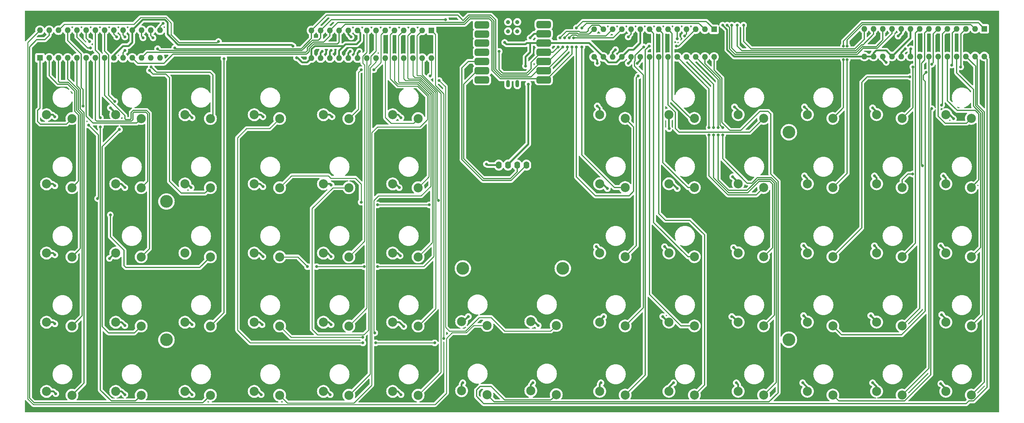
<source format=gbr>
G04 #@! TF.GenerationSoftware,KiCad,Pcbnew,7.0.2*
G04 #@! TF.CreationDate,2023-11-12T18:32:46-08:00*
G04 #@! TF.ProjectId,nomi_hw,6e6f6d69-5f68-4772-9e6b-696361645f70,rev?*
G04 #@! TF.SameCoordinates,Original*
G04 #@! TF.FileFunction,Copper,L1,Top*
G04 #@! TF.FilePolarity,Positive*
%FSLAX46Y46*%
G04 Gerber Fmt 4.6, Leading zero omitted, Abs format (unit mm)*
G04 Created by KiCad (PCBNEW 7.0.2) date 2023-11-12 18:32:46*
%MOMM*%
%LPD*%
G01*
G04 APERTURE LIST*
G04 Aperture macros list*
%AMRoundRect*
0 Rectangle with rounded corners*
0 $1 Rounding radius*
0 $2 $3 $4 $5 $6 $7 $8 $9 X,Y pos of 4 corners*
0 Add a 4 corners polygon primitive as box body*
4,1,4,$2,$3,$4,$5,$6,$7,$8,$9,$2,$3,0*
0 Add four circle primitives for the rounded corners*
1,1,$1+$1,$2,$3*
1,1,$1+$1,$4,$5*
1,1,$1+$1,$6,$7*
1,1,$1+$1,$8,$9*
0 Add four rect primitives between the rounded corners*
20,1,$1+$1,$2,$3,$4,$5,0*
20,1,$1+$1,$4,$5,$6,$7,0*
20,1,$1+$1,$6,$7,$8,$9,0*
20,1,$1+$1,$8,$9,$2,$3,0*%
G04 Aperture macros list end*
G04 #@! TA.AperFunction,ComponentPad*
%ADD10C,2.500000*%
G04 #@! TD*
G04 #@! TA.AperFunction,ComponentPad*
%ADD11R,1.600000X1.600000*%
G04 #@! TD*
G04 #@! TA.AperFunction,ComponentPad*
%ADD12O,1.600000X1.600000*%
G04 #@! TD*
G04 #@! TA.AperFunction,ComponentPad*
%ADD13C,2.600000*%
G04 #@! TD*
G04 #@! TA.AperFunction,ConnectorPad*
%ADD14C,3.500000*%
G04 #@! TD*
G04 #@! TA.AperFunction,ComponentPad*
%ADD15O,1.600000X2.000000*%
G04 #@! TD*
G04 #@! TA.AperFunction,SMDPad,CuDef*
%ADD16RoundRect,0.499745X-1.500255X-0.499745X1.500255X-0.499745X1.500255X0.499745X-1.500255X0.499745X0*%
G04 #@! TD*
G04 #@! TA.AperFunction,SMDPad,CuDef*
%ADD17O,1.016000X2.032000*%
G04 #@! TD*
G04 #@! TA.AperFunction,SMDPad,CuDef*
%ADD18C,1.143000*%
G04 #@! TD*
G04 #@! TA.AperFunction,ViaPad*
%ADD19C,0.800000*%
G04 #@! TD*
G04 #@! TA.AperFunction,Conductor*
%ADD20C,0.300000*%
G04 #@! TD*
G04 #@! TA.AperFunction,Conductor*
%ADD21C,0.500000*%
G04 #@! TD*
G04 #@! TA.AperFunction,Conductor*
%ADD22C,0.250000*%
G04 #@! TD*
G04 APERTURE END LIST*
D10*
X242259837Y-70734920D03*
X235259837Y-69684920D03*
D11*
X302990000Y-27000000D03*
D12*
X300450000Y-27000000D03*
X297910000Y-27000000D03*
X295370000Y-27000000D03*
X292830000Y-27000000D03*
X290290000Y-27000000D03*
X287750000Y-27000000D03*
X285210000Y-27000000D03*
X282670000Y-27000000D03*
X280130000Y-27000000D03*
X277590000Y-27000000D03*
X275050000Y-27000000D03*
X272510000Y-27000000D03*
X269970000Y-27000000D03*
X269970000Y-34620000D03*
X272510000Y-34620000D03*
X275050000Y-34620000D03*
X277590000Y-34620000D03*
X280130000Y-34620000D03*
X282670000Y-34620000D03*
X285210000Y-34620000D03*
X287750000Y-34620000D03*
X290290000Y-34620000D03*
X292830000Y-34620000D03*
X295370000Y-34620000D03*
X297910000Y-34620000D03*
X300450000Y-34620000D03*
X302990000Y-34620000D03*
D10*
X242259836Y-127884920D03*
X235259836Y-126834920D03*
X109088641Y-89819782D03*
X102088641Y-88769782D03*
D13*
X249209837Y-55484920D03*
D14*
X249209837Y-55484920D03*
D10*
X70988641Y-51719781D03*
X63988641Y-50669781D03*
D15*
X169380000Y-64550000D03*
X171920000Y-64550000D03*
X174460000Y-64550000D03*
X177000000Y-64550000D03*
D10*
X223209836Y-127884920D03*
X216209836Y-126834920D03*
X128138642Y-108869782D03*
X121138642Y-107819782D03*
X299409836Y-89784919D03*
X292409836Y-88734919D03*
X204159836Y-127884920D03*
X197159836Y-126834920D03*
X223209836Y-108834920D03*
X216209836Y-107784920D03*
X204159836Y-89784920D03*
X197159836Y-88734920D03*
X70988641Y-70769781D03*
X63988641Y-69719781D03*
D13*
X187000000Y-93000000D03*
D14*
X187000000Y-93000000D03*
D13*
X77938641Y-74569782D03*
D14*
X77938641Y-74569782D03*
D10*
X109088641Y-70769782D03*
X102088641Y-69719782D03*
X299409837Y-70734919D03*
X292409837Y-69684919D03*
X261309836Y-108834920D03*
X254309836Y-107784920D03*
X90038641Y-89819782D03*
X83038641Y-88769782D03*
X204159836Y-108834920D03*
X197159836Y-107784920D03*
X299409836Y-127884919D03*
X292409836Y-126834919D03*
X242259836Y-89784920D03*
X235259836Y-88734920D03*
X299409837Y-51684919D03*
X292409837Y-50634919D03*
X280359836Y-89784920D03*
X273359836Y-88734920D03*
X147188641Y-70769782D03*
X140188641Y-69719782D03*
X109088642Y-127919782D03*
X102088642Y-126869782D03*
X280359837Y-70734920D03*
X273359837Y-69684920D03*
X90038642Y-127919782D03*
X83038642Y-126869782D03*
X242259837Y-51684920D03*
X235259837Y-50634920D03*
X223209837Y-51684920D03*
X216209837Y-50634920D03*
X147188642Y-108869782D03*
X140188642Y-107819782D03*
X128138641Y-51719782D03*
X121138641Y-50669782D03*
D11*
X150860000Y-27450000D03*
D12*
X148320000Y-27450000D03*
X145780000Y-27450000D03*
X143240000Y-27450000D03*
X140700000Y-27450000D03*
X138160000Y-27450000D03*
X135620000Y-27450000D03*
X133080000Y-27450000D03*
X130540000Y-27450000D03*
X128000000Y-27450000D03*
X125460000Y-27450000D03*
X122920000Y-27450000D03*
X120380000Y-27450000D03*
X117840000Y-27450000D03*
X117840000Y-35070000D03*
X120380000Y-35070000D03*
X122920000Y-35070000D03*
X125460000Y-35070000D03*
X128000000Y-35070000D03*
X130540000Y-35070000D03*
X133080000Y-35070000D03*
X135620000Y-35070000D03*
X138160000Y-35070000D03*
X140700000Y-35070000D03*
X143240000Y-35070000D03*
X145780000Y-35070000D03*
X148320000Y-35070000D03*
X150860000Y-35070000D03*
D10*
X185200000Y-108700000D03*
X178200000Y-107650000D03*
X299409836Y-108834919D03*
X292409836Y-107784919D03*
D11*
X43130000Y-35000000D03*
D12*
X45670000Y-35000000D03*
X48210000Y-35000000D03*
X50750000Y-35000000D03*
X53290000Y-35000000D03*
X55830000Y-35000000D03*
X58370000Y-35000000D03*
X60910000Y-35000000D03*
X63450000Y-35000000D03*
X65990000Y-35000000D03*
X68530000Y-35000000D03*
X71070000Y-35000000D03*
X73610000Y-35000000D03*
X76150000Y-35000000D03*
X76150000Y-27380000D03*
X73610000Y-27380000D03*
X71070000Y-27380000D03*
X68530000Y-27380000D03*
X65990000Y-27380000D03*
X63450000Y-27380000D03*
X60910000Y-27380000D03*
X58370000Y-27380000D03*
X55830000Y-27380000D03*
X53290000Y-27380000D03*
X50750000Y-27380000D03*
X48210000Y-27380000D03*
X45670000Y-27380000D03*
X43130000Y-27380000D03*
D10*
X261309836Y-127884920D03*
X254309836Y-126834920D03*
X185200000Y-127750000D03*
X178200000Y-126700000D03*
D16*
X164750000Y-25932510D03*
X164750000Y-28432510D03*
X164750000Y-30894690D03*
X164750000Y-33432510D03*
X164750000Y-35974690D03*
X164750000Y-38514690D03*
X164750000Y-41054690D03*
X181750000Y-41054690D03*
X181750000Y-38514690D03*
X181750000Y-35974690D03*
X181750000Y-33432510D03*
X181750000Y-30894690D03*
X181750000Y-28354690D03*
X181750000Y-25814690D03*
D17*
X171950000Y-42132510D03*
X174500000Y-42132510D03*
D18*
X171948803Y-25128323D03*
X174488803Y-25128323D03*
X171948803Y-27668323D03*
X174488803Y-27668323D03*
D10*
X128138641Y-70769782D03*
X121138641Y-69719782D03*
X147188642Y-127919782D03*
X140188642Y-126869782D03*
D13*
X77938642Y-112669782D03*
D14*
X77938642Y-112669782D03*
D10*
X223209836Y-89784920D03*
X216209836Y-88734920D03*
X70988642Y-108869781D03*
X63988642Y-107819781D03*
X261309837Y-70734920D03*
X254309837Y-69684920D03*
X147188641Y-51719782D03*
X140188641Y-50669782D03*
X70988641Y-89819782D03*
X63988641Y-88769782D03*
X51938642Y-108869781D03*
X44938642Y-107819781D03*
X90038641Y-70769782D03*
X83038641Y-69719782D03*
X128138642Y-127919782D03*
X121138642Y-126869782D03*
X109088641Y-51719782D03*
X102088641Y-50669782D03*
X70988642Y-127919781D03*
X63988642Y-126869781D03*
X128138641Y-89819782D03*
X121138641Y-88769782D03*
X261309837Y-51684920D03*
X254309837Y-50634920D03*
X223209837Y-70734920D03*
X216209837Y-69684920D03*
X261309836Y-89784920D03*
X254309836Y-88734920D03*
X204159837Y-70734920D03*
X197159837Y-69684920D03*
X147188641Y-89819782D03*
X140188641Y-88769782D03*
D13*
X249209836Y-112634920D03*
D14*
X249209836Y-112634920D03*
D10*
X280359836Y-108834920D03*
X273359836Y-107784920D03*
X109088642Y-108869782D03*
X102088642Y-107819782D03*
X204159837Y-51684920D03*
X197159837Y-50634920D03*
X280359837Y-51684920D03*
X273359837Y-50634920D03*
D13*
X159500000Y-93000000D03*
D14*
X159500000Y-93000000D03*
D10*
X90038641Y-51719782D03*
X83038641Y-50669782D03*
X166150000Y-127750000D03*
X159150000Y-126700000D03*
X166150000Y-108700000D03*
X159150000Y-107650000D03*
X51938641Y-70769781D03*
X44938641Y-69719781D03*
X51938641Y-51719781D03*
X44938641Y-50669781D03*
X51938641Y-89819781D03*
X44938641Y-88769781D03*
X242259836Y-108834920D03*
X235259836Y-107784920D03*
X280359836Y-127884920D03*
X273359836Y-126834920D03*
X51938642Y-127919781D03*
X44938642Y-126869781D03*
X90038642Y-108869782D03*
X83038642Y-107819782D03*
D11*
X228620000Y-27130000D03*
D12*
X226080000Y-27130000D03*
X223540000Y-27130000D03*
X221000000Y-27130000D03*
X218460000Y-27130000D03*
X215920000Y-27130000D03*
X213380000Y-27130000D03*
X210840000Y-27130000D03*
X208300000Y-27130000D03*
X205760000Y-27130000D03*
X203220000Y-27130000D03*
X200680000Y-27130000D03*
X198140000Y-27130000D03*
X195600000Y-27130000D03*
X195600000Y-34750000D03*
X198140000Y-34750000D03*
X200680000Y-34750000D03*
X203220000Y-34750000D03*
X205760000Y-34750000D03*
X208300000Y-34750000D03*
X210840000Y-34750000D03*
X213380000Y-34750000D03*
X215920000Y-34750000D03*
X218460000Y-34750000D03*
X221000000Y-34750000D03*
X223540000Y-34750000D03*
X226080000Y-34750000D03*
X228620000Y-34750000D03*
D19*
X84750000Y-70750000D03*
X131000000Y-33250000D03*
X142500000Y-127750000D03*
X272750000Y-86750000D03*
X214500000Y-106250000D03*
X198250000Y-106250000D03*
X142500000Y-51500000D03*
X64250000Y-29250000D03*
X128750000Y-29250000D03*
X142000000Y-70750000D03*
X123250000Y-89750000D03*
X47500000Y-127500000D03*
X178750000Y-124500000D03*
X217500000Y-124500000D03*
X66500000Y-29250000D03*
X272250000Y-48750000D03*
X216250000Y-54500000D03*
X62500000Y-48750000D03*
X123000000Y-127750000D03*
X85000000Y-127750000D03*
X233750000Y-67750000D03*
X253500000Y-67500000D03*
X294500000Y-51750000D03*
X166000000Y-64250000D03*
X104250000Y-108500000D03*
X205000000Y-29250000D03*
X104500000Y-70500000D03*
X291000000Y-86750000D03*
X123500000Y-51250000D03*
X62250000Y-90250000D03*
X272750000Y-67500000D03*
X279250000Y-29000000D03*
X196250000Y-87000000D03*
X291250000Y-105750000D03*
X123250000Y-33000000D03*
X74250000Y-29500000D03*
X159500000Y-124500000D03*
X197500000Y-124500000D03*
X66500000Y-108750000D03*
X142250000Y-89500000D03*
X71500000Y-29500000D03*
X85000000Y-51500000D03*
X253500000Y-48500000D03*
X47250000Y-51250000D03*
X272250000Y-124500000D03*
X201500000Y-32750000D03*
X282750000Y-32500000D03*
X291000000Y-124750000D03*
X234000000Y-87250000D03*
X196500000Y-36500000D03*
X253250000Y-86750000D03*
X276000000Y-36250000D03*
X161000000Y-106250000D03*
X234250000Y-48500000D03*
X120750000Y-33250000D03*
X253250000Y-106000000D03*
X47250000Y-70250000D03*
X66500000Y-33000000D03*
X128500000Y-33250000D03*
X123250000Y-108500000D03*
X271750000Y-106000000D03*
X196500000Y-48250000D03*
X199250000Y-71000000D03*
X47250000Y-89250000D03*
X66500000Y-127750000D03*
X104500000Y-51250000D03*
X207500000Y-36500000D03*
X123250000Y-70000000D03*
X234750000Y-124500000D03*
X85000000Y-108500000D03*
X205000000Y-36500000D03*
X218500000Y-71000000D03*
X215000000Y-87000000D03*
X253000000Y-124500000D03*
X291750000Y-67500000D03*
X281250000Y-32500000D03*
X180250000Y-108750000D03*
X66500000Y-70750000D03*
X77000000Y-25500000D03*
X143250000Y-109000000D03*
X233500000Y-106250000D03*
X178000000Y-29500000D03*
X47250000Y-108250000D03*
X104500000Y-89750000D03*
X104000000Y-127750000D03*
X56750000Y-30500000D03*
X73750000Y-37500000D03*
X132000000Y-113500000D03*
X135500000Y-113500000D03*
X154250000Y-112250000D03*
X151750000Y-113500000D03*
X131500000Y-38250000D03*
X135000000Y-38250000D03*
X190750000Y-26750000D03*
X190750000Y-32000000D03*
X264250000Y-31750000D03*
X264250000Y-35500000D03*
X283310500Y-37500000D03*
X288500000Y-36750000D03*
X73250000Y-38500000D03*
X57000000Y-32250000D03*
X131500000Y-74750000D03*
X136000000Y-75500000D03*
X150250000Y-75500000D03*
X152750000Y-74250000D03*
X192250000Y-26750000D03*
X192250000Y-32000000D03*
X227250000Y-56250000D03*
X227250000Y-54250000D03*
X265250000Y-35500000D03*
X265250000Y-31750000D03*
X283250000Y-67000000D03*
X286000000Y-64750000D03*
X62500000Y-78250000D03*
X59000000Y-73750000D03*
X56500000Y-53500000D03*
X55000000Y-48250000D03*
X116750000Y-92500000D03*
X136000000Y-92500000D03*
X132355500Y-92500000D03*
X119250000Y-92500000D03*
X207750000Y-40000000D03*
X218250000Y-31750000D03*
X228500000Y-56250000D03*
X228500000Y-54250000D03*
X282500000Y-40250000D03*
X296500000Y-37500000D03*
X65000000Y-54750000D03*
X63750000Y-47000000D03*
X93750000Y-35250000D03*
X92250000Y-30500000D03*
X131925993Y-111974500D03*
X135250000Y-110750000D03*
X220500000Y-29000000D03*
X209250000Y-32000000D03*
X229750000Y-54250000D03*
X229750000Y-56250000D03*
X294000000Y-37000000D03*
X287000000Y-39000000D03*
X59750000Y-51500000D03*
X59750000Y-54000000D03*
X218500000Y-29750000D03*
X210750000Y-31750000D03*
X231000000Y-56250000D03*
X231000000Y-54250000D03*
X291250000Y-48000000D03*
X288499500Y-49000000D03*
X150500000Y-40000000D03*
X153000000Y-41250000D03*
X113750000Y-35000000D03*
X176750000Y-37250000D03*
X171000000Y-30750000D03*
X112750000Y-31750000D03*
X177500000Y-42250000D03*
X231000000Y-26000000D03*
X189500000Y-32000000D03*
X190000000Y-29500000D03*
X232250000Y-26000000D03*
X188250000Y-32000000D03*
X233500000Y-26000000D03*
X188750000Y-29500000D03*
X169500000Y-33250000D03*
X185750000Y-32000000D03*
X186250000Y-29500000D03*
X154750000Y-24500000D03*
X235000000Y-26000000D03*
X75500000Y-32500000D03*
X236750000Y-26000000D03*
X187500000Y-29500000D03*
X187000000Y-32000000D03*
X80250000Y-32250000D03*
D20*
X42500000Y-52500000D02*
X43250000Y-53250000D01*
X43130000Y-48870000D02*
X42500000Y-49500000D01*
X42500000Y-49500000D02*
X42500000Y-52500000D01*
X50408422Y-53250000D02*
X51938641Y-51719781D01*
X43130000Y-35000000D02*
X43130000Y-48870000D01*
X43250000Y-53250000D02*
X50408422Y-53250000D01*
D21*
X83719782Y-69719782D02*
X84750000Y-70750000D01*
X128000000Y-33750000D02*
X128500000Y-33250000D01*
X273359836Y-107609836D02*
X271750000Y-106000000D01*
X292409836Y-126159836D02*
X291000000Y-124750000D01*
X120380000Y-35070000D02*
X120380000Y-33620000D01*
D20*
X71070000Y-29070000D02*
X71500000Y-29500000D01*
D21*
X102088641Y-69719782D02*
X103719782Y-69719782D01*
X103119782Y-126869782D02*
X104000000Y-127750000D01*
X140188642Y-107819782D02*
X142069782Y-107819782D01*
X178200000Y-126700000D02*
X178200000Y-125050000D01*
X84169782Y-50669782D02*
X85000000Y-51500000D01*
X83038641Y-50669782D02*
X84169782Y-50669782D01*
X197159837Y-50634920D02*
X197159837Y-48909837D01*
X273359836Y-87359836D02*
X272750000Y-86750000D01*
X197159837Y-69684920D02*
X197934920Y-69684920D01*
X233724916Y-106250000D02*
X233500000Y-106250000D01*
X273359837Y-69684920D02*
X273359837Y-68109837D01*
X44938642Y-107819781D02*
X46819781Y-107819781D01*
X44938641Y-88769781D02*
X46769781Y-88769781D01*
X254309837Y-69684920D02*
X254309837Y-68309837D01*
X273359837Y-49859837D02*
X272250000Y-48750000D01*
X121138641Y-50669782D02*
X122919782Y-50669782D01*
X205760000Y-35740000D02*
X205000000Y-36500000D01*
X128000000Y-35070000D02*
X128000000Y-33750000D01*
X122969782Y-69719782D02*
X123250000Y-70000000D01*
X273359837Y-68109837D02*
X272750000Y-67500000D01*
X208300000Y-34750000D02*
X208300000Y-35700000D01*
X216209837Y-50634920D02*
X216209837Y-54459837D01*
X292409837Y-68159837D02*
X291750000Y-67500000D01*
X235259836Y-88509836D02*
X234000000Y-87250000D01*
X197159836Y-126834920D02*
X197159836Y-124840164D01*
X121138641Y-88769782D02*
X122269782Y-88769782D01*
X84119782Y-126869782D02*
X85000000Y-127750000D01*
X235259836Y-126834920D02*
X235259836Y-125009836D01*
X235259836Y-125009836D02*
X234750000Y-124500000D01*
X273359837Y-50634920D02*
X273359837Y-49859837D01*
X216209836Y-107784920D02*
X216034920Y-107784920D01*
D20*
X71070000Y-27380000D02*
X71070000Y-29070000D01*
D21*
X216209836Y-88734920D02*
X216209836Y-88209836D01*
X178200000Y-107650000D02*
X179150000Y-107650000D01*
X103519782Y-88769782D02*
X104500000Y-89750000D01*
D20*
X63450000Y-28450000D02*
X64250000Y-29250000D01*
D21*
X120380000Y-33620000D02*
X120750000Y-33250000D01*
X102088642Y-107819782D02*
X103569782Y-107819782D01*
X292409836Y-88734919D02*
X292409836Y-88159836D01*
X235259837Y-50634920D02*
X235259837Y-49509837D01*
X216034920Y-107784920D02*
X214500000Y-106250000D01*
X235259836Y-88734920D02*
X235259836Y-88509836D01*
D20*
X76150000Y-26350000D02*
X77000000Y-25500000D01*
X205760000Y-27130000D02*
X205760000Y-28490000D01*
D21*
X197159836Y-87909836D02*
X196250000Y-87000000D01*
X292409836Y-88159836D02*
X291000000Y-86750000D01*
X280130000Y-34620000D02*
X280130000Y-33620000D01*
X273359836Y-126834920D02*
X273359836Y-125609836D01*
X166300000Y-64550000D02*
X166000000Y-64250000D01*
X83038641Y-69719782D02*
X83719782Y-69719782D01*
X280130000Y-28120000D02*
X279250000Y-29000000D01*
D20*
X65990000Y-33510000D02*
X66500000Y-33000000D01*
X205760000Y-28490000D02*
X205000000Y-29250000D01*
D21*
X254309836Y-126834920D02*
X254309836Y-125809836D01*
X141619782Y-126869782D02*
X142500000Y-127750000D01*
X65619781Y-126869781D02*
X66500000Y-127750000D01*
X197159837Y-48909837D02*
X196500000Y-48250000D01*
X196500000Y-35650000D02*
X196500000Y-36500000D01*
X205760000Y-34750000D02*
X205760000Y-35740000D01*
X63988641Y-69719781D02*
X65469781Y-69719781D01*
X235259837Y-69684920D02*
X235259837Y-69259837D01*
X46669781Y-50669781D02*
X47250000Y-51250000D01*
X254309837Y-49309837D02*
X253500000Y-48500000D01*
X292409837Y-69684919D02*
X292409837Y-68159837D01*
X121138642Y-107819782D02*
X122569782Y-107819782D01*
X140188641Y-50669782D02*
X141669782Y-50669782D01*
X197159836Y-124840164D02*
X197500000Y-124500000D01*
X122920000Y-33330000D02*
X123250000Y-33000000D01*
X141519782Y-88769782D02*
X142250000Y-89500000D01*
X83038642Y-126869782D02*
X84119782Y-126869782D01*
X130540000Y-35070000D02*
X130540000Y-33710000D01*
X254309837Y-68309837D02*
X253500000Y-67500000D01*
X83038642Y-107819782D02*
X84319782Y-107819782D01*
X282670000Y-32580000D02*
X282750000Y-32500000D01*
X128000000Y-27450000D02*
X128000000Y-28500000D01*
X292409836Y-126834919D02*
X292409836Y-126159836D01*
X200680000Y-34750000D02*
X200680000Y-33570000D01*
X65569781Y-107819781D02*
X66500000Y-108750000D01*
X216209837Y-54459837D02*
X216250000Y-54500000D01*
X275050000Y-34620000D02*
X275050000Y-35300000D01*
X275050000Y-35300000D02*
X276000000Y-36250000D01*
D20*
X65990000Y-35000000D02*
X65990000Y-33510000D01*
D21*
X216209836Y-126834920D02*
X216209836Y-125790164D01*
X103719782Y-69719782D02*
X104500000Y-70500000D01*
X84319782Y-107819782D02*
X85000000Y-108500000D01*
X122569782Y-107819782D02*
X123250000Y-108500000D01*
X197159836Y-88734920D02*
X197159836Y-87909836D01*
D20*
X73610000Y-28860000D02*
X74250000Y-29500000D01*
D21*
X122269782Y-88769782D02*
X123250000Y-89750000D01*
X254309837Y-50634920D02*
X254309837Y-49309837D01*
X254309836Y-125809836D02*
X253000000Y-124500000D01*
D20*
X73610000Y-27380000D02*
X73610000Y-28860000D01*
D21*
X235259836Y-107784920D02*
X233724916Y-106250000D01*
X46769781Y-88769781D02*
X47250000Y-89250000D01*
X63988642Y-107819781D02*
X65569781Y-107819781D01*
X195600000Y-34750000D02*
X196500000Y-35650000D01*
D20*
X65990000Y-28740000D02*
X66500000Y-29250000D01*
D21*
X44938642Y-126869781D02*
X46869781Y-126869781D01*
X293384919Y-50634919D02*
X294500000Y-51750000D01*
X280130000Y-33620000D02*
X281250000Y-32500000D01*
X254309836Y-107784920D02*
X254309836Y-107059836D01*
X121138642Y-126869782D02*
X122119782Y-126869782D01*
X292409836Y-107784919D02*
X292409836Y-106909836D01*
X159150000Y-107650000D02*
X159600000Y-107650000D01*
X102088641Y-88769782D02*
X103519782Y-88769782D01*
X200680000Y-33570000D02*
X201500000Y-32750000D01*
X130540000Y-33710000D02*
X131000000Y-33250000D01*
X122920000Y-35070000D02*
X122920000Y-33330000D01*
X140188641Y-69719782D02*
X140969782Y-69719782D01*
X121138641Y-69719782D02*
X122969782Y-69719782D01*
X140969782Y-69719782D02*
X142000000Y-70750000D01*
X63988641Y-50669781D02*
X63988641Y-50238641D01*
X102088641Y-50669782D02*
X103919782Y-50669782D01*
X216209836Y-88209836D02*
X215000000Y-87000000D01*
X46869781Y-126869781D02*
X47500000Y-127500000D01*
X292409836Y-106909836D02*
X291250000Y-105750000D01*
X254309836Y-107059836D02*
X253250000Y-106000000D01*
X65469781Y-69719781D02*
X66500000Y-70750000D01*
X140188641Y-88769782D02*
X141519782Y-88769782D01*
D20*
X65990000Y-27380000D02*
X65990000Y-28740000D01*
D21*
X273359836Y-107784920D02*
X273359836Y-107609836D01*
X217184920Y-69684920D02*
X218500000Y-71000000D01*
X169380000Y-64550000D02*
X166300000Y-64550000D01*
X159600000Y-107650000D02*
X161000000Y-106250000D01*
X208300000Y-35700000D02*
X207500000Y-36500000D01*
X102088642Y-126869782D02*
X103119782Y-126869782D01*
X159150000Y-126700000D02*
X159150000Y-124850000D01*
X103919782Y-50669782D02*
X104500000Y-51250000D01*
X44938641Y-69719781D02*
X46719781Y-69719781D01*
X280130000Y-27000000D02*
X280130000Y-28120000D01*
X142069782Y-107819782D02*
X143250000Y-109000000D01*
X273359836Y-88734920D02*
X273359836Y-87359836D01*
X179145310Y-28354690D02*
X178000000Y-29500000D01*
X254309836Y-88734920D02*
X254309836Y-87809836D01*
X140188642Y-126869782D02*
X141619782Y-126869782D01*
X122119782Y-126869782D02*
X123000000Y-127750000D01*
X235259837Y-49509837D02*
X234250000Y-48500000D01*
X122919782Y-50669782D02*
X123500000Y-51250000D01*
X197159836Y-107340164D02*
X198250000Y-106250000D01*
X292409837Y-50634919D02*
X293384919Y-50634919D01*
X197934920Y-69684920D02*
X199250000Y-71000000D01*
X216209837Y-69684920D02*
X217184920Y-69684920D01*
X46819781Y-107819781D02*
X47250000Y-108250000D01*
X282670000Y-34620000D02*
X282670000Y-32580000D01*
X63988642Y-126869781D02*
X65619781Y-126869781D01*
X63988641Y-88769782D02*
X63730218Y-88769782D01*
X254309836Y-87809836D02*
X253250000Y-86750000D01*
X159150000Y-124850000D02*
X159500000Y-124500000D01*
X235259837Y-69259837D02*
X233750000Y-67750000D01*
X103569782Y-107819782D02*
X104250000Y-108500000D01*
X46719781Y-69719781D02*
X47250000Y-70250000D01*
X216209836Y-125790164D02*
X217500000Y-124500000D01*
X178200000Y-125050000D02*
X178750000Y-124500000D01*
X63988641Y-50238641D02*
X62500000Y-48750000D01*
X141669782Y-50669782D02*
X142500000Y-51500000D01*
X197159836Y-107784920D02*
X197159836Y-107340164D01*
X273359836Y-125609836D02*
X272250000Y-124500000D01*
X44938641Y-50669781D02*
X46669781Y-50669781D01*
X63730218Y-88769782D02*
X62250000Y-90250000D01*
D20*
X63450000Y-27380000D02*
X63450000Y-28450000D01*
D21*
X181750000Y-28354690D02*
X179145310Y-28354690D01*
D20*
X76150000Y-27380000D02*
X76150000Y-26350000D01*
D21*
X128000000Y-28500000D02*
X128750000Y-29250000D01*
X179150000Y-107650000D02*
X180250000Y-108750000D01*
D20*
X69738642Y-52969780D02*
X70988641Y-51719781D01*
X55830000Y-51080000D02*
X57719780Y-52969780D01*
X55830000Y-35000000D02*
X55830000Y-51080000D01*
X57719780Y-52969780D02*
X69738642Y-52969780D01*
X90000000Y-39000000D02*
X90750000Y-39750000D01*
X75250000Y-39000000D02*
X90000000Y-39000000D01*
X55830000Y-27380000D02*
X55830000Y-29580000D01*
X90750000Y-39750000D02*
X90750000Y-51008423D01*
X55830000Y-29580000D02*
X56750000Y-30500000D01*
X90750000Y-51008423D02*
X90038641Y-51719782D01*
X73750000Y-37500000D02*
X75250000Y-39000000D01*
D22*
X97500000Y-110000000D02*
X97500000Y-57000000D01*
X132000000Y-113500000D02*
X101000000Y-113500000D01*
X97500000Y-57000000D02*
X100000000Y-54500000D01*
X151985000Y-28575000D02*
X151985000Y-42643832D01*
X100000000Y-54500000D02*
X106308423Y-54500000D01*
X151985000Y-42643832D02*
X153045584Y-43704416D01*
X153045584Y-43704416D02*
X154250000Y-44908832D01*
X101000000Y-113500000D02*
X97500000Y-110000000D01*
X151750000Y-113500000D02*
X135500000Y-113500000D01*
X106308423Y-54500000D02*
X109088641Y-51719782D01*
X154250000Y-44908832D02*
X154250000Y-112250000D01*
X150860000Y-27450000D02*
X151985000Y-28575000D01*
X137000000Y-28610000D02*
X137000000Y-34750000D01*
X137000000Y-36250000D02*
X135000000Y-38250000D01*
X137000000Y-34750000D02*
X137000000Y-36250000D01*
X138160000Y-27450000D02*
X137000000Y-28610000D01*
X131500000Y-38250000D02*
X130750000Y-39000000D01*
X130750000Y-39000000D02*
X130750000Y-49108423D01*
X130750000Y-49108423D02*
X128138641Y-51719782D01*
X138160000Y-35070000D02*
X138160000Y-51410000D01*
X139750000Y-53000000D02*
X145908423Y-53000000D01*
X145908423Y-53000000D02*
X147188641Y-51719782D01*
X138160000Y-51410000D02*
X139750000Y-53000000D01*
D20*
X206500000Y-54025083D02*
X204159837Y-51684920D01*
X196000000Y-73000000D02*
X205250000Y-73000000D01*
X205250000Y-73000000D02*
X206500000Y-71750000D01*
X192520000Y-24980000D02*
X190750000Y-26750000D01*
X228620000Y-27130000D02*
X226470000Y-24980000D01*
X190750000Y-67750000D02*
X196000000Y-73000000D01*
X190750000Y-32000000D02*
X190750000Y-67750000D01*
X206500000Y-71750000D02*
X206500000Y-54025083D01*
X226470000Y-24980000D02*
X223500000Y-24980000D01*
X223500000Y-24980000D02*
X192520000Y-24980000D01*
X222184920Y-51684920D02*
X223209837Y-51684920D01*
X217070000Y-46570000D02*
X222184920Y-51684920D01*
X215920000Y-27130000D02*
X217070000Y-28280000D01*
X217070000Y-28280000D02*
X217070000Y-46570000D01*
X238444757Y-55500000D02*
X242259837Y-51684920D01*
X215920000Y-34750000D02*
X215920000Y-47920000D01*
X218000000Y-54500000D02*
X219000000Y-55500000D01*
X218000000Y-50000000D02*
X218000000Y-54500000D01*
X219000000Y-55500000D02*
X238444757Y-55500000D01*
X215920000Y-47920000D02*
X218000000Y-50000000D01*
X302990000Y-27000000D02*
X301340000Y-25350000D01*
X264250000Y-48744757D02*
X261309837Y-51684920D01*
X301340000Y-25350000D02*
X298000000Y-25350000D01*
X269286548Y-25350000D02*
X264250000Y-30386548D01*
X298000000Y-25350000D02*
X269286548Y-25350000D01*
X264250000Y-35500000D02*
X264250000Y-48744757D01*
X264250000Y-30386548D02*
X264250000Y-31750000D01*
X283310500Y-37500000D02*
X283310500Y-48734257D01*
X288900000Y-28390000D02*
X288900000Y-36350000D01*
X283310500Y-48734257D02*
X280359837Y-51684920D01*
X288900000Y-36350000D02*
X288500000Y-36750000D01*
X290290000Y-27000000D02*
X288900000Y-28390000D01*
X292250000Y-53000000D02*
X298094756Y-53000000D01*
X298094756Y-53000000D02*
X299409837Y-51684919D01*
X290290000Y-51040000D02*
X292250000Y-53000000D01*
X290290000Y-34620000D02*
X290290000Y-51040000D01*
X45670000Y-39920000D02*
X48000000Y-42250000D01*
X48000000Y-42250000D02*
X50750000Y-42250000D01*
X45670000Y-35000000D02*
X45670000Y-39920000D01*
X52750000Y-44250000D02*
X52750000Y-49750000D01*
X53750000Y-50750000D02*
X53750000Y-68958422D01*
X53750000Y-68958422D02*
X51938641Y-70769781D01*
X52750000Y-49750000D02*
X53750000Y-50750000D01*
X50750000Y-42250000D02*
X52750000Y-44250000D01*
X58370000Y-52089780D02*
X58750000Y-52469780D01*
X72750000Y-50500000D02*
X72750000Y-69008422D01*
X69000000Y-50000000D02*
X72250000Y-50000000D01*
X68750000Y-50250000D02*
X69000000Y-50000000D01*
X58750000Y-52469780D02*
X68280220Y-52469780D01*
X72750000Y-69008422D02*
X70988641Y-70769781D01*
X72250000Y-50000000D02*
X72750000Y-50500000D01*
X68750000Y-52000000D02*
X68750000Y-50250000D01*
X58370000Y-35000000D02*
X58370000Y-52089780D01*
X68280220Y-52469780D02*
X68750000Y-52000000D01*
X53290000Y-27380000D02*
X53290000Y-29290000D01*
X77750000Y-39500000D02*
X78750000Y-40500000D01*
X56000000Y-32000000D02*
X56250000Y-32250000D01*
X73250000Y-38500000D02*
X74250000Y-39500000D01*
X53290000Y-29290000D02*
X56000000Y-32000000D01*
X74250000Y-39500000D02*
X77750000Y-39500000D01*
X78750000Y-69000000D02*
X82000000Y-72250000D01*
X82000000Y-72250000D02*
X88558423Y-72250000D01*
X56250000Y-32250000D02*
X57000000Y-32250000D01*
X88558423Y-72250000D02*
X90038641Y-70769782D01*
X78750000Y-40500000D02*
X78750000Y-69000000D01*
D22*
X148000178Y-39931802D02*
X152450000Y-44381624D01*
X129894782Y-68144782D02*
X123144782Y-68144782D01*
X150250000Y-75500000D02*
X136000000Y-75500000D01*
X122500000Y-67500000D02*
X112358423Y-67500000D01*
X152450000Y-44381624D02*
X152450000Y-48000000D01*
X152450000Y-73950000D02*
X152750000Y-74250000D01*
X131500000Y-74750000D02*
X131500000Y-69750000D01*
X152450000Y-48000000D02*
X152450000Y-73950000D01*
X146905000Y-28865000D02*
X146905000Y-39845000D01*
X146991802Y-39931802D02*
X147500000Y-39931802D01*
X131500000Y-69750000D02*
X129894782Y-68144782D01*
X123144782Y-68144782D02*
X122500000Y-67500000D01*
X112358423Y-67500000D02*
X109088641Y-70769782D01*
X147500000Y-39931802D02*
X148000178Y-39931802D01*
X148320000Y-27450000D02*
X146905000Y-28865000D01*
X146905000Y-39845000D02*
X146991802Y-39931802D01*
X135620000Y-33130000D02*
X134205000Y-34545000D01*
X134205000Y-36575000D02*
X133530000Y-37250000D01*
X134205000Y-34545000D02*
X134205000Y-36575000D01*
X133530000Y-37250000D02*
X133530000Y-109970000D01*
X135620000Y-27450000D02*
X135620000Y-33130000D01*
X119500000Y-111250000D02*
X118000000Y-109750000D01*
X132250000Y-111250000D02*
X119500000Y-111250000D01*
X118000000Y-109750000D02*
X118000000Y-76500000D01*
X133530000Y-109970000D02*
X132250000Y-111250000D01*
X118000000Y-76500000D02*
X123730218Y-70769782D01*
X123730218Y-70769782D02*
X128138641Y-70769782D01*
X150200000Y-67758423D02*
X147188641Y-70769782D01*
X150200000Y-45313604D02*
X150200000Y-67758423D01*
X147068198Y-42181802D02*
X150200000Y-45313604D01*
X140700000Y-35070000D02*
X140700000Y-41313604D01*
X141568198Y-42181802D02*
X147068198Y-42181802D01*
X140700000Y-41313604D02*
X141568198Y-42181802D01*
D20*
X226080000Y-27130000D02*
X224450000Y-25500000D01*
X192250000Y-32000000D02*
X192250000Y-61750000D01*
X224450000Y-25500000D02*
X224000000Y-25500000D01*
X224000000Y-25500000D02*
X223980000Y-25480000D01*
X201234920Y-70734920D02*
X204159837Y-70734920D01*
X223980000Y-25480000D02*
X193520000Y-25480000D01*
X193520000Y-25480000D02*
X192250000Y-26750000D01*
X192250000Y-61750000D02*
X201234920Y-70734920D01*
X221442071Y-70734920D02*
X223209837Y-70734920D01*
X213380000Y-27130000D02*
X214530000Y-28280000D01*
X214530000Y-63822849D02*
X221442071Y-70734920D01*
X214530000Y-28280000D02*
X214530000Y-63822849D01*
X218460000Y-34750000D02*
X227250000Y-43540000D01*
X227250000Y-56250000D02*
X227250000Y-67500000D01*
X232500000Y-72750000D02*
X240244757Y-72750000D01*
X227250000Y-43540000D02*
X227250000Y-54250000D01*
X227250000Y-67500000D02*
X232500000Y-72750000D01*
X240244757Y-72750000D02*
X242259837Y-70734920D01*
X265250000Y-30093654D02*
X265250000Y-31750000D01*
X265250000Y-66794757D02*
X261309837Y-70734920D01*
X265250000Y-35500000D02*
X265250000Y-66794757D01*
X300450000Y-27000000D02*
X299300000Y-25850000D01*
X269493654Y-25850000D02*
X265250000Y-30093654D01*
X299300000Y-25850000D02*
X269493654Y-25850000D01*
X286600000Y-28150000D02*
X286600000Y-35610000D01*
X283250000Y-67000000D02*
X282000000Y-67000000D01*
X285710000Y-64460000D02*
X286000000Y-64750000D01*
X282000000Y-67000000D02*
X280359837Y-68640163D01*
X286600000Y-35610000D02*
X285710000Y-36500000D01*
X280359837Y-68640163D02*
X280359837Y-70734920D01*
X287750000Y-27000000D02*
X286600000Y-28150000D01*
X285710000Y-36500000D02*
X285710000Y-64460000D01*
X301500000Y-68644756D02*
X299409837Y-70734919D01*
X292830000Y-34620000D02*
X292830000Y-46830000D01*
X301500000Y-50500000D02*
X301500000Y-68644756D01*
X295500000Y-49500000D02*
X300500000Y-49500000D01*
X300500000Y-49500000D02*
X301500000Y-50500000D01*
X292830000Y-46830000D02*
X295500000Y-49500000D01*
X48210000Y-35000000D02*
X48210000Y-41460000D01*
X48210000Y-41460000D02*
X48500000Y-41750000D01*
X53250000Y-49500000D02*
X54250000Y-50500000D01*
X50957106Y-41750000D02*
X53250000Y-44042894D01*
X54250000Y-87508422D02*
X51938641Y-89819781D01*
X53250000Y-44042894D02*
X53250000Y-49500000D01*
X54250000Y-50500000D02*
X54250000Y-87508422D01*
X48500000Y-41750000D02*
X50957106Y-41750000D01*
X60910000Y-45328398D02*
X66500000Y-50918398D01*
X66500000Y-51750000D02*
X66719780Y-51969780D01*
X73250000Y-87558423D02*
X70988641Y-89819782D01*
X72457106Y-49500000D02*
X73250000Y-50292894D01*
X66719780Y-51969780D02*
X68030220Y-51969780D01*
X68250000Y-51750000D02*
X68250000Y-50042894D01*
X60910000Y-35000000D02*
X60910000Y-45328398D01*
X68030220Y-51969780D02*
X68250000Y-51750000D01*
X66500000Y-50918398D02*
X66500000Y-51750000D01*
X68250000Y-50042894D02*
X68792894Y-49500000D01*
X68792894Y-49500000D02*
X72457106Y-49500000D01*
X73250000Y-50292894D02*
X73250000Y-87558423D01*
X59250000Y-73000000D02*
X59250000Y-73500000D01*
X66250000Y-88000000D02*
X66250000Y-92250000D01*
X56500000Y-53500000D02*
X59250000Y-56250000D01*
X87108423Y-92750000D02*
X90038641Y-89819782D01*
X66250000Y-92250000D02*
X66750000Y-92750000D01*
X62500000Y-84250000D02*
X66250000Y-88000000D01*
X54500000Y-43171575D02*
X55000000Y-43671575D01*
X55000000Y-43671575D02*
X55000000Y-48250000D01*
X54500000Y-34000000D02*
X54500000Y-43171575D01*
X59250000Y-73500000D02*
X59000000Y-73750000D01*
X50750000Y-30250000D02*
X54500000Y-34000000D01*
X62500000Y-78250000D02*
X62500000Y-84250000D01*
X66750000Y-92750000D02*
X87108423Y-92750000D01*
X50750000Y-27380000D02*
X50750000Y-30250000D01*
X59250000Y-56250000D02*
X59250000Y-73000000D01*
D22*
X144365000Y-28865000D02*
X144365000Y-40615000D01*
X145780000Y-27450000D02*
X144365000Y-28865000D01*
X151550000Y-44754416D02*
X151550000Y-46250000D01*
X116750000Y-92500000D02*
X114069782Y-89819782D01*
X148750000Y-92500000D02*
X136000000Y-92500000D01*
X144365000Y-40615000D02*
X144581802Y-40831802D01*
X114069782Y-89819782D02*
X109088641Y-89819782D01*
X147627386Y-40831802D02*
X151550000Y-44754416D01*
X151550000Y-46250000D02*
X151550000Y-89700000D01*
X144581802Y-40831802D02*
X145000000Y-40831802D01*
X132355500Y-92500000D02*
X119250000Y-92500000D01*
X151550000Y-89700000D02*
X148750000Y-92500000D01*
X145000000Y-40831802D02*
X147627386Y-40831802D01*
X132500000Y-85458423D02*
X128138641Y-89819782D01*
X131955000Y-36455000D02*
X132500000Y-37000000D01*
X133080000Y-27450000D02*
X133080000Y-33479009D01*
X133080000Y-33479009D02*
X131955000Y-34604009D01*
X131955000Y-34604009D02*
X131955000Y-36455000D01*
X132500000Y-37000000D02*
X132500000Y-85458423D01*
X143240000Y-40771802D02*
X143750000Y-41281802D01*
X147440990Y-41281802D02*
X151100000Y-44940812D01*
X143240000Y-35070000D02*
X143240000Y-40771802D01*
X151100000Y-44940812D02*
X151100000Y-85908423D01*
X151100000Y-85908423D02*
X147188641Y-89819782D01*
X143750000Y-41281802D02*
X147440990Y-41281802D01*
D20*
X218920000Y-31750000D02*
X218250000Y-31750000D01*
X207250000Y-40500000D02*
X207250000Y-86694756D01*
X223540000Y-27130000D02*
X218920000Y-31750000D01*
X207750000Y-40000000D02*
X207250000Y-40500000D01*
X207250000Y-86694756D02*
X204159836Y-89784920D01*
X211990000Y-28280000D02*
X211990000Y-80332850D01*
X211990000Y-80332850D02*
X221442070Y-89784920D01*
X210840000Y-27130000D02*
X211990000Y-28280000D01*
X221442070Y-89784920D02*
X223209836Y-89784920D01*
X244750000Y-87294756D02*
X242259836Y-89784920D01*
X221000000Y-34750000D02*
X228500000Y-42250000D01*
X237853553Y-72146447D02*
X241000000Y-69000000D01*
X244750000Y-69750000D02*
X244750000Y-87294756D01*
X232603553Y-72146447D02*
X237853553Y-72146447D01*
X244000000Y-69000000D02*
X244750000Y-69750000D01*
X228500000Y-68042894D02*
X232603553Y-72146447D01*
X241000000Y-69000000D02*
X244000000Y-69000000D01*
X228500000Y-42250000D02*
X228500000Y-54250000D01*
X228500000Y-56250000D02*
X228500000Y-68042894D01*
X296520000Y-37480000D02*
X296500000Y-37500000D01*
X270750000Y-40250000D02*
X269250000Y-41750000D01*
X282500000Y-40250000D02*
X270750000Y-40250000D01*
X296520000Y-28390000D02*
X296520000Y-37480000D01*
X269250000Y-41750000D02*
X269250000Y-81844756D01*
X269250000Y-81844756D02*
X261309836Y-89784920D01*
X297910000Y-27000000D02*
X296520000Y-28390000D01*
X285210000Y-27000000D02*
X284060000Y-28150000D01*
X284060000Y-86084756D02*
X280359836Y-89784920D01*
X284060000Y-28150000D02*
X284060000Y-86084756D01*
X295370000Y-34620000D02*
X295370000Y-39120000D01*
X302000000Y-50292893D02*
X302000000Y-87194755D01*
X300000000Y-43750000D02*
X300000000Y-48292894D01*
X295370000Y-39120000D02*
X300000000Y-43750000D01*
X302000000Y-87194755D02*
X299409836Y-89784919D01*
X300000000Y-48292894D02*
X302000000Y-50292893D01*
X50750000Y-35000000D02*
X50750000Y-40835788D01*
X50750000Y-40835788D02*
X53750000Y-43835788D01*
X54750000Y-106058423D02*
X51938642Y-108869781D01*
X54750000Y-50292894D02*
X54750000Y-106058423D01*
X53750000Y-43835788D02*
X53750000Y-49292894D01*
X53750000Y-49292894D02*
X54750000Y-50292894D01*
X65000000Y-54750000D02*
X60250000Y-59500000D01*
X60250000Y-59500000D02*
X60250000Y-109000000D01*
X62000000Y-34250000D02*
X62060000Y-34310000D01*
X62000000Y-110750000D02*
X69108423Y-110750000D01*
X60910000Y-33160000D02*
X62000000Y-34250000D01*
X69108423Y-110750000D02*
X70988642Y-108869781D01*
X62060000Y-45310000D02*
X63750000Y-47000000D01*
X60910000Y-27380000D02*
X60910000Y-33160000D01*
X60250000Y-109000000D02*
X62000000Y-110750000D01*
X62060000Y-34310000D02*
X62060000Y-45310000D01*
D22*
X69000000Y-25750000D02*
X70825000Y-23925000D01*
X49840000Y-25750000D02*
X69000000Y-25750000D01*
D20*
X91950000Y-30800000D02*
X92250000Y-30500000D01*
X79250000Y-28651472D02*
X81398528Y-30800000D01*
X93750000Y-35250000D02*
X93750000Y-105158424D01*
X90750000Y-30800000D02*
X91950000Y-30800000D01*
X81398528Y-30800000D02*
X81500000Y-30800000D01*
D22*
X70825000Y-23925000D02*
X77738172Y-23925000D01*
D20*
X93750000Y-105158424D02*
X90038642Y-108869782D01*
D22*
X77738172Y-23925000D02*
X79250000Y-25436828D01*
D20*
X81500000Y-30800000D02*
X90750000Y-30800000D01*
D22*
X48210000Y-27380000D02*
X49840000Y-25750000D01*
X79250000Y-25436828D02*
X79250000Y-28651472D01*
X148000000Y-73000000D02*
X136250000Y-73000000D01*
X147254594Y-41731802D02*
X150650000Y-45127208D01*
X141825000Y-28865000D02*
X141825000Y-41575000D01*
X135000000Y-74250000D02*
X135000000Y-110500000D01*
X141825000Y-41575000D02*
X141981802Y-41731802D01*
X150650000Y-45127208D02*
X150650000Y-70350000D01*
X150650000Y-70350000D02*
X148000000Y-73000000D01*
X135000000Y-110500000D02*
X135250000Y-110750000D01*
X112193360Y-111974500D02*
X109088642Y-108869782D01*
X144500000Y-41731802D02*
X147254594Y-41731802D01*
X141981802Y-41731802D02*
X144500000Y-41731802D01*
X131925993Y-111974500D02*
X112193360Y-111974500D01*
X136250000Y-73000000D02*
X135000000Y-74250000D01*
X143240000Y-27450000D02*
X141825000Y-28865000D01*
X133080000Y-35070000D02*
X133080000Y-103928424D01*
X133080000Y-103928424D02*
X128138642Y-108869782D01*
X145780000Y-39911802D02*
X146250000Y-40381802D01*
X152000000Y-44568020D02*
X152000000Y-104058424D01*
X146250000Y-40381802D02*
X147813782Y-40381802D01*
X147813782Y-40381802D02*
X152000000Y-44568020D01*
X152000000Y-104058424D02*
X147188642Y-108869782D01*
X145780000Y-35070000D02*
X145780000Y-39911802D01*
D20*
X209190000Y-39690000D02*
X209190000Y-103804756D01*
X221000000Y-27130000D02*
X221000000Y-28500000D01*
X206750000Y-36000000D02*
X206750000Y-37250000D01*
X209190000Y-103804756D02*
X204159836Y-108834920D01*
X206750000Y-37250000D02*
X209190000Y-39690000D01*
X209250000Y-32000000D02*
X206910000Y-34340000D01*
X206910000Y-34340000D02*
X206910000Y-35840000D01*
X206910000Y-35840000D02*
X206750000Y-36000000D01*
X221000000Y-28500000D02*
X220500000Y-29000000D01*
X219522578Y-108834920D02*
X223209836Y-108834920D01*
X210840000Y-34750000D02*
X210840000Y-100152342D01*
X210840000Y-100152342D02*
X219522578Y-108834920D01*
X229750000Y-56250000D02*
X229750000Y-68585788D01*
X240750000Y-68500000D02*
X244207106Y-68500000D01*
X223540000Y-34750000D02*
X229750000Y-40960000D01*
X229750000Y-68585788D02*
X232664212Y-71500000D01*
X237750000Y-71500000D02*
X240750000Y-68500000D01*
X245250000Y-69542894D02*
X245250000Y-105844756D01*
X229750000Y-40960000D02*
X229750000Y-54250000D01*
X244207106Y-68500000D02*
X245250000Y-69542894D01*
X232664212Y-71500000D02*
X237750000Y-71500000D01*
X245250000Y-105844756D02*
X242259836Y-108834920D01*
X286750000Y-104750000D02*
X280250000Y-111250000D01*
X287000000Y-39000000D02*
X286210000Y-39790000D01*
X294220000Y-28150000D02*
X294220000Y-36780000D01*
X286210000Y-41000000D02*
X286750000Y-41540000D01*
X280250000Y-111250000D02*
X263724916Y-111250000D01*
X294220000Y-36780000D02*
X294000000Y-37000000D01*
X263724916Y-111250000D02*
X261309836Y-108834920D01*
X286750000Y-41540000D02*
X286750000Y-104750000D01*
X286210000Y-39790000D02*
X286210000Y-41000000D01*
X295370000Y-27000000D02*
X294220000Y-28150000D01*
X285210000Y-103984756D02*
X280359836Y-108834920D01*
X285210000Y-34620000D02*
X285210000Y-103984756D01*
X302500000Y-50085787D02*
X302500000Y-105744755D01*
X300582106Y-48167894D02*
X302500000Y-50085787D01*
X300582106Y-37292106D02*
X300582106Y-48167894D01*
X302500000Y-105744755D02*
X299409836Y-108834919D01*
X297910000Y-34620000D02*
X300582106Y-37292106D01*
X54250000Y-49085788D02*
X55250000Y-50085788D01*
X54250000Y-43628682D02*
X54250000Y-49085788D01*
X55250000Y-124608423D02*
X51938642Y-127919781D01*
X53290000Y-42668682D02*
X54250000Y-43628682D01*
X53290000Y-35000000D02*
X53290000Y-42668682D01*
X55250000Y-50085788D02*
X55250000Y-124608423D01*
X58370000Y-32870000D02*
X59500000Y-34000000D01*
X59500000Y-34000000D02*
X59520000Y-34020000D01*
X69408423Y-129500000D02*
X70988642Y-127919781D01*
X59520000Y-34020000D02*
X59520000Y-51270000D01*
X59520000Y-51270000D02*
X59750000Y-51500000D01*
X59750000Y-54000000D02*
X59750000Y-126500000D01*
X58370000Y-27380000D02*
X58370000Y-32870000D01*
X62750000Y-129500000D02*
X69408423Y-129500000D01*
X59750000Y-126500000D02*
X62750000Y-129500000D01*
X40250000Y-128750000D02*
X41500000Y-130000000D01*
X44500000Y-30000000D02*
X42250000Y-30000000D01*
X45670000Y-27380000D02*
X45670000Y-28830000D01*
X40250000Y-32000000D02*
X40250000Y-128750000D01*
X41500000Y-130000000D02*
X87958424Y-130000000D01*
X42250000Y-30000000D02*
X40250000Y-32000000D01*
X87958424Y-130000000D02*
X90038642Y-127919782D01*
X45670000Y-28830000D02*
X44500000Y-30000000D01*
D22*
X147750000Y-54000000D02*
X136000000Y-54000000D01*
X139500000Y-28650000D02*
X139500000Y-40750000D01*
X149750000Y-45500000D02*
X149750000Y-52000000D01*
X134430000Y-55570000D02*
X134430000Y-125120000D01*
X129500000Y-130050000D02*
X111218860Y-130050000D01*
X140700000Y-27450000D02*
X139500000Y-28650000D01*
X134430000Y-125120000D02*
X129500000Y-130050000D01*
X139500000Y-40750000D02*
X141500000Y-42750000D01*
X136000000Y-54000000D02*
X134430000Y-55570000D01*
X141500000Y-42750000D02*
X147000000Y-42750000D01*
X149750000Y-52000000D02*
X147750000Y-54000000D01*
X147000000Y-42750000D02*
X149750000Y-45500000D01*
X111218860Y-130050000D02*
X109088642Y-127919782D01*
X133980000Y-122078424D02*
X128138642Y-127919782D01*
X135620000Y-35070000D02*
X135620000Y-36110000D01*
X135620000Y-36110000D02*
X133980000Y-37750000D01*
X133980000Y-37750000D02*
X133980000Y-122078424D01*
X153475000Y-44770228D02*
X153475000Y-121633424D01*
X148320000Y-35070000D02*
X148320000Y-39615228D01*
X148320000Y-39615228D02*
X153475000Y-44770228D01*
X153475000Y-121633424D02*
X147188642Y-127919782D01*
D20*
X218460000Y-27130000D02*
X218460000Y-29710000D01*
X209690000Y-122354756D02*
X204159836Y-127884920D01*
X210750000Y-31750000D02*
X209690000Y-32810000D01*
X218460000Y-29710000D02*
X218500000Y-29750000D01*
X209690000Y-32810000D02*
X209690000Y-122354756D01*
X226000000Y-83750000D02*
X226000000Y-125094756D01*
X226000000Y-125094756D02*
X223209836Y-127884920D01*
X213380000Y-77880000D02*
X215250000Y-79750000D01*
X213380000Y-34750000D02*
X213380000Y-77880000D01*
X215250000Y-79750000D02*
X222000000Y-79750000D01*
X222000000Y-79750000D02*
X226000000Y-83750000D01*
X226080000Y-34750000D02*
X226080000Y-36582894D01*
X230250000Y-53500000D02*
X231000000Y-54250000D01*
X230250000Y-40752893D02*
X230250000Y-53500000D01*
X245750000Y-69335788D02*
X245750000Y-124394756D01*
X239042894Y-69500000D02*
X240542894Y-68000000D01*
X226080000Y-36582894D02*
X230250000Y-40752893D01*
X237750000Y-69500000D02*
X239042894Y-69500000D01*
X244414212Y-68000000D02*
X245750000Y-69335788D01*
X245750000Y-124394756D02*
X242259836Y-127884920D01*
X240542894Y-68000000D02*
X244414212Y-68000000D01*
X231000000Y-56250000D02*
X231000000Y-62750000D01*
X231000000Y-62750000D02*
X237750000Y-69500000D01*
X288499500Y-49000000D02*
X288250000Y-49249500D01*
X262909836Y-129484920D02*
X261309836Y-127884920D01*
X281022578Y-129484920D02*
X262909836Y-129484920D01*
X291440000Y-47810000D02*
X291250000Y-48000000D01*
X291440000Y-28390000D02*
X291440000Y-47810000D01*
X288250000Y-122257498D02*
X281022578Y-129484920D01*
X288250000Y-49249500D02*
X288250000Y-122257498D01*
X292830000Y-27000000D02*
X291440000Y-28390000D01*
X287750000Y-120494756D02*
X280359836Y-127884920D01*
X287750000Y-34620000D02*
X287750000Y-120494756D01*
X301082106Y-47960788D02*
X303000000Y-49878681D01*
X300450000Y-34620000D02*
X301082106Y-35252106D01*
X303000000Y-124294755D02*
X299409836Y-127884919D01*
X303000000Y-49878681D02*
X303000000Y-124294755D01*
X301082106Y-35252106D02*
X301082106Y-47960788D01*
D22*
X155000000Y-127345636D02*
X155000000Y-112250000D01*
X39775000Y-30735000D02*
X39775000Y-128946752D01*
X160436396Y-110700000D02*
X162436396Y-108700000D01*
X41328249Y-130500000D02*
X151845636Y-130500000D01*
X43130000Y-27380000D02*
X39775000Y-30735000D01*
X39775000Y-128946752D02*
X41328249Y-130500000D01*
X156550000Y-110700000D02*
X160436396Y-110700000D01*
X155000000Y-112250000D02*
X156550000Y-110700000D01*
X162436396Y-108700000D02*
X166150000Y-108700000D01*
X151845636Y-130500000D02*
X155000000Y-127345636D01*
X153000000Y-41250000D02*
X154700000Y-42950000D01*
X154700000Y-42950000D02*
X154700000Y-109200000D01*
X171000000Y-110250000D02*
X183650000Y-110250000D01*
X183650000Y-110250000D02*
X185200000Y-108700000D01*
X150860000Y-39640000D02*
X150500000Y-40000000D01*
X164000000Y-106500000D02*
X167250000Y-106500000D01*
X154700000Y-109200000D02*
X155750000Y-110250000D01*
X155750000Y-110250000D02*
X160250000Y-110250000D01*
X167250000Y-106500000D02*
X171000000Y-110250000D01*
X160250000Y-110250000D02*
X164000000Y-106500000D01*
X150860000Y-35070000D02*
X150860000Y-39640000D01*
D20*
X228620000Y-38415787D02*
X230750000Y-40545787D01*
X246250000Y-127250000D02*
X243750000Y-129750000D01*
X230750000Y-40545787D02*
X230750000Y-52750000D01*
X243500000Y-49750000D02*
X244250000Y-50500000D01*
X228620000Y-34750000D02*
X228620000Y-38415787D01*
X236000000Y-55000000D02*
X241250000Y-49750000D01*
X244250000Y-67000000D02*
X246250000Y-69000000D01*
X246250000Y-69000000D02*
X246250000Y-127250000D01*
X244250000Y-50500000D02*
X244250000Y-67000000D01*
X241250000Y-49750000D02*
X243500000Y-49750000D01*
X233000000Y-55000000D02*
X236000000Y-55000000D01*
X230750000Y-52750000D02*
X233000000Y-55000000D01*
X243750000Y-129750000D02*
X168150000Y-129750000D01*
X168150000Y-129750000D02*
X166150000Y-127750000D01*
X303789999Y-125767498D02*
X300057497Y-129500000D01*
X300057497Y-129500000D02*
X298750000Y-129500000D01*
X167250000Y-125500000D02*
X171000000Y-129250000D01*
X298000000Y-130250000D02*
X165250000Y-130250000D01*
X163250000Y-128250000D02*
X163250000Y-126500000D01*
X165250000Y-130250000D02*
X163250000Y-128250000D01*
X302990000Y-34620000D02*
X303789999Y-35419999D01*
X164250000Y-125500000D02*
X167250000Y-125500000D01*
X303789999Y-35419999D02*
X303789999Y-125767498D01*
X163250000Y-126500000D02*
X164250000Y-125500000D01*
X183700000Y-129250000D02*
X185200000Y-127750000D01*
X298750000Y-129500000D02*
X298000000Y-130250000D01*
X171000000Y-129250000D02*
X183700000Y-129250000D01*
D21*
X125460000Y-35070000D02*
X125460000Y-33040000D01*
X198140000Y-34750000D02*
X199640000Y-36250000D01*
X71410000Y-24500000D02*
X68530000Y-27380000D01*
X118750000Y-31750000D02*
X126500000Y-31750000D01*
X178000000Y-30894690D02*
X177105310Y-30894690D01*
X177500000Y-42250000D02*
X177500000Y-58750000D01*
X114000000Y-35000000D02*
X113750000Y-35000000D01*
X176750000Y-37250000D02*
X176750000Y-34750000D01*
X131250000Y-30250000D02*
X131250000Y-28160000D01*
X112400000Y-31400000D02*
X81150000Y-31400000D01*
X231000000Y-26000000D02*
X232250000Y-27250000D01*
X275970000Y-33000000D02*
X277590000Y-34620000D01*
X282670000Y-29540000D02*
X277590000Y-34620000D01*
X117840000Y-35070000D02*
X116660000Y-36250000D01*
X232250000Y-27250000D02*
X232250000Y-32750000D01*
X178000000Y-33500000D02*
X178000000Y-30894690D01*
X67500000Y-31750000D02*
X68530000Y-30720000D01*
X115250000Y-36250000D02*
X114000000Y-35000000D01*
X63450000Y-35000000D02*
X63450000Y-34300000D01*
X201750000Y-36220000D02*
X203220000Y-34750000D01*
X112750000Y-31750000D02*
X112400000Y-31400000D01*
X203220000Y-34750000D02*
X205220000Y-32750000D01*
X125460000Y-33040000D02*
X126625000Y-31875000D01*
X272510000Y-33740000D02*
X273250000Y-33000000D01*
X181750000Y-30894690D02*
X178000000Y-30894690D01*
X127250000Y-31250000D02*
X130250000Y-31250000D01*
X181750000Y-30894690D02*
X194284690Y-30894690D01*
X234120000Y-34620000D02*
X269970000Y-34620000D01*
X78250000Y-28500000D02*
X78250000Y-25250000D01*
X206500000Y-32750000D02*
X208300000Y-30950000D01*
X201750000Y-36250000D02*
X201750000Y-36220000D01*
X77500000Y-24500000D02*
X71410000Y-24500000D01*
X205220000Y-32750000D02*
X206500000Y-32750000D01*
X78250000Y-25250000D02*
X77500000Y-24500000D01*
X117840000Y-32660000D02*
X118750000Y-31750000D01*
X199640000Y-36250000D02*
X201750000Y-36250000D01*
X117840000Y-35070000D02*
X117840000Y-32660000D01*
X171500000Y-31250000D02*
X171000000Y-30750000D01*
X81150000Y-31400000D02*
X78250000Y-28500000D01*
X177105310Y-30894690D02*
X176750000Y-31250000D01*
X68530000Y-30720000D02*
X68530000Y-27380000D01*
X126625000Y-31875000D02*
X127250000Y-31250000D01*
X116660000Y-36250000D02*
X115250000Y-36250000D01*
X232250000Y-32750000D02*
X234120000Y-34620000D01*
X273250000Y-33000000D02*
X275970000Y-33000000D01*
X272510000Y-34620000D02*
X272510000Y-33740000D01*
X176750000Y-34750000D02*
X178000000Y-33500000D01*
X269970000Y-34620000D02*
X272510000Y-34620000D01*
X126500000Y-31750000D02*
X126625000Y-31875000D01*
X194284690Y-30894690D02*
X198140000Y-34750000D01*
X208300000Y-30950000D02*
X208300000Y-27130000D01*
X176750000Y-31250000D02*
X171500000Y-31250000D01*
X131250000Y-28160000D02*
X130540000Y-27450000D01*
X130250000Y-31250000D02*
X131250000Y-30250000D01*
X66000000Y-31750000D02*
X67500000Y-31750000D01*
X282670000Y-27000000D02*
X282670000Y-29540000D01*
X171920000Y-64330000D02*
X171920000Y-64550000D01*
X177500000Y-58750000D02*
X171920000Y-64330000D01*
X63450000Y-34300000D02*
X66000000Y-31750000D01*
D20*
X125460000Y-27450000D02*
X125460000Y-30690000D01*
X70030000Y-36500000D02*
X68530000Y-35000000D01*
X166750000Y-24250000D02*
X161500000Y-24250000D01*
X200850000Y-29500000D02*
X203220000Y-27130000D01*
X190000000Y-29500000D02*
X200850000Y-29500000D01*
X234368528Y-34020000D02*
X268000000Y-34020000D01*
X232850000Y-26600000D02*
X232850000Y-32501472D01*
X273498528Y-32400000D02*
X277590000Y-28308528D01*
X161500000Y-24250000D02*
X160000000Y-25750000D01*
X269620000Y-32400000D02*
X273498528Y-32400000D01*
X125000000Y-31150000D02*
X118501472Y-31150000D01*
X181750000Y-41054690D02*
X182411721Y-41054690D01*
X125460000Y-30690000D02*
X125000000Y-31150000D01*
X118501472Y-31150000D02*
X117240000Y-32411472D01*
X160000000Y-25750000D02*
X127160000Y-25750000D01*
X181461820Y-40766510D02*
X169766510Y-40766510D01*
X116500000Y-34000000D02*
X79750000Y-34000000D01*
X117240000Y-33260000D02*
X116500000Y-34000000D01*
X182411721Y-41054690D02*
X189500000Y-33966411D01*
X127160000Y-25750000D02*
X125460000Y-27450000D01*
X232250000Y-26000000D02*
X232850000Y-26600000D01*
X232850000Y-32501472D02*
X234368528Y-34020000D01*
X79750000Y-34000000D02*
X77250000Y-36500000D01*
X189500000Y-33966411D02*
X189500000Y-32000000D01*
X167500000Y-38500000D02*
X167500000Y-25000000D01*
X77250000Y-36500000D02*
X70030000Y-36500000D01*
X277590000Y-28308528D02*
X277590000Y-27000000D01*
X181750000Y-41054690D02*
X181461820Y-40766510D01*
X268000000Y-34020000D02*
X269620000Y-32400000D01*
X167500000Y-25000000D02*
X166750000Y-24250000D01*
X169766510Y-40766510D02*
X167500000Y-38500000D01*
X117240000Y-32411472D02*
X117240000Y-33260000D01*
X198810000Y-29000000D02*
X200680000Y-27130000D01*
X188750000Y-29500000D02*
X189500000Y-28750000D01*
X116740000Y-33052894D02*
X116292894Y-33500000D01*
X116292894Y-33500000D02*
X72570000Y-33500000D01*
X190750000Y-28750000D02*
X191000000Y-29000000D01*
X122920000Y-27450000D02*
X122920000Y-28980000D01*
X178250000Y-40250000D02*
X169957106Y-40250000D01*
X169957106Y-40250000D02*
X168000000Y-38292894D01*
X121250000Y-30650000D02*
X118294366Y-30650000D01*
X166957107Y-23750000D02*
X161292893Y-23750000D01*
X72570000Y-33500000D02*
X71070000Y-35000000D01*
X122920000Y-28980000D02*
X121250000Y-30650000D01*
X189500000Y-28750000D02*
X190750000Y-28750000D01*
X159792893Y-25250000D02*
X125120000Y-25250000D01*
X191000000Y-29000000D02*
X198810000Y-29000000D01*
X233500000Y-32250000D02*
X234770000Y-33520000D01*
X188250000Y-32676411D02*
X188250000Y-32000000D01*
X182411721Y-38514690D02*
X188250000Y-32676411D01*
X234770000Y-33520000D02*
X267792894Y-33520000D01*
X267792894Y-33520000D02*
X269412894Y-31900000D01*
X273250000Y-31900000D02*
X275050000Y-30100000D01*
X181750000Y-38514690D02*
X182411721Y-38514690D01*
X275050000Y-30100000D02*
X275050000Y-27000000D01*
X269412894Y-31900000D02*
X273250000Y-31900000D01*
X161292893Y-23750000D02*
X159792893Y-25250000D01*
X125120000Y-25250000D02*
X122920000Y-27450000D01*
X168000000Y-24792894D02*
X166957107Y-23750000D01*
X168000000Y-38292894D02*
X168000000Y-24792894D01*
X116740000Y-32204366D02*
X116740000Y-33052894D01*
X179985310Y-38514690D02*
X178250000Y-40250000D01*
X233500000Y-26000000D02*
X233500000Y-32250000D01*
X118294366Y-30650000D02*
X116740000Y-32204366D01*
X181750000Y-38514690D02*
X179985310Y-38514690D01*
X267585788Y-33020000D02*
X269205788Y-31400000D01*
X269205788Y-31400000D02*
X269620000Y-31400000D01*
X184317490Y-33432510D02*
X185750000Y-32000000D01*
X194000000Y-27000000D02*
X195020000Y-25980000D01*
X181750000Y-33432510D02*
X184317490Y-33432510D01*
X188000000Y-27750000D02*
X191500000Y-27750000D01*
X154750000Y-24500000D02*
X123330000Y-24500000D01*
X115237260Y-33000000D02*
X114500000Y-33000000D01*
X120380000Y-29520000D02*
X119750000Y-30150000D01*
X170500000Y-39250000D02*
X169500000Y-38250000D01*
X181750000Y-33432510D02*
X181090459Y-33432510D01*
X235000000Y-26000000D02*
X235000000Y-31750000D01*
X194000000Y-27500000D02*
X194000000Y-27000000D01*
X75750000Y-32750000D02*
X75500000Y-32500000D01*
X114500000Y-33000000D02*
X76000000Y-33000000D01*
X195020000Y-25980000D02*
X196990000Y-25980000D01*
X176250000Y-39250000D02*
X170500000Y-39250000D01*
X76000000Y-33000000D02*
X75750000Y-32750000D01*
X269620000Y-31400000D02*
X272510000Y-28510000D01*
X178302931Y-38052932D02*
X177105863Y-39250000D01*
X191750000Y-28000000D02*
X193500000Y-28000000D01*
X120380000Y-27450000D02*
X120380000Y-29520000D01*
X186250000Y-29500000D02*
X188000000Y-27750000D01*
X196990000Y-25980000D02*
X198140000Y-27130000D01*
X169500000Y-38250000D02*
X169500000Y-33250000D01*
X177105863Y-39250000D02*
X176250000Y-39250000D01*
X236270000Y-33020000D02*
X267585788Y-33020000D01*
X178302931Y-36220038D02*
X178302931Y-38052932D01*
X119750000Y-30150000D02*
X118087260Y-30150000D01*
X181090459Y-33432510D02*
X178302931Y-36220038D01*
X193500000Y-28000000D02*
X194000000Y-27500000D01*
X118087260Y-30150000D02*
X115237260Y-33000000D01*
X191500000Y-27750000D02*
X191750000Y-28000000D01*
X272510000Y-28510000D02*
X272510000Y-27000000D01*
X235000000Y-31750000D02*
X236270000Y-33020000D01*
X123330000Y-24500000D02*
X120380000Y-27450000D01*
X159585787Y-24750000D02*
X158085787Y-23250000D01*
X177312969Y-39750000D02*
X170164212Y-39750000D01*
X170164212Y-39750000D02*
X168500000Y-38085788D01*
X80500000Y-32500000D02*
X80250000Y-32250000D01*
X102500000Y-32500000D02*
X102000000Y-32500000D01*
X168500000Y-24585787D02*
X167164214Y-23250000D01*
X191000000Y-28250000D02*
X191250000Y-28500000D01*
X102000000Y-32500000D02*
X80500000Y-32500000D01*
X167164214Y-23250000D02*
X161085787Y-23250000D01*
X117840000Y-27450000D02*
X117840000Y-29690153D01*
X168500000Y-38085788D02*
X168500000Y-24585787D01*
X236750000Y-26000000D02*
X236750000Y-30500000D01*
X238770000Y-32520000D02*
X267378682Y-32520000D01*
X183025310Y-35974690D02*
X187000000Y-32000000D01*
X115265077Y-32265077D02*
X115030154Y-32500000D01*
X158085787Y-23250000D02*
X122040000Y-23250000D01*
X191250000Y-28500000D02*
X194230000Y-28500000D01*
X122040000Y-23250000D02*
X117840000Y-27450000D01*
X181750000Y-35974690D02*
X181088279Y-35974690D01*
X269970000Y-29928682D02*
X269970000Y-27000000D01*
X194230000Y-28500000D02*
X195600000Y-27130000D01*
X236750000Y-30500000D02*
X238770000Y-32520000D01*
X188750000Y-28250000D02*
X191000000Y-28250000D01*
X267378682Y-32520000D02*
X269970000Y-29928682D01*
X115030154Y-32500000D02*
X109000000Y-32500000D01*
X117840000Y-29690153D02*
X115265077Y-32265077D01*
X161085787Y-23250000D02*
X159585787Y-24750000D01*
X181088279Y-35974690D02*
X177312969Y-39750000D01*
X187500000Y-29500000D02*
X188750000Y-28250000D01*
X181750000Y-35974690D02*
X183025310Y-35974690D01*
X109000000Y-32500000D02*
X102500000Y-32500000D01*
X164750000Y-38514690D02*
X163485310Y-38514690D01*
X159750000Y-62792894D02*
X165207106Y-68250000D01*
X172592894Y-68250000D02*
X174460000Y-66382894D01*
X165207106Y-68250000D02*
X172592894Y-68250000D01*
X174460000Y-66382894D02*
X174460000Y-64550000D01*
X159750000Y-42250000D02*
X159750000Y-62792894D01*
X163485310Y-38514690D02*
X159750000Y-42250000D01*
X172800000Y-68750000D02*
X177000000Y-64550000D01*
X159250000Y-37750000D02*
X159250000Y-63000000D01*
X159250000Y-63000000D02*
X165000000Y-68750000D01*
X164750000Y-35974690D02*
X161025310Y-35974690D01*
X165000000Y-68750000D02*
X172800000Y-68750000D01*
X161025310Y-35974690D02*
X159250000Y-37750000D01*
G04 #@! TA.AperFunction,NonConductor*
G36*
X157828704Y-23928185D02*
G01*
X157849346Y-23944819D01*
X158133103Y-24228576D01*
X158284347Y-24379819D01*
X158317832Y-24441142D01*
X158312848Y-24510833D01*
X158270977Y-24566767D01*
X158205512Y-24591184D01*
X158196666Y-24591500D01*
X155784771Y-24591500D01*
X155717732Y-24571815D01*
X155671977Y-24519011D01*
X155661450Y-24480462D01*
X155643542Y-24310072D01*
X155595985Y-24163707D01*
X155584527Y-24128443D01*
X155564930Y-24094500D01*
X155548457Y-24026600D01*
X155571310Y-23960573D01*
X155626231Y-23917382D01*
X155672317Y-23908500D01*
X157761665Y-23908500D01*
X157828704Y-23928185D01*
G37*
G04 #@! TD.AperFunction*
G04 #@! TA.AperFunction,NonConductor*
G36*
X124047917Y-25178185D02*
G01*
X124093672Y-25230989D01*
X124103616Y-25300147D01*
X124074591Y-25363703D01*
X124068559Y-25370181D01*
X123304546Y-26134192D01*
X123243223Y-26167677D01*
X123184772Y-26166286D01*
X123148086Y-26156456D01*
X122913416Y-26135925D01*
X122848347Y-26110472D01*
X122807368Y-26053882D01*
X122803490Y-25984120D01*
X122836540Y-25924718D01*
X123566440Y-25194819D01*
X123627764Y-25161334D01*
X123654122Y-25158500D01*
X123980878Y-25158500D01*
X124047917Y-25178185D01*
G37*
G04 #@! TD.AperFunction*
G04 #@! TA.AperFunction,NonConductor*
G36*
X122757916Y-23928185D02*
G01*
X122803671Y-23980989D01*
X122813615Y-24050147D01*
X122784590Y-24113703D01*
X122778558Y-24120181D01*
X120764546Y-26134192D01*
X120703223Y-26167677D01*
X120644772Y-26166286D01*
X120608086Y-26156456D01*
X120373416Y-26135925D01*
X120308347Y-26110472D01*
X120267368Y-26053882D01*
X120263490Y-25984120D01*
X120296540Y-25924718D01*
X122276440Y-23944819D01*
X122337764Y-23911334D01*
X122364122Y-23908500D01*
X122690877Y-23908500D01*
X122757916Y-23928185D01*
G37*
G04 #@! TD.AperFunction*
G04 #@! TA.AperFunction,NonConductor*
G36*
X77449591Y-26373654D02*
G01*
X77486804Y-26432789D01*
X77491500Y-26466590D01*
X77491500Y-26621283D01*
X77471815Y-26688322D01*
X77419011Y-26734077D01*
X77349853Y-26744021D01*
X77286297Y-26714996D01*
X77265928Y-26692410D01*
X77178259Y-26567206D01*
X77155933Y-26501003D01*
X77172943Y-26433235D01*
X77223891Y-26385422D01*
X77254051Y-26374795D01*
X77282288Y-26368794D01*
X77303960Y-26359145D01*
X77317064Y-26353311D01*
X77386314Y-26344026D01*
X77449591Y-26373654D01*
G37*
G04 #@! TD.AperFunction*
G04 #@! TA.AperFunction,NonConductor*
G36*
X76041201Y-25278185D02*
G01*
X76086956Y-25330989D01*
X76097483Y-25395462D01*
X76093171Y-25436488D01*
X76066586Y-25501102D01*
X76057531Y-25511207D01*
X75745452Y-25823286D01*
X75728624Y-25836769D01*
X75678377Y-25890275D01*
X75675672Y-25893066D01*
X75657826Y-25910913D01*
X75657819Y-25910920D01*
X75655073Y-25913667D01*
X75652698Y-25916728D01*
X75652678Y-25916751D01*
X75652280Y-25917265D01*
X75644711Y-25926126D01*
X75613027Y-25959867D01*
X75602619Y-25978799D01*
X75591940Y-25995056D01*
X75578694Y-26012133D01*
X75560309Y-26054616D01*
X75555173Y-26065101D01*
X75532875Y-26105661D01*
X75527503Y-26126586D01*
X75521202Y-26144988D01*
X75512619Y-26164822D01*
X75509436Y-26184923D01*
X75479506Y-26248058D01*
X75458087Y-26267098D01*
X75305700Y-26373801D01*
X75143805Y-26535696D01*
X75143802Y-26535699D01*
X75143802Y-26535700D01*
X75018258Y-26714996D01*
X75012476Y-26723253D01*
X74992382Y-26766345D01*
X74946209Y-26818784D01*
X74879016Y-26837936D01*
X74812135Y-26817720D01*
X74767618Y-26766345D01*
X74752571Y-26734077D01*
X74747523Y-26723251D01*
X74616198Y-26535700D01*
X74454300Y-26373802D01*
X74266749Y-26242477D01*
X74266746Y-26242476D01*
X74266744Y-26242474D01*
X74059246Y-26145717D01*
X74059243Y-26145716D01*
X73927712Y-26110472D01*
X73838084Y-26086456D01*
X73610000Y-26066501D01*
X73381915Y-26086456D01*
X73160753Y-26145717D01*
X72953255Y-26242474D01*
X72864776Y-26304428D01*
X72765702Y-26373801D01*
X72765696Y-26373805D01*
X72603805Y-26535696D01*
X72603802Y-26535699D01*
X72603802Y-26535700D01*
X72478258Y-26714996D01*
X72472476Y-26723253D01*
X72452382Y-26766345D01*
X72406209Y-26818784D01*
X72339016Y-26837936D01*
X72272135Y-26817720D01*
X72227618Y-26766345D01*
X72212571Y-26734077D01*
X72207523Y-26723251D01*
X72076198Y-26535700D01*
X71914300Y-26373802D01*
X71726749Y-26242477D01*
X71726746Y-26242476D01*
X71726744Y-26242474D01*
X71519246Y-26145717D01*
X71519243Y-26145716D01*
X71387712Y-26110472D01*
X71298084Y-26086456D01*
X71193459Y-26077302D01*
X71128390Y-26051849D01*
X71087412Y-25995258D01*
X71083534Y-25925496D01*
X71116584Y-25866095D01*
X71687861Y-25294819D01*
X71749185Y-25261334D01*
X71775543Y-25258500D01*
X75974162Y-25258500D01*
X76041201Y-25278185D01*
G37*
G04 #@! TD.AperFunction*
G04 #@! TA.AperFunction,NonConductor*
G36*
X67459211Y-26403185D02*
G01*
X67504966Y-26455989D01*
X67514910Y-26525147D01*
X67493748Y-26578621D01*
X67392477Y-26723251D01*
X67392476Y-26723253D01*
X67372382Y-26766345D01*
X67326209Y-26818784D01*
X67259016Y-26837936D01*
X67192135Y-26817720D01*
X67147618Y-26766345D01*
X67132571Y-26734077D01*
X67127523Y-26723251D01*
X67026252Y-26578621D01*
X67003926Y-26512418D01*
X67020936Y-26444650D01*
X67071884Y-26396837D01*
X67127828Y-26383500D01*
X67392172Y-26383500D01*
X67459211Y-26403185D01*
G37*
G04 #@! TD.AperFunction*
G04 #@! TA.AperFunction,NonConductor*
G36*
X64919211Y-26403185D02*
G01*
X64964966Y-26455989D01*
X64974910Y-26525147D01*
X64953748Y-26578621D01*
X64852477Y-26723251D01*
X64852476Y-26723253D01*
X64832382Y-26766345D01*
X64786209Y-26818784D01*
X64719016Y-26837936D01*
X64652135Y-26817720D01*
X64607618Y-26766345D01*
X64592571Y-26734077D01*
X64587523Y-26723251D01*
X64486252Y-26578621D01*
X64463926Y-26512418D01*
X64480936Y-26444650D01*
X64531884Y-26396837D01*
X64587828Y-26383500D01*
X64852172Y-26383500D01*
X64919211Y-26403185D01*
G37*
G04 #@! TD.AperFunction*
G04 #@! TA.AperFunction,NonConductor*
G36*
X62379211Y-26403185D02*
G01*
X62424966Y-26455989D01*
X62434910Y-26525147D01*
X62413748Y-26578621D01*
X62312477Y-26723251D01*
X62312476Y-26723253D01*
X62292382Y-26766345D01*
X62246209Y-26818784D01*
X62179016Y-26837936D01*
X62112135Y-26817720D01*
X62067618Y-26766345D01*
X62052571Y-26734077D01*
X62047523Y-26723251D01*
X61946252Y-26578621D01*
X61923926Y-26512418D01*
X61940936Y-26444650D01*
X61991884Y-26396837D01*
X62047828Y-26383500D01*
X62312172Y-26383500D01*
X62379211Y-26403185D01*
G37*
G04 #@! TD.AperFunction*
G04 #@! TA.AperFunction,NonConductor*
G36*
X59839211Y-26403185D02*
G01*
X59884966Y-26455989D01*
X59894910Y-26525147D01*
X59873748Y-26578621D01*
X59790575Y-26697405D01*
X59772475Y-26723254D01*
X59752380Y-26766347D01*
X59706207Y-26818785D01*
X59639013Y-26837936D01*
X59572132Y-26817719D01*
X59527618Y-26766345D01*
X59507523Y-26723251D01*
X59406252Y-26578621D01*
X59383926Y-26512418D01*
X59400936Y-26444650D01*
X59451884Y-26396837D01*
X59507828Y-26383500D01*
X59772172Y-26383500D01*
X59839211Y-26403185D01*
G37*
G04 #@! TD.AperFunction*
G04 #@! TA.AperFunction,NonConductor*
G36*
X57299211Y-26403185D02*
G01*
X57344966Y-26455989D01*
X57354910Y-26525147D01*
X57333748Y-26578621D01*
X57232477Y-26723251D01*
X57232476Y-26723253D01*
X57212382Y-26766345D01*
X57166209Y-26818784D01*
X57099016Y-26837936D01*
X57032135Y-26817720D01*
X56987618Y-26766345D01*
X56972571Y-26734077D01*
X56967523Y-26723251D01*
X56866252Y-26578621D01*
X56843926Y-26512418D01*
X56860936Y-26444650D01*
X56911884Y-26396837D01*
X56967828Y-26383500D01*
X57232172Y-26383500D01*
X57299211Y-26403185D01*
G37*
G04 #@! TD.AperFunction*
G04 #@! TA.AperFunction,NonConductor*
G36*
X54759211Y-26403185D02*
G01*
X54804966Y-26455989D01*
X54814910Y-26525147D01*
X54793748Y-26578621D01*
X54692477Y-26723251D01*
X54692476Y-26723253D01*
X54672382Y-26766345D01*
X54626209Y-26818784D01*
X54559016Y-26837936D01*
X54492135Y-26817720D01*
X54447618Y-26766345D01*
X54432571Y-26734077D01*
X54427523Y-26723251D01*
X54326252Y-26578621D01*
X54303926Y-26512418D01*
X54320936Y-26444650D01*
X54371884Y-26396837D01*
X54427828Y-26383500D01*
X54692172Y-26383500D01*
X54759211Y-26403185D01*
G37*
G04 #@! TD.AperFunction*
G04 #@! TA.AperFunction,NonConductor*
G36*
X52219211Y-26403185D02*
G01*
X52264966Y-26455989D01*
X52274910Y-26525147D01*
X52253748Y-26578621D01*
X52152477Y-26723251D01*
X52152476Y-26723253D01*
X52132382Y-26766345D01*
X52086209Y-26818784D01*
X52019016Y-26837936D01*
X51952135Y-26817720D01*
X51907618Y-26766345D01*
X51892571Y-26734077D01*
X51887523Y-26723251D01*
X51786252Y-26578621D01*
X51763926Y-26512418D01*
X51780936Y-26444650D01*
X51831884Y-26396837D01*
X51887828Y-26383500D01*
X52152172Y-26383500D01*
X52219211Y-26403185D01*
G37*
G04 #@! TD.AperFunction*
G04 #@! TA.AperFunction,NonConductor*
G36*
X147280721Y-26428185D02*
G01*
X147326476Y-26480989D01*
X147336420Y-26550147D01*
X147315257Y-26603624D01*
X147313806Y-26605695D01*
X147313802Y-26605700D01*
X147183971Y-26791118D01*
X147182476Y-26793253D01*
X147162382Y-26836345D01*
X147116209Y-26888784D01*
X147049016Y-26907936D01*
X146982135Y-26887720D01*
X146937618Y-26836345D01*
X146929978Y-26819962D01*
X146917523Y-26793251D01*
X146786198Y-26605700D01*
X146786193Y-26605695D01*
X146784743Y-26603624D01*
X146762416Y-26537418D01*
X146779426Y-26469650D01*
X146830374Y-26421837D01*
X146886318Y-26408500D01*
X147213682Y-26408500D01*
X147280721Y-26428185D01*
G37*
G04 #@! TD.AperFunction*
G04 #@! TA.AperFunction,NonConductor*
G36*
X144740721Y-26428185D02*
G01*
X144786476Y-26480989D01*
X144796420Y-26550147D01*
X144775257Y-26603624D01*
X144773806Y-26605695D01*
X144773802Y-26605700D01*
X144643971Y-26791118D01*
X144642476Y-26793253D01*
X144622382Y-26836345D01*
X144576209Y-26888784D01*
X144509016Y-26907936D01*
X144442135Y-26887720D01*
X144397618Y-26836345D01*
X144389978Y-26819962D01*
X144377523Y-26793251D01*
X144246198Y-26605700D01*
X144246193Y-26605695D01*
X144244743Y-26603624D01*
X144222416Y-26537418D01*
X144239426Y-26469650D01*
X144290374Y-26421837D01*
X144346318Y-26408500D01*
X144673682Y-26408500D01*
X144740721Y-26428185D01*
G37*
G04 #@! TD.AperFunction*
G04 #@! TA.AperFunction,NonConductor*
G36*
X142200721Y-26428185D02*
G01*
X142246476Y-26480989D01*
X142256420Y-26550147D01*
X142235257Y-26603624D01*
X142233806Y-26605695D01*
X142233802Y-26605700D01*
X142103971Y-26791118D01*
X142102476Y-26793253D01*
X142082382Y-26836345D01*
X142036209Y-26888784D01*
X141969016Y-26907936D01*
X141902135Y-26887720D01*
X141857618Y-26836345D01*
X141849978Y-26819962D01*
X141837523Y-26793251D01*
X141706198Y-26605700D01*
X141706193Y-26605695D01*
X141704743Y-26603624D01*
X141682416Y-26537418D01*
X141699426Y-26469650D01*
X141750374Y-26421837D01*
X141806318Y-26408500D01*
X142133682Y-26408500D01*
X142200721Y-26428185D01*
G37*
G04 #@! TD.AperFunction*
G04 #@! TA.AperFunction,NonConductor*
G36*
X139660721Y-26428185D02*
G01*
X139706476Y-26480989D01*
X139716420Y-26550147D01*
X139695257Y-26603624D01*
X139693806Y-26605695D01*
X139693802Y-26605700D01*
X139563971Y-26791118D01*
X139562476Y-26793253D01*
X139542382Y-26836345D01*
X139496209Y-26888784D01*
X139429016Y-26907936D01*
X139362135Y-26887720D01*
X139317618Y-26836345D01*
X139309978Y-26819962D01*
X139297523Y-26793251D01*
X139166198Y-26605700D01*
X139166193Y-26605695D01*
X139164743Y-26603624D01*
X139142416Y-26537418D01*
X139159426Y-26469650D01*
X139210374Y-26421837D01*
X139266318Y-26408500D01*
X139593682Y-26408500D01*
X139660721Y-26428185D01*
G37*
G04 #@! TD.AperFunction*
G04 #@! TA.AperFunction,NonConductor*
G36*
X137120721Y-26428185D02*
G01*
X137166476Y-26480989D01*
X137176420Y-26550147D01*
X137155257Y-26603624D01*
X137153806Y-26605695D01*
X137153802Y-26605700D01*
X137023971Y-26791118D01*
X137022476Y-26793253D01*
X137002382Y-26836345D01*
X136956209Y-26888784D01*
X136889016Y-26907936D01*
X136822135Y-26887720D01*
X136777618Y-26836345D01*
X136769978Y-26819962D01*
X136757523Y-26793251D01*
X136626198Y-26605700D01*
X136626193Y-26605695D01*
X136624743Y-26603624D01*
X136602416Y-26537418D01*
X136619426Y-26469650D01*
X136670374Y-26421837D01*
X136726318Y-26408500D01*
X137053682Y-26408500D01*
X137120721Y-26428185D01*
G37*
G04 #@! TD.AperFunction*
G04 #@! TA.AperFunction,NonConductor*
G36*
X134580721Y-26428185D02*
G01*
X134626476Y-26480989D01*
X134636420Y-26550147D01*
X134615257Y-26603624D01*
X134613806Y-26605695D01*
X134613802Y-26605700D01*
X134483971Y-26791118D01*
X134482476Y-26793253D01*
X134462382Y-26836345D01*
X134416209Y-26888784D01*
X134349016Y-26907936D01*
X134282135Y-26887720D01*
X134237618Y-26836345D01*
X134229978Y-26819962D01*
X134217523Y-26793251D01*
X134086198Y-26605700D01*
X134086193Y-26605695D01*
X134084743Y-26603624D01*
X134062416Y-26537418D01*
X134079426Y-26469650D01*
X134130374Y-26421837D01*
X134186318Y-26408500D01*
X134513682Y-26408500D01*
X134580721Y-26428185D01*
G37*
G04 #@! TD.AperFunction*
G04 #@! TA.AperFunction,NonConductor*
G36*
X132040721Y-26428185D02*
G01*
X132086476Y-26480989D01*
X132096420Y-26550147D01*
X132075257Y-26603624D01*
X132073806Y-26605695D01*
X132073802Y-26605700D01*
X131943971Y-26791118D01*
X131942476Y-26793253D01*
X131922382Y-26836345D01*
X131876209Y-26888784D01*
X131809016Y-26907936D01*
X131742135Y-26887720D01*
X131697618Y-26836345D01*
X131689978Y-26819962D01*
X131677523Y-26793251D01*
X131546198Y-26605700D01*
X131546193Y-26605695D01*
X131544743Y-26603624D01*
X131522416Y-26537418D01*
X131539426Y-26469650D01*
X131590374Y-26421837D01*
X131646318Y-26408500D01*
X131973682Y-26408500D01*
X132040721Y-26428185D01*
G37*
G04 #@! TD.AperFunction*
G04 #@! TA.AperFunction,NonConductor*
G36*
X129500721Y-26428185D02*
G01*
X129546476Y-26480989D01*
X129556420Y-26550147D01*
X129535257Y-26603624D01*
X129533806Y-26605695D01*
X129533802Y-26605700D01*
X129403971Y-26791118D01*
X129402476Y-26793253D01*
X129382382Y-26836345D01*
X129336209Y-26888784D01*
X129269016Y-26907936D01*
X129202135Y-26887720D01*
X129157618Y-26836345D01*
X129149978Y-26819962D01*
X129137523Y-26793251D01*
X129006198Y-26605700D01*
X129006193Y-26605695D01*
X129004743Y-26603624D01*
X128982416Y-26537418D01*
X128999426Y-26469650D01*
X129050374Y-26421837D01*
X129106318Y-26408500D01*
X129433682Y-26408500D01*
X129500721Y-26428185D01*
G37*
G04 #@! TD.AperFunction*
G04 #@! TA.AperFunction,NonConductor*
G36*
X196937862Y-27692277D02*
G01*
X196982381Y-27743653D01*
X197002477Y-27786749D01*
X197133802Y-27974300D01*
X197133805Y-27974302D01*
X197133805Y-27974303D01*
X197289321Y-28129819D01*
X197322806Y-28191142D01*
X197317822Y-28260834D01*
X197275950Y-28316767D01*
X197210486Y-28341184D01*
X197201640Y-28341500D01*
X196538360Y-28341500D01*
X196471321Y-28321815D01*
X196425566Y-28269011D01*
X196415622Y-28199853D01*
X196444647Y-28136297D01*
X196450679Y-28129819D01*
X196520365Y-28060133D01*
X196606198Y-27974300D01*
X196737523Y-27786749D01*
X196757618Y-27743654D01*
X196803787Y-27691216D01*
X196870980Y-27672063D01*
X196937862Y-27692277D01*
G37*
G04 #@! TD.AperFunction*
G04 #@! TA.AperFunction,NonConductor*
G36*
X278927864Y-27562278D02*
G01*
X278972382Y-27613655D01*
X278992477Y-27656749D01*
X279123802Y-27844300D01*
X279140728Y-27861226D01*
X279174214Y-27922546D01*
X279169231Y-27992238D01*
X279140729Y-28036588D01*
X279093248Y-28084069D01*
X279031925Y-28117554D01*
X279031351Y-28117678D01*
X278967711Y-28131206D01*
X278793248Y-28208881D01*
X278638748Y-28321133D01*
X278510957Y-28463058D01*
X278461388Y-28548916D01*
X278410821Y-28597132D01*
X278342214Y-28610355D01*
X278277349Y-28584386D01*
X278236821Y-28527472D01*
X278231527Y-28467520D01*
X278233429Y-28455513D01*
X278234622Y-28447973D01*
X278236989Y-28436545D01*
X278248500Y-28391716D01*
X278248500Y-28370107D01*
X278250027Y-28350708D01*
X278253406Y-28329376D01*
X278249050Y-28283292D01*
X278248500Y-28271623D01*
X278248500Y-28200846D01*
X278268185Y-28133807D01*
X278301377Y-28099271D01*
X278434300Y-28006198D01*
X278596198Y-27844300D01*
X278727523Y-27656749D01*
X278747617Y-27613655D01*
X278793790Y-27561215D01*
X278860983Y-27542063D01*
X278927864Y-27562278D01*
G37*
G04 #@! TD.AperFunction*
G04 #@! TA.AperFunction,NonConductor*
G36*
X200415228Y-28413713D02*
G01*
X200451913Y-28423543D01*
X200686582Y-28444074D01*
X200751651Y-28469526D01*
X200792630Y-28526117D01*
X200796508Y-28595879D01*
X200763457Y-28655282D01*
X200613557Y-28805182D01*
X200552237Y-28838666D01*
X200525878Y-28841500D01*
X200199121Y-28841500D01*
X200132082Y-28821815D01*
X200086327Y-28769011D01*
X200076383Y-28699853D01*
X200105408Y-28636297D01*
X200111424Y-28629834D01*
X200295454Y-28445803D01*
X200356773Y-28412321D01*
X200415228Y-28413713D01*
G37*
G04 #@! TD.AperFunction*
G04 #@! TA.AperFunction,NonConductor*
G36*
X276387864Y-27562278D02*
G01*
X276432382Y-27613655D01*
X276452477Y-27656749D01*
X276583802Y-27844300D01*
X276745700Y-28006198D01*
X276751322Y-28010134D01*
X276794946Y-28064711D01*
X276802138Y-28134209D01*
X276770616Y-28196564D01*
X276767878Y-28199389D01*
X275920181Y-29047087D01*
X275858858Y-29080572D01*
X275789167Y-29075588D01*
X275733233Y-29033716D01*
X275708816Y-28968252D01*
X275708500Y-28959406D01*
X275708500Y-28200846D01*
X275728185Y-28133807D01*
X275761377Y-28099271D01*
X275894300Y-28006198D01*
X276056198Y-27844300D01*
X276187523Y-27656749D01*
X276207617Y-27613655D01*
X276253790Y-27561215D01*
X276320983Y-27542063D01*
X276387864Y-27562278D01*
G37*
G04 #@! TD.AperFunction*
G04 #@! TA.AperFunction,NonConductor*
G36*
X271307864Y-27562278D02*
G01*
X271352382Y-27613655D01*
X271372477Y-27656749D01*
X271503802Y-27844300D01*
X271665700Y-28006198D01*
X271789820Y-28093107D01*
X271833444Y-28147683D01*
X271840638Y-28217181D01*
X271809115Y-28279536D01*
X271806377Y-28282362D01*
X270840181Y-29248558D01*
X270778858Y-29282043D01*
X270709166Y-29277059D01*
X270653233Y-29235187D01*
X270628816Y-29169723D01*
X270628500Y-29160877D01*
X270628500Y-28200846D01*
X270648185Y-28133807D01*
X270681377Y-28099271D01*
X270814300Y-28006198D01*
X270976198Y-27844300D01*
X271107523Y-27656749D01*
X271127617Y-27613655D01*
X271173790Y-27561215D01*
X271240983Y-27542063D01*
X271307864Y-27562278D01*
G37*
G04 #@! TD.AperFunction*
G04 #@! TA.AperFunction,NonConductor*
G36*
X44467862Y-27942277D02*
G01*
X44512381Y-27993653D01*
X44532477Y-28036749D01*
X44663802Y-28224300D01*
X44825700Y-28386198D01*
X44914529Y-28448397D01*
X44958153Y-28502973D01*
X44965346Y-28572472D01*
X44933824Y-28634826D01*
X44931086Y-28637652D01*
X44263559Y-29305181D01*
X44202236Y-29338666D01*
X44175878Y-29341500D01*
X42363765Y-29341500D01*
X42296726Y-29321815D01*
X42250971Y-29269011D01*
X42241027Y-29199853D01*
X42270052Y-29136297D01*
X42276084Y-29129819D01*
X42496758Y-28909145D01*
X42717569Y-28688333D01*
X42778890Y-28654850D01*
X42837341Y-28656240D01*
X42901913Y-28673543D01*
X43130000Y-28693498D01*
X43358087Y-28673543D01*
X43579243Y-28614284D01*
X43786749Y-28517523D01*
X43974300Y-28386198D01*
X44136198Y-28224300D01*
X44267523Y-28036749D01*
X44287618Y-27993654D01*
X44333787Y-27941216D01*
X44400980Y-27922063D01*
X44467862Y-27942277D01*
G37*
G04 #@! TD.AperFunction*
G04 #@! TA.AperFunction,NonConductor*
G36*
X119177864Y-28012278D02*
G01*
X119222382Y-28063655D01*
X119242477Y-28106749D01*
X119373802Y-28294300D01*
X119535700Y-28456198D01*
X119668624Y-28549272D01*
X119712247Y-28603848D01*
X119721499Y-28650846D01*
X119721499Y-29195877D01*
X119701814Y-29262916D01*
X119685180Y-29283558D01*
X119513557Y-29455182D01*
X119452237Y-29488666D01*
X119425878Y-29491500D01*
X118622500Y-29491500D01*
X118555461Y-29471815D01*
X118509706Y-29419011D01*
X118498500Y-29367500D01*
X118498499Y-28650846D01*
X118518183Y-28583807D01*
X118551374Y-28549272D01*
X118684300Y-28456198D01*
X118846198Y-28294300D01*
X118977523Y-28106749D01*
X118997617Y-28063655D01*
X119043790Y-28011215D01*
X119110983Y-27992063D01*
X119177864Y-28012278D01*
G37*
G04 #@! TD.AperFunction*
G04 #@! TA.AperFunction,NonConductor*
G36*
X121717864Y-28012278D02*
G01*
X121762382Y-28063655D01*
X121782477Y-28106749D01*
X121913802Y-28294300D01*
X122075700Y-28456198D01*
X122208623Y-28549271D01*
X122252247Y-28603847D01*
X122261499Y-28650845D01*
X122261499Y-28655877D01*
X122241814Y-28722916D01*
X122225180Y-28743558D01*
X121246026Y-29722712D01*
X121184703Y-29756197D01*
X121115011Y-29751213D01*
X121059078Y-29709341D01*
X121034661Y-29643877D01*
X121038242Y-29604192D01*
X121038500Y-29603188D01*
X121038500Y-29581580D01*
X121040027Y-29562180D01*
X121040361Y-29560072D01*
X121043406Y-29540848D01*
X121039050Y-29494764D01*
X121038500Y-29483095D01*
X121038500Y-28650846D01*
X121058185Y-28583807D01*
X121091377Y-28549271D01*
X121224300Y-28456198D01*
X121386198Y-28294300D01*
X121517523Y-28106749D01*
X121537617Y-28063655D01*
X121583790Y-28011215D01*
X121650983Y-27992063D01*
X121717864Y-28012278D01*
G37*
G04 #@! TD.AperFunction*
G04 #@! TA.AperFunction,NonConductor*
G36*
X57167864Y-27942278D02*
G01*
X57212382Y-27993655D01*
X57223162Y-28016774D01*
X57232477Y-28036749D01*
X57363802Y-28224300D01*
X57525700Y-28386198D01*
X57658623Y-28479271D01*
X57702247Y-28533848D01*
X57711499Y-28580846D01*
X57711499Y-29887090D01*
X57691814Y-29954129D01*
X57639010Y-29999884D01*
X57569852Y-30009828D01*
X57506296Y-29980803D01*
X57495349Y-29970063D01*
X57484859Y-29958413D01*
X57361253Y-29821134D01*
X57231519Y-29726876D01*
X57206751Y-29708881D01*
X57032285Y-29631204D01*
X56845489Y-29591500D01*
X56845487Y-29591500D01*
X56824121Y-29591500D01*
X56757082Y-29571815D01*
X56736440Y-29555181D01*
X56524819Y-29343559D01*
X56491334Y-29282236D01*
X56488500Y-29255878D01*
X56488500Y-28580846D01*
X56508185Y-28513807D01*
X56541377Y-28479271D01*
X56674300Y-28386198D01*
X56836198Y-28224300D01*
X56967523Y-28036749D01*
X56987617Y-27993655D01*
X57033790Y-27941215D01*
X57100983Y-27922063D01*
X57167864Y-27942278D01*
G37*
G04 #@! TD.AperFunction*
G04 #@! TA.AperFunction,NonConductor*
G36*
X179332383Y-29342810D02*
G01*
X179388316Y-29384682D01*
X179398407Y-29400539D01*
X179407363Y-29417295D01*
X179408771Y-29419011D01*
X179505554Y-29536941D01*
X179513009Y-29546024D01*
X179540322Y-29610334D01*
X179528531Y-29679201D01*
X179513010Y-29703353D01*
X179407363Y-29832085D01*
X179313740Y-30007240D01*
X179301320Y-30048186D01*
X179263023Y-30106624D01*
X179199210Y-30135081D01*
X179182660Y-30136190D01*
X178896515Y-30136190D01*
X178829476Y-30116505D01*
X178783721Y-30063701D01*
X178773777Y-29994543D01*
X178789128Y-29950190D01*
X178834527Y-29871556D01*
X178838975Y-29857868D01*
X178889536Y-29702254D01*
X178919784Y-29652895D01*
X179201370Y-29371309D01*
X179262691Y-29337826D01*
X179332383Y-29342810D01*
G37*
G04 #@! TD.AperFunction*
G04 #@! TA.AperFunction,NonConductor*
G36*
X219797864Y-27692278D02*
G01*
X219842382Y-27743655D01*
X219862040Y-27785813D01*
X219862477Y-27786749D01*
X219993802Y-27974300D01*
X219993804Y-27974303D01*
X219993805Y-27974303D01*
X220047815Y-28028313D01*
X220081300Y-28089636D01*
X220076316Y-28159328D01*
X220034444Y-28215261D01*
X220033020Y-28216311D01*
X219888751Y-28321130D01*
X219888748Y-28321133D01*
X219888747Y-28321134D01*
X219861827Y-28351032D01*
X219760957Y-28463058D01*
X219665472Y-28628443D01*
X219606458Y-28810070D01*
X219586496Y-29000000D01*
X219606458Y-29189929D01*
X219665472Y-29371556D01*
X219760959Y-29536944D01*
X219891088Y-29681466D01*
X219921318Y-29744457D01*
X219912693Y-29813792D01*
X219886619Y-29852119D01*
X219563701Y-30175037D01*
X219502378Y-30208522D01*
X219432686Y-30203538D01*
X219376753Y-30161666D01*
X219352336Y-30096202D01*
X219358088Y-30049042D01*
X219393542Y-29939928D01*
X219413504Y-29750000D01*
X219393542Y-29560072D01*
X219353980Y-29438314D01*
X219334527Y-29378443D01*
X219239040Y-29213055D01*
X219150350Y-29114555D01*
X219120120Y-29051564D01*
X219118500Y-29031583D01*
X219118500Y-28330846D01*
X219138185Y-28263807D01*
X219171377Y-28229271D01*
X219172788Y-28228283D01*
X219304300Y-28136198D01*
X219466198Y-27974300D01*
X219597523Y-27786749D01*
X219617617Y-27743655D01*
X219663790Y-27691215D01*
X219730983Y-27672063D01*
X219797864Y-27692278D01*
G37*
G04 #@! TD.AperFunction*
G04 #@! TA.AperFunction,NonConductor*
G36*
X124257864Y-28012278D02*
G01*
X124302382Y-28063655D01*
X124322477Y-28106749D01*
X124453802Y-28294300D01*
X124615700Y-28456198D01*
X124748624Y-28549272D01*
X124792247Y-28603848D01*
X124801499Y-28650846D01*
X124801499Y-30365878D01*
X124781814Y-30432917D01*
X124765207Y-30453532D01*
X124763586Y-30455154D01*
X124702273Y-30488658D01*
X124675878Y-30491500D01*
X122639122Y-30491500D01*
X122572083Y-30471815D01*
X122526328Y-30419011D01*
X122516384Y-30349853D01*
X122545409Y-30286297D01*
X122551441Y-30279819D01*
X122742787Y-30088473D01*
X123324542Y-29506716D01*
X123341372Y-29493235D01*
X123350894Y-29483095D01*
X123391652Y-29439690D01*
X123394301Y-29436957D01*
X123414927Y-29416333D01*
X123417701Y-29412755D01*
X123425287Y-29403872D01*
X123456972Y-29370133D01*
X123467380Y-29351200D01*
X123478059Y-29334942D01*
X123491304Y-29317868D01*
X123509691Y-29275375D01*
X123514822Y-29264902D01*
X123537124Y-29224337D01*
X123542497Y-29203405D01*
X123548796Y-29185010D01*
X123557380Y-29165176D01*
X123564620Y-29119454D01*
X123566990Y-29108012D01*
X123578500Y-29063188D01*
X123578500Y-29041580D01*
X123580027Y-29022181D01*
X123580810Y-29017239D01*
X123583406Y-29000848D01*
X123579049Y-28954763D01*
X123578499Y-28943093D01*
X123578499Y-28768254D01*
X123578499Y-28650843D01*
X123598184Y-28583807D01*
X123631373Y-28549274D01*
X123764300Y-28456198D01*
X123926198Y-28294300D01*
X124057523Y-28106749D01*
X124077617Y-28063655D01*
X124123790Y-28011215D01*
X124190983Y-27992063D01*
X124257864Y-28012278D01*
G37*
G04 #@! TD.AperFunction*
G04 #@! TA.AperFunction,NonConductor*
G36*
X54627864Y-27942278D02*
G01*
X54672382Y-27993655D01*
X54683162Y-28016774D01*
X54692477Y-28036749D01*
X54823802Y-28224300D01*
X54985700Y-28386198D01*
X55118623Y-28479271D01*
X55162248Y-28533848D01*
X55171500Y-28580846D01*
X55171500Y-29493610D01*
X55169133Y-29515044D01*
X55171439Y-29588400D01*
X55171500Y-29592295D01*
X55171500Y-29621432D01*
X55171988Y-29625304D01*
X55171989Y-29625305D01*
X55172069Y-29625939D01*
X55172983Y-29637564D01*
X55174437Y-29683833D01*
X55180463Y-29704575D01*
X55184408Y-29723621D01*
X55187117Y-29745063D01*
X55204158Y-29788105D01*
X55207941Y-29799154D01*
X55220855Y-29843601D01*
X55231850Y-29862193D01*
X55240409Y-29879663D01*
X55242307Y-29884456D01*
X55248365Y-29899756D01*
X55275578Y-29937211D01*
X55281977Y-29946952D01*
X55303793Y-29983841D01*
X55305548Y-29986808D01*
X55320822Y-30002082D01*
X55333458Y-30016876D01*
X55346159Y-30034358D01*
X55381827Y-30063865D01*
X55390467Y-30071727D01*
X55807530Y-30488790D01*
X55841015Y-30550113D01*
X55843169Y-30563507D01*
X55847487Y-30604581D01*
X55834920Y-30673311D01*
X55787189Y-30724336D01*
X55719449Y-30741455D01*
X55653207Y-30719234D01*
X55636486Y-30705226D01*
X53984818Y-29053558D01*
X53951333Y-28992235D01*
X53948499Y-28965877D01*
X53948499Y-28766842D01*
X53948499Y-28580843D01*
X53968184Y-28513807D01*
X54001373Y-28479274D01*
X54134300Y-28386198D01*
X54296198Y-28224300D01*
X54427523Y-28036749D01*
X54447617Y-27993655D01*
X54493790Y-27941215D01*
X54560983Y-27922063D01*
X54627864Y-27942278D01*
G37*
G04 #@! TD.AperFunction*
G04 #@! TA.AperFunction,NonConductor*
G36*
X218912247Y-30640271D02*
G01*
X218949465Y-30699403D01*
X218948805Y-30769269D01*
X218917844Y-30820894D01*
X218817597Y-30921141D01*
X218756274Y-30954626D01*
X218686582Y-30949642D01*
X218679480Y-30946740D01*
X218678305Y-30946217D01*
X218638473Y-30928482D01*
X218562779Y-30894781D01*
X218509542Y-30849530D01*
X218489221Y-30782681D01*
X218508266Y-30715457D01*
X218560632Y-30669202D01*
X218587435Y-30660211D01*
X218595485Y-30658500D01*
X218595487Y-30658500D01*
X218668968Y-30642881D01*
X218795037Y-30616085D01*
X218795408Y-30617832D01*
X218848968Y-30610647D01*
X218912247Y-30640271D01*
G37*
G04 #@! TD.AperFunction*
G04 #@! TA.AperFunction,NonConductor*
G36*
X217925383Y-30455483D02*
G01*
X218042524Y-30540592D01*
X218043248Y-30541118D01*
X218187219Y-30605218D01*
X218240456Y-30650468D01*
X218260778Y-30717317D01*
X218241733Y-30784541D01*
X218189367Y-30830797D01*
X218162565Y-30839788D01*
X217967714Y-30881204D01*
X217902935Y-30910046D01*
X217833685Y-30919330D01*
X217770408Y-30889701D01*
X217733196Y-30830566D01*
X217728500Y-30796766D01*
X217728500Y-30555803D01*
X217748185Y-30488764D01*
X217800989Y-30443009D01*
X217870147Y-30433065D01*
X217925383Y-30455483D01*
G37*
G04 #@! TD.AperFunction*
G04 #@! TA.AperFunction,NonConductor*
G36*
X273847864Y-27562278D02*
G01*
X273892382Y-27613655D01*
X273912477Y-27656749D01*
X274043802Y-27844300D01*
X274205700Y-28006198D01*
X274338623Y-28099271D01*
X274382248Y-28153848D01*
X274391500Y-28200846D01*
X274391500Y-29775878D01*
X274371815Y-29842917D01*
X274355181Y-29863559D01*
X273013559Y-31205181D01*
X272952236Y-31238666D01*
X272925878Y-31241500D01*
X271009122Y-31241500D01*
X270942083Y-31221815D01*
X270896328Y-31169011D01*
X270886384Y-31099853D01*
X270915409Y-31036297D01*
X270921441Y-31029819D01*
X271419067Y-30532193D01*
X272914542Y-29036716D01*
X272931372Y-29023235D01*
X272938940Y-29015176D01*
X272981652Y-28969690D01*
X272984301Y-28966957D01*
X273004927Y-28946333D01*
X273007701Y-28942755D01*
X273015287Y-28933872D01*
X273046972Y-28900133D01*
X273057380Y-28881200D01*
X273068059Y-28864942D01*
X273081304Y-28847868D01*
X273099692Y-28805375D01*
X273104829Y-28794892D01*
X273127123Y-28754340D01*
X273127727Y-28751988D01*
X273132496Y-28733412D01*
X273138798Y-28715007D01*
X273147380Y-28695177D01*
X273154623Y-28649441D01*
X273156989Y-28638017D01*
X273168500Y-28593188D01*
X273168500Y-28571579D01*
X273170027Y-28552180D01*
X273170488Y-28549270D01*
X273173406Y-28530848D01*
X273169050Y-28484764D01*
X273168500Y-28473095D01*
X273168500Y-28200846D01*
X273188185Y-28133807D01*
X273221377Y-28099271D01*
X273354300Y-28006198D01*
X273516198Y-27844300D01*
X273647523Y-27656749D01*
X273667617Y-27613655D01*
X273713790Y-27561215D01*
X273780983Y-27542063D01*
X273847864Y-27562278D01*
G37*
G04 #@! TD.AperFunction*
G04 #@! TA.AperFunction,NonConductor*
G36*
X57624693Y-30994619D02*
G01*
X57682741Y-31033505D01*
X57710551Y-31097602D01*
X57711499Y-31112909D01*
X57711499Y-31400602D01*
X57691814Y-31467641D01*
X57639010Y-31513396D01*
X57569852Y-31523340D01*
X57514614Y-31500920D01*
X57456752Y-31458881D01*
X57354776Y-31413478D01*
X57301539Y-31368228D01*
X57281218Y-31301379D01*
X57300263Y-31234155D01*
X57332324Y-31199884D01*
X57361253Y-31178866D01*
X57489040Y-31036944D01*
X57489040Y-31036943D01*
X57495349Y-31029937D01*
X57554836Y-30993288D01*
X57624693Y-30994619D01*
G37*
G04 #@! TD.AperFunction*
G04 #@! TA.AperFunction,NonConductor*
G36*
X268770735Y-27606691D02*
G01*
X268826668Y-27648563D01*
X268828976Y-27651749D01*
X268832476Y-27656748D01*
X268832477Y-27656749D01*
X268963802Y-27844300D01*
X269125700Y-28006198D01*
X269258623Y-28099271D01*
X269302248Y-28153848D01*
X269311500Y-28200846D01*
X269311500Y-29604560D01*
X269291815Y-29671599D01*
X269275181Y-29692241D01*
X267142241Y-31825181D01*
X267080918Y-31858666D01*
X267054560Y-31861500D01*
X266286873Y-31861500D01*
X266219834Y-31841815D01*
X266174079Y-31789011D01*
X266163552Y-31750461D01*
X266163504Y-31750000D01*
X266143542Y-31560072D01*
X266100178Y-31426613D01*
X266084527Y-31378443D01*
X265989040Y-31213055D01*
X265940350Y-31158979D01*
X265910120Y-31095987D01*
X265908500Y-31076007D01*
X265908500Y-30417775D01*
X265928185Y-30350736D01*
X265944814Y-30330099D01*
X268639722Y-27635190D01*
X268701043Y-27601707D01*
X268770735Y-27606691D01*
G37*
G04 #@! TD.AperFunction*
G04 #@! TA.AperFunction,NonConductor*
G36*
X283337216Y-30079264D02*
G01*
X283386490Y-30128801D01*
X283401500Y-30187938D01*
X283401500Y-31607010D01*
X283381815Y-31674049D01*
X283329011Y-31719804D01*
X283259853Y-31729748D01*
X283219094Y-31713205D01*
X283218659Y-31714183D01*
X283032285Y-31631204D01*
X282845489Y-31591500D01*
X282845487Y-31591500D01*
X282654513Y-31591500D01*
X282654511Y-31591500D01*
X282467714Y-31631204D01*
X282293248Y-31708881D01*
X282138745Y-31821135D01*
X282092149Y-31872886D01*
X282032662Y-31909534D01*
X281962805Y-31908203D01*
X281907851Y-31872886D01*
X281890693Y-31853831D01*
X281861253Y-31821134D01*
X281747201Y-31738270D01*
X281704537Y-31682940D01*
X281698558Y-31613327D01*
X281731164Y-31551532D01*
X281732333Y-31550346D01*
X283160881Y-30121798D01*
X283174500Y-30110028D01*
X283194058Y-30095469D01*
X283194060Y-30095465D01*
X283203454Y-30088473D01*
X283268983Y-30064231D01*
X283337216Y-30079264D01*
G37*
G04 #@! TD.AperFunction*
G04 #@! TA.AperFunction,NonConductor*
G36*
X235951652Y-26451984D02*
G01*
X235982387Y-26487455D01*
X236010959Y-26536944D01*
X236059649Y-26591020D01*
X236089879Y-26654012D01*
X236091499Y-26673992D01*
X236091500Y-30413609D01*
X236089133Y-30435045D01*
X236091438Y-30508402D01*
X236091499Y-30512291D01*
X236091499Y-30537543D01*
X236091499Y-30537556D01*
X236091500Y-30541432D01*
X236091986Y-30545287D01*
X236091987Y-30545290D01*
X236092069Y-30545939D01*
X236092983Y-30557564D01*
X236094437Y-30603833D01*
X236100463Y-30624575D01*
X236104408Y-30643621D01*
X236107117Y-30665063D01*
X236124158Y-30708105D01*
X236127941Y-30719154D01*
X236140855Y-30763601D01*
X236151850Y-30782193D01*
X236160409Y-30799663D01*
X236167672Y-30818006D01*
X236168365Y-30819756D01*
X236195578Y-30857211D01*
X236201977Y-30866952D01*
X236225547Y-30906807D01*
X236225548Y-30906808D01*
X236240822Y-30922082D01*
X236253458Y-30936876D01*
X236266159Y-30954358D01*
X236301827Y-30983865D01*
X236310467Y-30991727D01*
X236992789Y-31674049D01*
X237468560Y-32149819D01*
X237502045Y-32211142D01*
X237497061Y-32280834D01*
X237455189Y-32336767D01*
X237389725Y-32361184D01*
X237380879Y-32361500D01*
X236594121Y-32361500D01*
X236527082Y-32341815D01*
X236506440Y-32325181D01*
X235694819Y-31513559D01*
X235661334Y-31452236D01*
X235658500Y-31425878D01*
X235658500Y-26673992D01*
X235678185Y-26606953D01*
X235690350Y-26591020D01*
X235718217Y-26560070D01*
X235739040Y-26536944D01*
X235767611Y-26487455D01*
X235818180Y-26439239D01*
X235886787Y-26426016D01*
X235951652Y-26451984D01*
G37*
G04 #@! TD.AperFunction*
G04 #@! TA.AperFunction,NonConductor*
G36*
X295771351Y-28267495D02*
G01*
X295829214Y-28306656D01*
X295856719Y-28370885D01*
X295857046Y-28373936D01*
X295857632Y-28380134D01*
X295860727Y-28412879D01*
X295860950Y-28415232D01*
X295861500Y-28426903D01*
X295861500Y-33235438D01*
X295841815Y-33302477D01*
X295789011Y-33348232D01*
X295719853Y-33358176D01*
X295705406Y-33355213D01*
X295598084Y-33326456D01*
X295370000Y-33306501D01*
X295141915Y-33326456D01*
X295034594Y-33355213D01*
X294964744Y-33353550D01*
X294906881Y-33314388D01*
X294879377Y-33250159D01*
X294878500Y-33235438D01*
X294878500Y-28474121D01*
X294898185Y-28407082D01*
X294914813Y-28386445D01*
X294985455Y-28315803D01*
X295046774Y-28282321D01*
X295105228Y-28283712D01*
X295141913Y-28293543D01*
X295370000Y-28313498D01*
X295598088Y-28293543D01*
X295679893Y-28271623D01*
X295701501Y-28265833D01*
X295771351Y-28267495D01*
G37*
G04 #@! TD.AperFunction*
G04 #@! TA.AperFunction,NonConductor*
G36*
X288151351Y-28267495D02*
G01*
X288209214Y-28306656D01*
X288236719Y-28370885D01*
X288237046Y-28373936D01*
X288237632Y-28380134D01*
X288240727Y-28412879D01*
X288240950Y-28415232D01*
X288241500Y-28426903D01*
X288241500Y-33235438D01*
X288221815Y-33302477D01*
X288169011Y-33348232D01*
X288099853Y-33358176D01*
X288085406Y-33355213D01*
X287978084Y-33326456D01*
X287750000Y-33306501D01*
X287521915Y-33326456D01*
X287414594Y-33355213D01*
X287344744Y-33353550D01*
X287286881Y-33314388D01*
X287259377Y-33250159D01*
X287258500Y-33235438D01*
X287258500Y-28474122D01*
X287278185Y-28407083D01*
X287294819Y-28386441D01*
X287365453Y-28315807D01*
X287426776Y-28282322D01*
X287485228Y-28283712D01*
X287521913Y-28293543D01*
X287750000Y-28313498D01*
X287978088Y-28293543D01*
X288059893Y-28271623D01*
X288081501Y-28265833D01*
X288151351Y-28267495D01*
G37*
G04 #@! TD.AperFunction*
G04 #@! TA.AperFunction,NonConductor*
G36*
X293517957Y-28202952D02*
G01*
X293556196Y-28261428D01*
X293561500Y-28297306D01*
X293561500Y-33322693D01*
X293541815Y-33389732D01*
X293489011Y-33435487D01*
X293419853Y-33445431D01*
X293385096Y-33435075D01*
X293279246Y-33385717D01*
X293279243Y-33385716D01*
X293138650Y-33348044D01*
X293058084Y-33326456D01*
X292830000Y-33306501D01*
X292601915Y-33326456D01*
X292380753Y-33385717D01*
X292274904Y-33435075D01*
X292205827Y-33445567D01*
X292142043Y-33417047D01*
X292103804Y-33358570D01*
X292098500Y-33322693D01*
X292098500Y-28714121D01*
X292118185Y-28647082D01*
X292134815Y-28626444D01*
X292445454Y-28315804D01*
X292506775Y-28282321D01*
X292565228Y-28283712D01*
X292601913Y-28293543D01*
X292702578Y-28302350D01*
X292829999Y-28313498D01*
X292829999Y-28313497D01*
X292830000Y-28313498D01*
X293058087Y-28293543D01*
X293279243Y-28234284D01*
X293385097Y-28184923D01*
X293454173Y-28174432D01*
X293517957Y-28202952D01*
G37*
G04 #@! TD.AperFunction*
G04 #@! TA.AperFunction,NonConductor*
G36*
X290691351Y-28267495D02*
G01*
X290749214Y-28306656D01*
X290776719Y-28370885D01*
X290777046Y-28373936D01*
X290777632Y-28380134D01*
X290780727Y-28412879D01*
X290780950Y-28415232D01*
X290781500Y-28426903D01*
X290781500Y-33235438D01*
X290761815Y-33302477D01*
X290709011Y-33348232D01*
X290639853Y-33358176D01*
X290625406Y-33355213D01*
X290518084Y-33326456D01*
X290290000Y-33306501D01*
X290061915Y-33326456D01*
X289840753Y-33385717D01*
X289734904Y-33435075D01*
X289665827Y-33445567D01*
X289602043Y-33417047D01*
X289563804Y-33358570D01*
X289558500Y-33322693D01*
X289558500Y-28714121D01*
X289578185Y-28647082D01*
X289594819Y-28626440D01*
X289748164Y-28473095D01*
X289905454Y-28315804D01*
X289966775Y-28282321D01*
X290025228Y-28283712D01*
X290061913Y-28293543D01*
X290290000Y-28313498D01*
X290518088Y-28293543D01*
X290599893Y-28271623D01*
X290621501Y-28265833D01*
X290691351Y-28267495D01*
G37*
G04 #@! TD.AperFunction*
G04 #@! TA.AperFunction,NonConductor*
G36*
X285897957Y-28202952D02*
G01*
X285936196Y-28261428D01*
X285941500Y-28297306D01*
X285941500Y-33322693D01*
X285921815Y-33389732D01*
X285869011Y-33435487D01*
X285799853Y-33445431D01*
X285765096Y-33435075D01*
X285659246Y-33385717D01*
X285659243Y-33385716D01*
X285518650Y-33348044D01*
X285438084Y-33326456D01*
X285210000Y-33306501D01*
X284981915Y-33326456D01*
X284874594Y-33355213D01*
X284804744Y-33353550D01*
X284746881Y-33314388D01*
X284719377Y-33250159D01*
X284718500Y-33235438D01*
X284718500Y-28474122D01*
X284738185Y-28407083D01*
X284754819Y-28386441D01*
X284825453Y-28315807D01*
X284886776Y-28282322D01*
X284945228Y-28283712D01*
X284981913Y-28293543D01*
X285210000Y-28313498D01*
X285438087Y-28293543D01*
X285659243Y-28234284D01*
X285765097Y-28184923D01*
X285834173Y-28174432D01*
X285897957Y-28202952D01*
G37*
G04 #@! TD.AperFunction*
G04 #@! TA.AperFunction,NonConductor*
G36*
X211289591Y-32583584D02*
G01*
X211326804Y-32642720D01*
X211331500Y-32676520D01*
X211331500Y-33365438D01*
X211311815Y-33432477D01*
X211259011Y-33478232D01*
X211189853Y-33488176D01*
X211175406Y-33485213D01*
X211068084Y-33456456D01*
X210840000Y-33436501D01*
X210611913Y-33456456D01*
X210504592Y-33485213D01*
X210434743Y-33483550D01*
X210376880Y-33444387D01*
X210349376Y-33380159D01*
X210348500Y-33365453D01*
X210348500Y-33134119D01*
X210368185Y-33067081D01*
X210384819Y-33046440D01*
X210736440Y-32694819D01*
X210797763Y-32661334D01*
X210824121Y-32658500D01*
X210845489Y-32658500D01*
X211032285Y-32618795D01*
X211032286Y-32618794D01*
X211032288Y-32618794D01*
X211157064Y-32563240D01*
X211226315Y-32553956D01*
X211289591Y-32583584D01*
G37*
G04 #@! TD.AperFunction*
G04 #@! TA.AperFunction,NonConductor*
G36*
X215364900Y-28314922D02*
G01*
X215470757Y-28364284D01*
X215691913Y-28423543D01*
X215920000Y-28443498D01*
X216148087Y-28423543D01*
X216184770Y-28413713D01*
X216254617Y-28415374D01*
X216304546Y-28445806D01*
X216375181Y-28516441D01*
X216408666Y-28577764D01*
X216411500Y-28604122D01*
X216411500Y-33365438D01*
X216391815Y-33432477D01*
X216339011Y-33478232D01*
X216269853Y-33488176D01*
X216255406Y-33485213D01*
X216148084Y-33456456D01*
X215920000Y-33436501D01*
X215691915Y-33456456D01*
X215470753Y-33515717D01*
X215364904Y-33565075D01*
X215295827Y-33575567D01*
X215232043Y-33547047D01*
X215193804Y-33488570D01*
X215188500Y-33452693D01*
X215188500Y-28427306D01*
X215208185Y-28360267D01*
X215260989Y-28314512D01*
X215330147Y-28304568D01*
X215364900Y-28314922D01*
G37*
G04 #@! TD.AperFunction*
G04 #@! TA.AperFunction,NonConductor*
G36*
X212824900Y-28314922D02*
G01*
X212930757Y-28364284D01*
X213151913Y-28423543D01*
X213278821Y-28434646D01*
X213379999Y-28443498D01*
X213379999Y-28443497D01*
X213380000Y-28443498D01*
X213608087Y-28423543D01*
X213644770Y-28413713D01*
X213714617Y-28415374D01*
X213764546Y-28445806D01*
X213835181Y-28516441D01*
X213868666Y-28577764D01*
X213871500Y-28604122D01*
X213871500Y-33365438D01*
X213851815Y-33432477D01*
X213799011Y-33478232D01*
X213729853Y-33488176D01*
X213715406Y-33485213D01*
X213608084Y-33456456D01*
X213379999Y-33436501D01*
X213151915Y-33456456D01*
X212930753Y-33515717D01*
X212824904Y-33565075D01*
X212755827Y-33575567D01*
X212692043Y-33547047D01*
X212653804Y-33488570D01*
X212648500Y-33452693D01*
X212648500Y-28427306D01*
X212668185Y-28360267D01*
X212720989Y-28314512D01*
X212790147Y-28304568D01*
X212824900Y-28314922D01*
G37*
G04 #@! TD.AperFunction*
G04 #@! TA.AperFunction,NonConductor*
G36*
X209637864Y-27692278D02*
G01*
X209682382Y-27743655D01*
X209702040Y-27785813D01*
X209702477Y-27786749D01*
X209833802Y-27974300D01*
X209995700Y-28136198D01*
X210183251Y-28267523D01*
X210183254Y-28267524D01*
X210183255Y-28267525D01*
X210267507Y-28306812D01*
X210390757Y-28364284D01*
X210611913Y-28423543D01*
X210840000Y-28443498D01*
X211068087Y-28423543D01*
X211104770Y-28413713D01*
X211174617Y-28415374D01*
X211224546Y-28445806D01*
X211295181Y-28516441D01*
X211328666Y-28577764D01*
X211331500Y-28604122D01*
X211331500Y-30823479D01*
X211311815Y-30890518D01*
X211259011Y-30936273D01*
X211189853Y-30946217D01*
X211157065Y-30936759D01*
X211032286Y-30881204D01*
X210845489Y-30841500D01*
X210845487Y-30841500D01*
X210654513Y-30841500D01*
X210654511Y-30841500D01*
X210467714Y-30881204D01*
X210293248Y-30958881D01*
X210138748Y-31071133D01*
X210010956Y-31213060D01*
X209991617Y-31246556D01*
X209941050Y-31294771D01*
X209872442Y-31307993D01*
X209811346Y-31284873D01*
X209706754Y-31208882D01*
X209532285Y-31131204D01*
X209345489Y-31091500D01*
X209345487Y-31091500D01*
X209183383Y-31091500D01*
X209116344Y-31071815D01*
X209070589Y-31019011D01*
X209059435Y-30971104D01*
X209059412Y-30970328D01*
X209058552Y-30940739D01*
X209058500Y-30937135D01*
X209058500Y-28260825D01*
X209078185Y-28193786D01*
X209111375Y-28159251D01*
X209144300Y-28136198D01*
X209306198Y-27974300D01*
X209437523Y-27786749D01*
X209457617Y-27743655D01*
X209503790Y-27691215D01*
X209570983Y-27672063D01*
X209637864Y-27692278D01*
G37*
G04 #@! TD.AperFunction*
G04 #@! TA.AperFunction,NonConductor*
G36*
X141100428Y-28717741D02*
G01*
X141158291Y-28756903D01*
X141185796Y-28821131D01*
X141185584Y-28832291D01*
X141190950Y-28889057D01*
X141191500Y-28900726D01*
X141191500Y-33685438D01*
X141171815Y-33752477D01*
X141119011Y-33798232D01*
X141049853Y-33808176D01*
X141035406Y-33805213D01*
X140928084Y-33776456D01*
X140700000Y-33756501D01*
X140471915Y-33776456D01*
X140289594Y-33825309D01*
X140219744Y-33823646D01*
X140161881Y-33784484D01*
X140134377Y-33720255D01*
X140133500Y-33705534D01*
X140133500Y-28963765D01*
X140153185Y-28896726D01*
X140169813Y-28876089D01*
X140287570Y-28758332D01*
X140348889Y-28724850D01*
X140407341Y-28726240D01*
X140471913Y-28743543D01*
X140623970Y-28756846D01*
X140699999Y-28763498D01*
X140699999Y-28763497D01*
X140700000Y-28763498D01*
X140928087Y-28743543D01*
X141030579Y-28716080D01*
X141100428Y-28717741D01*
G37*
G04 #@! TD.AperFunction*
G04 #@! TA.AperFunction,NonConductor*
G36*
X59707864Y-27942278D02*
G01*
X59752382Y-27993655D01*
X59763162Y-28016774D01*
X59772477Y-28036749D01*
X59903802Y-28224300D01*
X60065700Y-28386198D01*
X60198623Y-28479271D01*
X60242248Y-28533848D01*
X60251500Y-28580846D01*
X60251500Y-33073610D01*
X60249133Y-33095044D01*
X60251439Y-33168400D01*
X60251500Y-33172295D01*
X60251500Y-33201432D01*
X60251988Y-33205304D01*
X60251989Y-33205305D01*
X60252069Y-33205939D01*
X60252983Y-33217564D01*
X60254437Y-33263833D01*
X60260463Y-33284575D01*
X60264408Y-33303621D01*
X60267117Y-33325063D01*
X60284158Y-33368105D01*
X60287941Y-33379154D01*
X60300855Y-33423601D01*
X60311850Y-33442193D01*
X60320409Y-33459663D01*
X60327991Y-33478812D01*
X60328365Y-33479756D01*
X60355578Y-33517211D01*
X60361977Y-33526952D01*
X60383294Y-33562997D01*
X60385548Y-33566808D01*
X60400822Y-33582082D01*
X60413458Y-33596876D01*
X60425756Y-33613803D01*
X60428636Y-33617766D01*
X60452117Y-33683572D01*
X60436293Y-33751626D01*
X60386188Y-33800322D01*
X60380723Y-33803036D01*
X60302211Y-33839646D01*
X60233133Y-33850137D01*
X60169350Y-33821617D01*
X60131110Y-33763140D01*
X60130730Y-33761856D01*
X60130491Y-33761035D01*
X60129145Y-33756400D01*
X60118148Y-33737807D01*
X60109587Y-33720330D01*
X60101635Y-33700244D01*
X60089522Y-33683572D01*
X60074420Y-33662787D01*
X60068008Y-33653024D01*
X60044453Y-33613194D01*
X60038878Y-33607619D01*
X60029174Y-33597915D01*
X60016542Y-33583124D01*
X60003841Y-33565643D01*
X59968176Y-33536138D01*
X59959536Y-33528276D01*
X59936342Y-33505082D01*
X59936333Y-33505073D01*
X59936328Y-33505069D01*
X59064816Y-32633556D01*
X59031333Y-32572236D01*
X59028500Y-32545887D01*
X59028500Y-28580845D01*
X59048185Y-28513807D01*
X59081377Y-28479271D01*
X59214300Y-28386198D01*
X59376198Y-28224300D01*
X59507523Y-28036749D01*
X59527617Y-27993655D01*
X59573790Y-27941215D01*
X59640983Y-27922063D01*
X59707864Y-27942278D01*
G37*
G04 #@! TD.AperFunction*
G04 #@! TA.AperFunction,NonConductor*
G36*
X271892810Y-33078185D02*
G01*
X271938565Y-33130989D01*
X271948509Y-33200147D01*
X271922599Y-33259962D01*
X271922547Y-33260027D01*
X271920710Y-33262269D01*
X271871220Y-33321250D01*
X271860521Y-33338044D01*
X271827982Y-33407824D01*
X271826427Y-33411037D01*
X271792391Y-33478812D01*
X271791864Y-33479862D01*
X271784467Y-33501143D01*
X271778976Y-33512921D01*
X271774968Y-33511052D01*
X271754833Y-33548820D01*
X271737406Y-33563592D01*
X271665698Y-33613803D01*
X271503801Y-33775700D01*
X271480748Y-33808624D01*
X271426171Y-33852249D01*
X271379174Y-33861500D01*
X271100826Y-33861500D01*
X271033787Y-33841815D01*
X270999252Y-33808624D01*
X270976198Y-33775700D01*
X270814303Y-33613805D01*
X270814300Y-33613802D01*
X270626749Y-33482477D01*
X270626746Y-33482476D01*
X270626744Y-33482474D01*
X270419246Y-33385717D01*
X270419243Y-33385716D01*
X270278650Y-33348044D01*
X270198084Y-33326456D01*
X269964588Y-33306028D01*
X269899519Y-33280576D01*
X269858540Y-33223985D01*
X269854662Y-33154223D01*
X269889116Y-33093439D01*
X269950963Y-33060931D01*
X269975395Y-33058500D01*
X271825771Y-33058500D01*
X271892810Y-33078185D01*
G37*
G04 #@! TD.AperFunction*
G04 #@! TA.AperFunction,NonConductor*
G36*
X136317087Y-33470998D02*
G01*
X136358802Y-33527048D01*
X136366500Y-33570057D01*
X136366500Y-33779687D01*
X136346815Y-33846726D01*
X136294011Y-33892481D01*
X136224853Y-33902425D01*
X136190096Y-33892069D01*
X136059412Y-33831131D01*
X136060672Y-33828427D01*
X136015626Y-33800967D01*
X135985099Y-33738119D01*
X135993397Y-33668744D01*
X136016990Y-33632678D01*
X136027015Y-33622001D01*
X136027018Y-33622000D01*
X136073706Y-33572280D01*
X136076324Y-33569578D01*
X136096134Y-33549770D01*
X136098664Y-33546508D01*
X136106243Y-33537632D01*
X136136586Y-33505321D01*
X136136586Y-33505320D01*
X136147312Y-33493899D01*
X136148876Y-33495367D01*
X136183377Y-33461059D01*
X136251692Y-33446398D01*
X136317087Y-33470998D01*
G37*
G04 #@! TD.AperFunction*
G04 #@! TA.AperFunction,NonConductor*
G36*
X146180428Y-28717741D02*
G01*
X146238291Y-28756903D01*
X146265796Y-28821131D01*
X146265584Y-28832291D01*
X146270950Y-28889057D01*
X146271500Y-28900726D01*
X146271500Y-33685438D01*
X146251815Y-33752477D01*
X146199011Y-33798232D01*
X146129853Y-33808176D01*
X146115406Y-33805213D01*
X146008084Y-33776456D01*
X145780000Y-33756501D01*
X145551915Y-33776456D01*
X145330753Y-33835717D01*
X145174904Y-33908390D01*
X145105827Y-33918882D01*
X145042043Y-33890362D01*
X145003804Y-33831885D01*
X144998500Y-33796008D01*
X144998500Y-29178765D01*
X145018185Y-29111726D01*
X145034815Y-29091088D01*
X145367569Y-28758333D01*
X145428890Y-28724850D01*
X145487341Y-28726240D01*
X145551913Y-28743543D01*
X145780000Y-28763498D01*
X146008087Y-28743543D01*
X146033767Y-28736662D01*
X146110579Y-28716080D01*
X146180428Y-28717741D01*
G37*
G04 #@! TD.AperFunction*
G04 #@! TA.AperFunction,NonConductor*
G36*
X143640428Y-28717741D02*
G01*
X143698291Y-28756903D01*
X143725796Y-28821131D01*
X143725584Y-28832291D01*
X143730950Y-28889057D01*
X143731500Y-28900726D01*
X143731500Y-33685438D01*
X143711815Y-33752477D01*
X143659011Y-33798232D01*
X143589853Y-33808176D01*
X143575406Y-33805213D01*
X143468084Y-33776456D01*
X143239999Y-33756501D01*
X143011915Y-33776456D01*
X142790753Y-33835717D01*
X142634904Y-33908390D01*
X142565827Y-33918882D01*
X142502043Y-33890362D01*
X142463804Y-33831885D01*
X142458500Y-33796008D01*
X142458500Y-29178765D01*
X142478185Y-29111726D01*
X142494815Y-29091088D01*
X142827569Y-28758333D01*
X142888890Y-28724850D01*
X142947341Y-28726240D01*
X143011913Y-28743543D01*
X143240000Y-28763498D01*
X143468087Y-28743543D01*
X143493767Y-28736662D01*
X143570579Y-28716080D01*
X143640428Y-28717741D01*
G37*
G04 #@! TD.AperFunction*
G04 #@! TA.AperFunction,NonConductor*
G36*
X138822957Y-28664610D02*
G01*
X138861196Y-28723087D01*
X138866500Y-28758964D01*
X138866500Y-33761035D01*
X138846815Y-33828074D01*
X138794011Y-33873829D01*
X138724853Y-33883773D01*
X138690096Y-33873418D01*
X138680179Y-33868794D01*
X138609243Y-33835716D01*
X138427214Y-33786941D01*
X138388084Y-33776456D01*
X138160000Y-33756501D01*
X137931913Y-33776456D01*
X137789593Y-33814591D01*
X137719744Y-33812928D01*
X137661881Y-33773766D01*
X137634377Y-33709537D01*
X137633500Y-33694816D01*
X137633500Y-28923765D01*
X137653185Y-28856726D01*
X137669814Y-28836089D01*
X137747570Y-28758333D01*
X137808891Y-28724850D01*
X137867341Y-28726240D01*
X137931913Y-28743543D01*
X138160000Y-28763498D01*
X138388087Y-28743543D01*
X138609243Y-28684284D01*
X138690096Y-28646581D01*
X138759173Y-28636090D01*
X138822957Y-28664610D01*
G37*
G04 #@! TD.AperFunction*
G04 #@! TA.AperFunction,NonConductor*
G36*
X67327864Y-27942278D02*
G01*
X67372382Y-27993655D01*
X67383162Y-28016774D01*
X67392477Y-28036749D01*
X67523802Y-28224300D01*
X67523804Y-28224302D01*
X67523805Y-28224303D01*
X67685696Y-28386195D01*
X67685699Y-28386197D01*
X67685700Y-28386198D01*
X67718623Y-28409250D01*
X67762247Y-28463824D01*
X67771500Y-28510825D01*
X67771500Y-30354456D01*
X67751815Y-30421495D01*
X67735181Y-30442137D01*
X67222138Y-30955181D01*
X67160815Y-30988666D01*
X67134457Y-30991500D01*
X66064295Y-30991500D01*
X66046325Y-30990191D01*
X66032233Y-30988127D01*
X66022211Y-30986659D01*
X66022210Y-30986659D01*
X65972274Y-30991028D01*
X65961467Y-30991500D01*
X65955820Y-30991500D01*
X65952258Y-30991916D01*
X65952246Y-30991917D01*
X65924682Y-30995139D01*
X65921097Y-30995505D01*
X65844419Y-31002214D01*
X65824973Y-31006524D01*
X65752652Y-31032847D01*
X65749249Y-31034030D01*
X65676160Y-31058250D01*
X65658239Y-31066925D01*
X65593901Y-31109241D01*
X65590861Y-31111178D01*
X65525359Y-31151580D01*
X65509916Y-31164160D01*
X65457052Y-31220191D01*
X65454541Y-31222776D01*
X62959122Y-33718195D01*
X62945493Y-33729974D01*
X62925940Y-33744531D01*
X62893713Y-33782936D01*
X62886430Y-33790886D01*
X62884980Y-33792335D01*
X62884950Y-33792368D01*
X62882420Y-33794899D01*
X62880187Y-33797722D01*
X62880186Y-33797724D01*
X62868080Y-33813033D01*
X62823225Y-33848498D01*
X62793254Y-33862474D01*
X62731725Y-33905557D01*
X62665519Y-33927884D01*
X62597752Y-33910872D01*
X62572922Y-33891662D01*
X62569174Y-33887914D01*
X62556539Y-33873121D01*
X62543841Y-33855643D01*
X62519755Y-33835717D01*
X62508171Y-33826134D01*
X62499532Y-33818272D01*
X62436333Y-33755073D01*
X61604819Y-32923558D01*
X61571334Y-32862235D01*
X61568500Y-32835877D01*
X61568500Y-28580846D01*
X61588185Y-28513807D01*
X61621377Y-28479271D01*
X61754300Y-28386198D01*
X61916198Y-28224300D01*
X62047523Y-28036749D01*
X62067617Y-27993655D01*
X62113790Y-27941215D01*
X62180983Y-27922063D01*
X62247864Y-27942278D01*
X62292382Y-27993655D01*
X62303162Y-28016774D01*
X62312477Y-28036749D01*
X62443802Y-28224300D01*
X62443804Y-28224302D01*
X62443805Y-28224303D01*
X62605700Y-28386198D01*
X62745728Y-28484248D01*
X62789353Y-28538825D01*
X62793681Y-28551229D01*
X62800463Y-28574574D01*
X62804408Y-28593621D01*
X62807117Y-28615064D01*
X62824158Y-28658105D01*
X62827941Y-28669154D01*
X62840855Y-28713601D01*
X62851850Y-28732193D01*
X62860409Y-28749663D01*
X62867211Y-28766842D01*
X62868365Y-28769756D01*
X62895578Y-28807211D01*
X62901977Y-28816952D01*
X62925547Y-28856807D01*
X62925548Y-28856808D01*
X62940822Y-28872082D01*
X62953458Y-28886876D01*
X62966159Y-28904357D01*
X62989619Y-28923765D01*
X63001820Y-28933858D01*
X63010461Y-28941721D01*
X63307531Y-29238791D01*
X63341016Y-29300114D01*
X63343170Y-29313506D01*
X63349073Y-29369663D01*
X63356458Y-29439929D01*
X63415472Y-29621556D01*
X63510957Y-29786941D01*
X63510960Y-29786944D01*
X63638747Y-29928866D01*
X63769544Y-30023896D01*
X63793248Y-30041118D01*
X63967714Y-30118795D01*
X64154511Y-30158500D01*
X64154513Y-30158500D01*
X64345489Y-30158500D01*
X64532285Y-30118795D01*
X64532286Y-30118794D01*
X64532288Y-30118794D01*
X64706752Y-30041118D01*
X64861253Y-29928866D01*
X64989040Y-29786944D01*
X64994444Y-29777585D01*
X65084527Y-29621556D01*
X65090497Y-29603182D01*
X65143542Y-29439928D01*
X65163504Y-29250000D01*
X65144478Y-29068986D01*
X65157047Y-29000262D01*
X65159562Y-28997573D01*
X65114726Y-28958496D01*
X65101303Y-28930075D01*
X65098929Y-28922770D01*
X65095816Y-28913188D01*
X65084527Y-28878443D01*
X64989042Y-28713058D01*
X64966781Y-28688335D01*
X64861253Y-28571134D01*
X64754682Y-28493705D01*
X64706751Y-28458881D01*
X64527945Y-28379272D01*
X64474708Y-28334022D01*
X64454386Y-28267173D01*
X64473431Y-28199949D01*
X64476776Y-28194911D01*
X64587523Y-28036749D01*
X64607618Y-27993654D01*
X64653787Y-27941216D01*
X64720980Y-27922063D01*
X64787862Y-27942277D01*
X64832381Y-27993653D01*
X64852477Y-28036749D01*
X64983802Y-28224300D01*
X65145700Y-28386198D01*
X65278623Y-28479271D01*
X65322248Y-28533848D01*
X65331500Y-28580846D01*
X65331500Y-28653609D01*
X65329133Y-28675045D01*
X65331438Y-28748402D01*
X65331499Y-28752291D01*
X65331499Y-28777543D01*
X65331499Y-28777556D01*
X65331500Y-28781432D01*
X65331986Y-28785287D01*
X65331987Y-28785290D01*
X65332069Y-28785939D01*
X65332983Y-28797564D01*
X65334437Y-28843832D01*
X65338311Y-28857165D01*
X65338110Y-28927034D01*
X65323713Y-28949294D01*
X65338761Y-28954342D01*
X65374530Y-28992908D01*
X65391849Y-29022192D01*
X65400409Y-29039663D01*
X65405857Y-29053422D01*
X65408365Y-29059756D01*
X65435578Y-29097211D01*
X65441977Y-29106952D01*
X65465547Y-29146807D01*
X65465548Y-29146808D01*
X65480822Y-29162082D01*
X65493458Y-29176876D01*
X65506159Y-29194357D01*
X65541820Y-29223858D01*
X65550461Y-29231721D01*
X65557531Y-29238791D01*
X65591016Y-29300114D01*
X65593170Y-29313506D01*
X65599073Y-29369663D01*
X65606458Y-29439929D01*
X65665472Y-29621556D01*
X65760957Y-29786941D01*
X65760960Y-29786944D01*
X65888747Y-29928866D01*
X66019544Y-30023896D01*
X66043248Y-30041118D01*
X66217714Y-30118795D01*
X66404511Y-30158500D01*
X66404513Y-30158500D01*
X66595489Y-30158500D01*
X66782285Y-30118795D01*
X66782286Y-30118794D01*
X66782288Y-30118794D01*
X66956752Y-30041118D01*
X67111253Y-29928866D01*
X67239040Y-29786944D01*
X67244444Y-29777585D01*
X67334527Y-29621556D01*
X67340497Y-29603182D01*
X67393542Y-29439928D01*
X67413504Y-29250000D01*
X67393542Y-29060072D01*
X67356586Y-28946333D01*
X67334527Y-28878443D01*
X67239042Y-28713058D01*
X67216781Y-28688335D01*
X67111253Y-28571134D01*
X66988395Y-28481872D01*
X66961187Y-28462104D01*
X66918522Y-28406773D01*
X66912543Y-28337160D01*
X66945149Y-28275365D01*
X66946319Y-28274178D01*
X66996198Y-28224300D01*
X67127523Y-28036749D01*
X67147617Y-27993655D01*
X67193790Y-27941215D01*
X67260983Y-27922063D01*
X67327864Y-27942278D01*
G37*
G04 #@! TD.AperFunction*
G04 #@! TA.AperFunction,NonConductor*
G36*
X281848474Y-33277751D02*
G01*
X281897169Y-33327856D01*
X281911500Y-33385724D01*
X281911500Y-33489173D01*
X281891815Y-33556212D01*
X281858626Y-33590746D01*
X281825699Y-33613802D01*
X281663805Y-33775696D01*
X281663802Y-33775699D01*
X281663802Y-33775700D01*
X281532479Y-33963249D01*
X281532476Y-33963253D01*
X281512382Y-34006345D01*
X281466209Y-34058784D01*
X281399016Y-34077936D01*
X281332135Y-34057720D01*
X281287618Y-34006345D01*
X281281769Y-33993802D01*
X281267523Y-33963251D01*
X281159133Y-33808454D01*
X281136806Y-33742251D01*
X281153816Y-33674484D01*
X281173023Y-33649656D01*
X281406752Y-33415927D01*
X281468073Y-33382444D01*
X281468314Y-33382391D01*
X281532288Y-33368794D01*
X281706752Y-33291118D01*
X281706822Y-33291067D01*
X281714614Y-33285407D01*
X281780420Y-33261926D01*
X281848474Y-33277751D01*
G37*
G04 #@! TD.AperFunction*
G04 #@! TA.AperFunction,NonConductor*
G36*
X281467864Y-27562278D02*
G01*
X281512382Y-27613655D01*
X281532477Y-27656749D01*
X281663802Y-27844300D01*
X281663804Y-27844302D01*
X281663805Y-27844303D01*
X281825696Y-28006195D01*
X281825699Y-28006197D01*
X281825700Y-28006198D01*
X281858623Y-28029250D01*
X281902247Y-28083824D01*
X281911500Y-28130825D01*
X281911500Y-29174456D01*
X281891815Y-29241495D01*
X281875181Y-29262137D01*
X277852329Y-33284988D01*
X277791006Y-33318473D01*
X277753841Y-33320835D01*
X277589999Y-33306501D01*
X277426157Y-33320835D01*
X277357657Y-33307068D01*
X277327669Y-33284988D01*
X276551804Y-32509123D01*
X276540021Y-32495489D01*
X276531322Y-32483804D01*
X276525469Y-32475942D01*
X276514976Y-32467137D01*
X276487060Y-32443712D01*
X276479085Y-32436404D01*
X276477653Y-32434972D01*
X276475101Y-32432420D01*
X276472278Y-32430187D01*
X276472267Y-32430178D01*
X276450512Y-32412976D01*
X276447719Y-32410701D01*
X276388748Y-32361219D01*
X276371965Y-32350526D01*
X276302159Y-32317974D01*
X276298917Y-32316404D01*
X276230144Y-32281866D01*
X276211349Y-32275333D01*
X276135926Y-32259759D01*
X276132406Y-32258979D01*
X276104115Y-32252274D01*
X276058656Y-32241500D01*
X276057508Y-32241228D01*
X276037727Y-32239207D01*
X276036558Y-32239241D01*
X275960706Y-32241448D01*
X275957102Y-32241500D01*
X274887650Y-32241500D01*
X274820611Y-32221815D01*
X274774856Y-32169011D01*
X274764912Y-32099853D01*
X274793937Y-32036297D01*
X274799969Y-32029819D01*
X275596874Y-31232914D01*
X277994542Y-28835244D01*
X278011372Y-28821763D01*
X278026943Y-28805181D01*
X278061652Y-28768218D01*
X278064301Y-28765485D01*
X278084927Y-28744861D01*
X278087701Y-28741283D01*
X278095287Y-28732400D01*
X278126972Y-28698661D01*
X278137380Y-28679728D01*
X278148059Y-28663470D01*
X278153186Y-28656861D01*
X278209829Y-28615956D01*
X278279596Y-28612168D01*
X278340335Y-28646700D01*
X278372764Y-28708588D01*
X278369094Y-28771181D01*
X278358047Y-28805181D01*
X278356458Y-28810072D01*
X278339833Y-28968252D01*
X278337133Y-28993944D01*
X278336496Y-29000000D01*
X278344309Y-29074337D01*
X278356458Y-29189929D01*
X278415472Y-29371556D01*
X278510957Y-29536941D01*
X278533683Y-29562180D01*
X278638747Y-29678866D01*
X278778229Y-29780206D01*
X278793248Y-29791118D01*
X278967714Y-29868795D01*
X279154511Y-29908500D01*
X279154513Y-29908500D01*
X279345489Y-29908500D01*
X279532285Y-29868795D01*
X279532286Y-29868794D01*
X279532288Y-29868794D01*
X279706752Y-29791118D01*
X279861253Y-29678866D01*
X279989040Y-29536944D01*
X279998915Y-29519841D01*
X280084527Y-29371556D01*
X280092316Y-29347585D01*
X280139536Y-29202254D01*
X280169784Y-29152895D01*
X280620881Y-28701798D01*
X280634506Y-28690023D01*
X280654058Y-28675469D01*
X280686278Y-28637068D01*
X280693594Y-28629087D01*
X280694238Y-28628443D01*
X280697581Y-28625100D01*
X280717058Y-28600466D01*
X280719258Y-28597765D01*
X280768032Y-28539640D01*
X280768032Y-28539638D01*
X280768790Y-28538736D01*
X280779468Y-28521974D01*
X280779965Y-28520906D01*
X280779967Y-28520905D01*
X280812034Y-28452136D01*
X280813562Y-28448978D01*
X280847609Y-28381188D01*
X280847610Y-28381182D01*
X280848137Y-28380134D01*
X280854666Y-28361352D01*
X280855111Y-28359201D01*
X280870244Y-28285905D01*
X280871021Y-28282401D01*
X280871031Y-28282362D01*
X280888500Y-28208656D01*
X280888500Y-28208655D01*
X280888771Y-28207512D01*
X280890792Y-28187727D01*
X280890758Y-28186562D01*
X280890759Y-28186558D01*
X280889228Y-28133956D01*
X280906955Y-28066375D01*
X280942055Y-28028776D01*
X280974300Y-28006198D01*
X281039283Y-27941215D01*
X281136198Y-27844300D01*
X281267523Y-27656749D01*
X281287617Y-27613655D01*
X281333790Y-27561215D01*
X281400983Y-27542063D01*
X281467864Y-27562278D01*
G37*
G04 #@! TD.AperFunction*
G04 #@! TA.AperFunction,NonConductor*
G36*
X207097864Y-27692278D02*
G01*
X207142382Y-27743655D01*
X207162040Y-27785813D01*
X207162477Y-27786749D01*
X207293802Y-27974300D01*
X207293805Y-27974303D01*
X207455696Y-28136195D01*
X207455699Y-28136197D01*
X207455700Y-28136198D01*
X207488623Y-28159250D01*
X207532247Y-28213824D01*
X207541500Y-28260825D01*
X207541500Y-30584456D01*
X207521815Y-30651495D01*
X207505181Y-30672137D01*
X206222138Y-31955181D01*
X206160815Y-31988666D01*
X206134457Y-31991500D01*
X205284294Y-31991500D01*
X205266324Y-31990191D01*
X205253501Y-31988312D01*
X205242211Y-31986659D01*
X205242210Y-31986659D01*
X205192274Y-31991028D01*
X205181467Y-31991500D01*
X205175820Y-31991500D01*
X205172261Y-31991915D01*
X205172243Y-31991917D01*
X205144678Y-31995139D01*
X205141093Y-31995505D01*
X205064410Y-32002214D01*
X205044989Y-32006519D01*
X204972604Y-32032864D01*
X204969224Y-32034038D01*
X204937680Y-32044491D01*
X204896156Y-32058252D01*
X204878239Y-32066925D01*
X204813901Y-32109241D01*
X204810861Y-32111178D01*
X204745359Y-32151580D01*
X204729916Y-32164160D01*
X204677052Y-32220191D01*
X204674541Y-32222776D01*
X203482329Y-33414988D01*
X203421006Y-33448473D01*
X203383841Y-33450835D01*
X203220000Y-33436501D01*
X202991915Y-33456456D01*
X202770753Y-33515717D01*
X202563255Y-33612474D01*
X202486920Y-33665925D01*
X202388534Y-33734816D01*
X202375696Y-33743805D01*
X202213805Y-33905696D01*
X202213802Y-33905699D01*
X202213802Y-33905700D01*
X202084198Y-34090794D01*
X202082476Y-34093253D01*
X202062382Y-34136345D01*
X202016209Y-34188784D01*
X201949016Y-34207936D01*
X201882135Y-34187720D01*
X201837618Y-34136345D01*
X201827415Y-34114465D01*
X201817523Y-34093251D01*
X201686198Y-33905700D01*
X201639270Y-33858772D01*
X201605785Y-33797449D01*
X201610769Y-33727757D01*
X201639265Y-33683414D01*
X201656751Y-33665928D01*
X201718069Y-33632445D01*
X201718336Y-33632387D01*
X201782288Y-33618794D01*
X201956752Y-33541118D01*
X202111253Y-33428866D01*
X202239040Y-33286944D01*
X202239928Y-33285407D01*
X202334527Y-33121556D01*
X202343663Y-33093439D01*
X202393542Y-32939928D01*
X202413504Y-32750000D01*
X202393542Y-32560072D01*
X202352894Y-32434972D01*
X202334527Y-32378443D01*
X202239042Y-32213058D01*
X202195014Y-32164160D01*
X202111253Y-32071134D01*
X202000997Y-31991028D01*
X201956751Y-31958881D01*
X201782285Y-31881204D01*
X201595489Y-31841500D01*
X201595487Y-31841500D01*
X201404513Y-31841500D01*
X201404511Y-31841500D01*
X201217714Y-31881204D01*
X201043248Y-31958881D01*
X200888748Y-32071133D01*
X200760957Y-32213058D01*
X200665473Y-32378442D01*
X200610464Y-32547741D01*
X200580214Y-32597103D01*
X200189122Y-32988195D01*
X200175493Y-32999974D01*
X200155940Y-33014531D01*
X200123713Y-33052936D01*
X200116430Y-33060886D01*
X200114980Y-33062335D01*
X200114950Y-33062368D01*
X200112420Y-33064899D01*
X200110194Y-33067713D01*
X200110186Y-33067723D01*
X200092982Y-33089480D01*
X200090710Y-33092269D01*
X200041220Y-33151250D01*
X200030521Y-33168044D01*
X199997982Y-33237824D01*
X199996427Y-33241037D01*
X199963267Y-33307068D01*
X199961862Y-33309866D01*
X199955332Y-33328654D01*
X199939759Y-33404072D01*
X199938979Y-33407591D01*
X199921228Y-33482490D01*
X199919207Y-33502274D01*
X199919240Y-33503442D01*
X199919241Y-33503442D01*
X199921111Y-33567727D01*
X199921448Y-33579291D01*
X199921500Y-33582897D01*
X199921500Y-33619173D01*
X199901815Y-33686212D01*
X199868626Y-33720746D01*
X199835699Y-33743802D01*
X199673805Y-33905696D01*
X199673802Y-33905699D01*
X199673802Y-33905700D01*
X199544198Y-34090794D01*
X199542476Y-34093253D01*
X199522382Y-34136345D01*
X199476209Y-34188784D01*
X199409016Y-34207936D01*
X199342135Y-34187720D01*
X199297618Y-34136345D01*
X199287415Y-34114465D01*
X199277523Y-34093251D01*
X199146198Y-33905700D01*
X198984300Y-33743802D01*
X198796749Y-33612477D01*
X198796746Y-33612476D01*
X198796744Y-33612474D01*
X198589246Y-33515717D01*
X198589243Y-33515716D01*
X198455435Y-33479862D01*
X198368084Y-33456456D01*
X198139999Y-33436501D01*
X197976157Y-33450835D01*
X197907657Y-33437068D01*
X197877669Y-33414988D01*
X194866494Y-30403813D01*
X194854711Y-30390179D01*
X194831504Y-30359006D01*
X194834533Y-30356750D01*
X194809627Y-30319308D01*
X194808524Y-30249447D01*
X194845367Y-30190080D01*
X194908457Y-30160056D01*
X194928038Y-30158500D01*
X200763610Y-30158500D01*
X200785044Y-30160866D01*
X200787535Y-30160787D01*
X200787537Y-30160788D01*
X200858400Y-30158561D01*
X200862296Y-30158500D01*
X200887541Y-30158500D01*
X200891432Y-30158500D01*
X200895918Y-30157933D01*
X200907572Y-30157015D01*
X200953831Y-30155562D01*
X200974576Y-30149534D01*
X200993616Y-30145591D01*
X201015064Y-30142882D01*
X201058118Y-30125835D01*
X201069142Y-30122060D01*
X201113600Y-30109145D01*
X201132191Y-30098149D01*
X201149664Y-30089589D01*
X201169756Y-30081635D01*
X201207222Y-30054412D01*
X201216960Y-30048016D01*
X201256807Y-30024453D01*
X201272087Y-30009171D01*
X201286877Y-29996540D01*
X201304357Y-29983841D01*
X201333869Y-29948165D01*
X201341712Y-29939546D01*
X202835454Y-28445804D01*
X202896775Y-28412321D01*
X202955228Y-28413712D01*
X202991913Y-28423543D01*
X203220000Y-28443498D01*
X203448087Y-28423543D01*
X203669243Y-28364284D01*
X203876749Y-28267523D01*
X204064300Y-28136198D01*
X204226198Y-27974300D01*
X204357523Y-27786749D01*
X204377617Y-27743655D01*
X204423790Y-27691215D01*
X204490983Y-27672063D01*
X204557864Y-27692278D01*
X204602382Y-27743655D01*
X204622040Y-27785813D01*
X204622477Y-27786749D01*
X204753802Y-27974300D01*
X204753804Y-27974302D01*
X204753805Y-27974303D01*
X204921563Y-28142061D01*
X204955048Y-28203384D01*
X204950064Y-28273076D01*
X204908192Y-28329009D01*
X204859664Y-28351032D01*
X204717713Y-28381205D01*
X204543248Y-28458881D01*
X204390349Y-28569970D01*
X204388747Y-28571134D01*
X204387542Y-28572472D01*
X204260957Y-28713058D01*
X204165472Y-28878443D01*
X204106458Y-29060070D01*
X204086612Y-29248894D01*
X204086496Y-29250000D01*
X204090611Y-29289154D01*
X204106458Y-29439929D01*
X204165472Y-29621556D01*
X204260957Y-29786941D01*
X204260960Y-29786944D01*
X204388747Y-29928866D01*
X204519544Y-30023896D01*
X204543248Y-30041118D01*
X204717714Y-30118795D01*
X204904511Y-30158500D01*
X204904513Y-30158500D01*
X205095489Y-30158500D01*
X205282285Y-30118795D01*
X205282286Y-30118794D01*
X205282288Y-30118794D01*
X205456752Y-30041118D01*
X205611253Y-29928866D01*
X205739040Y-29786944D01*
X205744444Y-29777585D01*
X205834527Y-29621556D01*
X205840497Y-29603182D01*
X205893542Y-29439928D01*
X205906828Y-29313507D01*
X205933412Y-29248894D01*
X205942459Y-29238798D01*
X206164539Y-29016718D01*
X206181371Y-29003235D01*
X206183077Y-29001417D01*
X206183080Y-29001416D01*
X206231667Y-28949674D01*
X206234285Y-28946972D01*
X206254926Y-28926333D01*
X206257460Y-28923065D01*
X206257690Y-28922770D01*
X206265285Y-28913874D01*
X206296972Y-28880133D01*
X206307375Y-28861208D01*
X206318059Y-28844943D01*
X206331304Y-28827869D01*
X206349688Y-28785383D01*
X206354823Y-28774900D01*
X206377124Y-28734337D01*
X206382496Y-28713412D01*
X206388796Y-28695009D01*
X206397379Y-28675177D01*
X206404622Y-28629443D01*
X206406983Y-28618040D01*
X206418500Y-28573188D01*
X206418500Y-28551581D01*
X206420027Y-28532181D01*
X206423406Y-28510849D01*
X206419050Y-28464767D01*
X206418500Y-28453098D01*
X206418500Y-28330846D01*
X206438185Y-28263807D01*
X206471377Y-28229271D01*
X206472788Y-28228283D01*
X206604300Y-28136198D01*
X206766198Y-27974300D01*
X206897523Y-27786749D01*
X206917617Y-27743655D01*
X206963790Y-27691215D01*
X207030983Y-27672063D01*
X207097864Y-27692278D01*
G37*
G04 #@! TD.AperFunction*
G04 #@! TA.AperFunction,NonConductor*
G36*
X64852600Y-34072593D02*
G01*
X64908533Y-34114465D01*
X64932950Y-34179929D01*
X64918098Y-34248202D01*
X64910841Y-34259898D01*
X64852477Y-34343250D01*
X64832382Y-34386345D01*
X64786209Y-34438784D01*
X64719016Y-34457936D01*
X64652135Y-34437720D01*
X64607618Y-34386346D01*
X64607618Y-34386345D01*
X64589840Y-34348221D01*
X64579349Y-34279146D01*
X64607868Y-34215362D01*
X64614529Y-34208150D01*
X64721587Y-34101092D01*
X64782908Y-34067609D01*
X64852600Y-34072593D01*
G37*
G04 #@! TD.AperFunction*
G04 #@! TA.AperFunction,NonConductor*
G36*
X52087864Y-27942278D02*
G01*
X52132382Y-27993655D01*
X52143162Y-28016774D01*
X52152477Y-28036749D01*
X52283802Y-28224300D01*
X52445700Y-28386198D01*
X52578623Y-28479271D01*
X52622248Y-28533848D01*
X52631500Y-28580846D01*
X52631500Y-29203610D01*
X52629133Y-29225044D01*
X52631439Y-29298400D01*
X52631500Y-29302295D01*
X52631500Y-29331432D01*
X52631988Y-29335304D01*
X52631989Y-29335305D01*
X52632069Y-29335939D01*
X52632983Y-29347564D01*
X52634437Y-29393833D01*
X52640463Y-29414575D01*
X52644408Y-29433621D01*
X52647117Y-29455063D01*
X52664158Y-29498105D01*
X52667941Y-29509154D01*
X52680855Y-29553601D01*
X52691850Y-29572193D01*
X52700409Y-29589663D01*
X52708364Y-29609754D01*
X52708365Y-29609756D01*
X52735578Y-29647211D01*
X52741977Y-29656952D01*
X52762847Y-29692241D01*
X52765548Y-29696808D01*
X52780822Y-29712082D01*
X52793458Y-29726876D01*
X52806159Y-29744357D01*
X52841821Y-29773859D01*
X52850462Y-29781722D01*
X54160240Y-31091500D01*
X55458104Y-32389363D01*
X55458106Y-32389366D01*
X55475547Y-32406806D01*
X55475547Y-32406807D01*
X55723284Y-32654543D01*
X55736769Y-32671375D01*
X55738583Y-32673078D01*
X55738584Y-32673080D01*
X55790288Y-32721633D01*
X55793085Y-32724344D01*
X55813667Y-32744926D01*
X55816746Y-32747314D01*
X55816748Y-32747316D01*
X55817243Y-32747700D01*
X55826119Y-32755281D01*
X55850024Y-32777729D01*
X55859867Y-32786972D01*
X55878803Y-32797382D01*
X55895051Y-32808055D01*
X55912131Y-32821304D01*
X55954622Y-32839691D01*
X55965100Y-32844824D01*
X56005663Y-32867124D01*
X56026589Y-32872496D01*
X56044995Y-32878799D01*
X56064819Y-32887378D01*
X56064821Y-32887378D01*
X56064823Y-32887379D01*
X56110557Y-32894622D01*
X56121955Y-32896982D01*
X56166812Y-32908500D01*
X56188418Y-32908500D01*
X56207817Y-32910027D01*
X56229151Y-32913406D01*
X56271336Y-32909418D01*
X56275232Y-32909050D01*
X56286901Y-32908500D01*
X56320425Y-32908500D01*
X56387464Y-32928185D01*
X56393311Y-32932182D01*
X56543248Y-33041118D01*
X56717714Y-33118795D01*
X56904511Y-33158500D01*
X56904513Y-33158500D01*
X57095489Y-33158500D01*
X57282285Y-33118795D01*
X57282286Y-33118794D01*
X57282288Y-33118794D01*
X57456752Y-33041118D01*
X57539251Y-32981178D01*
X57605056Y-32957699D01*
X57673110Y-32973524D01*
X57721805Y-33023629D01*
X57727429Y-33035851D01*
X57744158Y-33078105D01*
X57747941Y-33089154D01*
X57760855Y-33133601D01*
X57771850Y-33152193D01*
X57780409Y-33169663D01*
X57784492Y-33179974D01*
X57788365Y-33189756D01*
X57815578Y-33227211D01*
X57821977Y-33236952D01*
X57845547Y-33276807D01*
X57845548Y-33276808D01*
X57860822Y-33292082D01*
X57873458Y-33306876D01*
X57886159Y-33324358D01*
X57921827Y-33353865D01*
X57930467Y-33361727D01*
X58095162Y-33526422D01*
X58128647Y-33587745D01*
X58123663Y-33657437D01*
X58081791Y-33713370D01*
X58039576Y-33733878D01*
X57920752Y-33765717D01*
X57713255Y-33862474D01*
X57651528Y-33905696D01*
X57542867Y-33981782D01*
X57525696Y-33993805D01*
X57363805Y-34155696D01*
X57363804Y-34155698D01*
X57363802Y-34155700D01*
X57234519Y-34340336D01*
X57232476Y-34343253D01*
X57212382Y-34386345D01*
X57166209Y-34438784D01*
X57099016Y-34457936D01*
X57032135Y-34437720D01*
X56987618Y-34386345D01*
X56986214Y-34383334D01*
X56967523Y-34343251D01*
X56836198Y-34155700D01*
X56674300Y-33993802D01*
X56486749Y-33862477D01*
X56486746Y-33862476D01*
X56486744Y-33862474D01*
X56279246Y-33765717D01*
X56279243Y-33765716D01*
X56125741Y-33724585D01*
X56058084Y-33706456D01*
X55830000Y-33686501D01*
X55601915Y-33706456D01*
X55478316Y-33739575D01*
X55380757Y-33765716D01*
X55315795Y-33796008D01*
X55280170Y-33812620D01*
X55211092Y-33823111D01*
X55147308Y-33794590D01*
X55117807Y-33749477D01*
X55117120Y-33749884D01*
X55098151Y-33717810D01*
X55089589Y-33700335D01*
X55088669Y-33698011D01*
X55081635Y-33680244D01*
X55054423Y-33642792D01*
X55048021Y-33633047D01*
X55024453Y-33593193D01*
X55009169Y-33577909D01*
X54996539Y-33563121D01*
X54983841Y-33545643D01*
X54973322Y-33536941D01*
X54948171Y-33516134D01*
X54939532Y-33508272D01*
X51444819Y-30013558D01*
X51411334Y-29952235D01*
X51408500Y-29925877D01*
X51408500Y-28580846D01*
X51428185Y-28513807D01*
X51461377Y-28479271D01*
X51594300Y-28386198D01*
X51756198Y-28224300D01*
X51887523Y-28036749D01*
X51907617Y-27993655D01*
X51953790Y-27941215D01*
X52020983Y-27922063D01*
X52087864Y-27942278D01*
G37*
G04 #@! TD.AperFunction*
G04 #@! TA.AperFunction,NonConductor*
G36*
X149517991Y-28267333D02*
G01*
X149553407Y-28327561D01*
X149556429Y-28344498D01*
X149558010Y-28359201D01*
X149609110Y-28496203D01*
X149696738Y-28613261D01*
X149813796Y-28700889D01*
X149950794Y-28751988D01*
X149950797Y-28751988D01*
X149950799Y-28751989D01*
X150011362Y-28758500D01*
X151221233Y-28758500D01*
X151288272Y-28778185D01*
X151308907Y-28794812D01*
X151315174Y-28801078D01*
X151348664Y-28862398D01*
X151351500Y-28888766D01*
X151351500Y-33685438D01*
X151331815Y-33752477D01*
X151279011Y-33798232D01*
X151209853Y-33808176D01*
X151195406Y-33805213D01*
X151088084Y-33776456D01*
X150860000Y-33756501D01*
X150631915Y-33776456D01*
X150410753Y-33835717D01*
X150203255Y-33932474D01*
X150153500Y-33967313D01*
X150022867Y-34058784D01*
X150015696Y-34063805D01*
X149853805Y-34225696D01*
X149853802Y-34225699D01*
X149853802Y-34225700D01*
X149741317Y-34386346D01*
X149722476Y-34413253D01*
X149702382Y-34456345D01*
X149656209Y-34508784D01*
X149589016Y-34527936D01*
X149522135Y-34507720D01*
X149477618Y-34456345D01*
X149467221Y-34434049D01*
X149457523Y-34413251D01*
X149326198Y-34225700D01*
X149164300Y-34063802D01*
X148976749Y-33932477D01*
X148976746Y-33932476D01*
X148976744Y-33932474D01*
X148769246Y-33835717D01*
X148769243Y-33835716D01*
X148649744Y-33803696D01*
X148548084Y-33776456D01*
X148320000Y-33756501D01*
X148091915Y-33776456D01*
X147870753Y-33835717D01*
X147714904Y-33908390D01*
X147645827Y-33918882D01*
X147582043Y-33890362D01*
X147543804Y-33831885D01*
X147538500Y-33796008D01*
X147538500Y-29178764D01*
X147558185Y-29111725D01*
X147574814Y-29091088D01*
X147907569Y-28758333D01*
X147968890Y-28724850D01*
X148027341Y-28726240D01*
X148091913Y-28743543D01*
X148320000Y-28763498D01*
X148548087Y-28743543D01*
X148769243Y-28684284D01*
X148976749Y-28587523D01*
X149164300Y-28456198D01*
X149326198Y-28294300D01*
X149331564Y-28286636D01*
X149386136Y-28243010D01*
X149455634Y-28235813D01*
X149517991Y-28267333D01*
G37*
G04 #@! TD.AperFunction*
G04 #@! TA.AperFunction,NonConductor*
G36*
X134417864Y-28012278D02*
G01*
X134462382Y-28063655D01*
X134482477Y-28106749D01*
X134613802Y-28294300D01*
X134775700Y-28456198D01*
X134933625Y-28566779D01*
X134977248Y-28621354D01*
X134986500Y-28668352D01*
X134986500Y-32816232D01*
X134966815Y-32883271D01*
X134950181Y-32903913D01*
X133919054Y-33935039D01*
X133857731Y-33968524D01*
X133788039Y-33963540D01*
X133760249Y-33948932D01*
X133736749Y-33932477D01*
X133711082Y-33920508D01*
X133658644Y-33874337D01*
X133639492Y-33807143D01*
X133654828Y-33748386D01*
X133673695Y-33714069D01*
X133678772Y-33694291D01*
X133685072Y-33675891D01*
X133693181Y-33657154D01*
X133700112Y-33613385D01*
X133702478Y-33601962D01*
X133713500Y-33559039D01*
X133713500Y-33538622D01*
X133715027Y-33519223D01*
X133718220Y-33499066D01*
X133714047Y-33454928D01*
X133713499Y-33443303D01*
X133713499Y-28668352D01*
X133733184Y-28601314D01*
X133766373Y-28566779D01*
X133924300Y-28456198D01*
X134086198Y-28294300D01*
X134217523Y-28106749D01*
X134237617Y-28063655D01*
X134283790Y-28011215D01*
X134350983Y-27992063D01*
X134417864Y-28012278D01*
G37*
G04 #@! TD.AperFunction*
G04 #@! TA.AperFunction,NonConductor*
G36*
X132213703Y-28434646D02*
G01*
X132220168Y-28440666D01*
X132235700Y-28456198D01*
X132393625Y-28566779D01*
X132437248Y-28621354D01*
X132446500Y-28668352D01*
X132446500Y-33165241D01*
X132426815Y-33232280D01*
X132410181Y-33252922D01*
X132100105Y-33562997D01*
X132038782Y-33596482D01*
X131969090Y-33591498D01*
X131913157Y-33549626D01*
X131888740Y-33484162D01*
X131892550Y-33452928D01*
X131892179Y-33452889D01*
X131893540Y-33439931D01*
X131893542Y-33439928D01*
X131913504Y-33250000D01*
X131893542Y-33060072D01*
X131845246Y-32911432D01*
X131834527Y-32878443D01*
X131739042Y-32713058D01*
X131705234Y-32675511D01*
X131611253Y-32571134D01*
X131456752Y-32458882D01*
X131456751Y-32458881D01*
X131282285Y-32381204D01*
X131095489Y-32341500D01*
X131095487Y-32341500D01*
X130904513Y-32341500D01*
X130904511Y-32341500D01*
X130717714Y-32381204D01*
X130543248Y-32458881D01*
X130388748Y-32571133D01*
X130260957Y-32713058D01*
X130165473Y-32878442D01*
X130110464Y-33047741D01*
X130080214Y-33097103D01*
X130049122Y-33128195D01*
X130035493Y-33139974D01*
X130015940Y-33154531D01*
X129983713Y-33192936D01*
X129976430Y-33200886D01*
X129974980Y-33202335D01*
X129974950Y-33202368D01*
X129972420Y-33204899D01*
X129970194Y-33207713D01*
X129970186Y-33207723D01*
X129952982Y-33229480D01*
X129950710Y-33232269D01*
X129901220Y-33291250D01*
X129890521Y-33308044D01*
X129857982Y-33377824D01*
X129856427Y-33381037D01*
X129822391Y-33448812D01*
X129821862Y-33449866D01*
X129815332Y-33468654D01*
X129799759Y-33544072D01*
X129798979Y-33547591D01*
X129781228Y-33622490D01*
X129779207Y-33642274D01*
X129779240Y-33643442D01*
X129779241Y-33643442D01*
X129781380Y-33716972D01*
X129781448Y-33719291D01*
X129781500Y-33722898D01*
X129781499Y-33939174D01*
X129761814Y-34006213D01*
X129728626Y-34040746D01*
X129695697Y-34063804D01*
X129533805Y-34225696D01*
X129533802Y-34225699D01*
X129533802Y-34225700D01*
X129421317Y-34386346D01*
X129402476Y-34413253D01*
X129382382Y-34456345D01*
X129336209Y-34508784D01*
X129269016Y-34527936D01*
X129202135Y-34507720D01*
X129157618Y-34456345D01*
X129147221Y-34434049D01*
X129137523Y-34413251D01*
X129006198Y-34225700D01*
X128981143Y-34200645D01*
X128947658Y-34139322D01*
X128952642Y-34069630D01*
X128994514Y-34013697D01*
X128995860Y-34012703D01*
X129111253Y-33928866D01*
X129239040Y-33786944D01*
X129240461Y-33784484D01*
X129334527Y-33621556D01*
X129343743Y-33593192D01*
X129393542Y-33439928D01*
X129413504Y-33250000D01*
X129393542Y-33060072D01*
X129345246Y-32911432D01*
X129334527Y-32878443D01*
X129239042Y-32713058D01*
X129205234Y-32675511D01*
X129111253Y-32571134D01*
X128956752Y-32458882D01*
X128956751Y-32458881D01*
X128782285Y-32381204D01*
X128595489Y-32341500D01*
X128595487Y-32341500D01*
X128404513Y-32341500D01*
X128404511Y-32341500D01*
X128217714Y-32381204D01*
X128043248Y-32458881D01*
X127888748Y-32571133D01*
X127760957Y-32713058D01*
X127665473Y-32878442D01*
X127610464Y-33047741D01*
X127580214Y-33097103D01*
X127509122Y-33168195D01*
X127495493Y-33179974D01*
X127475940Y-33194531D01*
X127443713Y-33232936D01*
X127436430Y-33240886D01*
X127434980Y-33242335D01*
X127434950Y-33242368D01*
X127432420Y-33244899D01*
X127430194Y-33247713D01*
X127430186Y-33247723D01*
X127412982Y-33269480D01*
X127410710Y-33272269D01*
X127361220Y-33331250D01*
X127350521Y-33348044D01*
X127317982Y-33417824D01*
X127316427Y-33421037D01*
X127282513Y-33488570D01*
X127281862Y-33489866D01*
X127275332Y-33508654D01*
X127259759Y-33584072D01*
X127258979Y-33587591D01*
X127241228Y-33662490D01*
X127239207Y-33682274D01*
X127241448Y-33759291D01*
X127241500Y-33762897D01*
X127241500Y-33939173D01*
X127221815Y-34006212D01*
X127188626Y-34040746D01*
X127155699Y-34063802D01*
X126993805Y-34225696D01*
X126993802Y-34225699D01*
X126993802Y-34225700D01*
X126911492Y-34343251D01*
X126862475Y-34413254D01*
X126842380Y-34456347D01*
X126796207Y-34508785D01*
X126729013Y-34527936D01*
X126662132Y-34507719D01*
X126617618Y-34456345D01*
X126597523Y-34413251D01*
X126466198Y-34225700D01*
X126304300Y-34063802D01*
X126295614Y-34057720D01*
X126271374Y-34040746D01*
X126227751Y-33986169D01*
X126218500Y-33939173D01*
X126218500Y-33672501D01*
X126218499Y-33405538D01*
X126238183Y-33338503D01*
X126254813Y-33317866D01*
X127143185Y-32429494D01*
X127148416Y-32424560D01*
X127195476Y-32382681D01*
X127202043Y-32373302D01*
X127215929Y-32356750D01*
X127527863Y-32044816D01*
X127589185Y-32011334D01*
X127615543Y-32008500D01*
X130185706Y-32008500D01*
X130203676Y-32009809D01*
X130207114Y-32010312D01*
X130227789Y-32013341D01*
X130277726Y-32008971D01*
X130288533Y-32008500D01*
X130290571Y-32008500D01*
X130294180Y-32008500D01*
X130325370Y-32004853D01*
X130328851Y-32004498D01*
X130404426Y-31997887D01*
X130404429Y-31997885D01*
X130405594Y-31997784D01*
X130425015Y-31993478D01*
X130426110Y-31993079D01*
X130426113Y-31993079D01*
X130497414Y-31967126D01*
X130500708Y-31965981D01*
X130572738Y-31942114D01*
X130572742Y-31942111D01*
X130573863Y-31941740D01*
X130591751Y-31933080D01*
X130627550Y-31909534D01*
X130656103Y-31890753D01*
X130659129Y-31888826D01*
X130723651Y-31849030D01*
X130723655Y-31849025D01*
X130724650Y-31848412D01*
X130740069Y-31835853D01*
X130740870Y-31835003D01*
X130740874Y-31835001D01*
X130792962Y-31779789D01*
X130795408Y-31777271D01*
X131740881Y-30831798D01*
X131754506Y-30820023D01*
X131774058Y-30805469D01*
X131806278Y-30767068D01*
X131813594Y-30759087D01*
X131814209Y-30758471D01*
X131817581Y-30755100D01*
X131837047Y-30730479D01*
X131839295Y-30727721D01*
X131842136Y-30724336D01*
X131888032Y-30669640D01*
X131888032Y-30669639D01*
X131888787Y-30668740D01*
X131899468Y-30651974D01*
X131899965Y-30650906D01*
X131899967Y-30650905D01*
X131932034Y-30582136D01*
X131933562Y-30578978D01*
X131967609Y-30511188D01*
X131967610Y-30511182D01*
X131968137Y-30510134D01*
X131974666Y-30491352D01*
X131975201Y-30488764D01*
X131990244Y-30415905D01*
X131991021Y-30412401D01*
X131991168Y-30411784D01*
X132008500Y-30338656D01*
X132008500Y-30338655D01*
X132008771Y-30337512D01*
X132010792Y-30317727D01*
X132010758Y-30316562D01*
X132010759Y-30316558D01*
X132008552Y-30240707D01*
X132008500Y-30237101D01*
X132008500Y-28528359D01*
X132028185Y-28461320D01*
X132080989Y-28415565D01*
X132150147Y-28405621D01*
X132213703Y-28434646D01*
G37*
G04 #@! TD.AperFunction*
G04 #@! TA.AperFunction,NonConductor*
G36*
X129337862Y-28012277D02*
G01*
X129382381Y-28063653D01*
X129402477Y-28106749D01*
X129533802Y-28294300D01*
X129695700Y-28456198D01*
X129883251Y-28587523D01*
X129883254Y-28587524D01*
X129883255Y-28587525D01*
X129960801Y-28623685D01*
X130090757Y-28684284D01*
X130311913Y-28743543D01*
X130378305Y-28749351D01*
X130443374Y-28774802D01*
X130484353Y-28831393D01*
X130491499Y-28872879D01*
X130491500Y-29884456D01*
X130471816Y-29951495D01*
X130455181Y-29972137D01*
X129972138Y-30455181D01*
X129910815Y-30488666D01*
X129884457Y-30491500D01*
X127314294Y-30491500D01*
X127296324Y-30490191D01*
X127283501Y-30488312D01*
X127272211Y-30486659D01*
X127272210Y-30486659D01*
X127222274Y-30491028D01*
X127211467Y-30491500D01*
X127205820Y-30491500D01*
X127202261Y-30491915D01*
X127202243Y-30491917D01*
X127174678Y-30495139D01*
X127171093Y-30495505D01*
X127094410Y-30502214D01*
X127074989Y-30506519D01*
X127002660Y-30532844D01*
X126999259Y-30534026D01*
X126926153Y-30558252D01*
X126908240Y-30566924D01*
X126843908Y-30609236D01*
X126840868Y-30611173D01*
X126775357Y-30651581D01*
X126759920Y-30664156D01*
X126707052Y-30720191D01*
X126704541Y-30722776D01*
X126472136Y-30955182D01*
X126410816Y-30988666D01*
X126384457Y-30991500D01*
X126224141Y-30991500D01*
X126157102Y-30971815D01*
X126111347Y-30919011D01*
X126101403Y-30849853D01*
X126101667Y-30848105D01*
X126102713Y-30841500D01*
X126104624Y-30829436D01*
X126106985Y-30818033D01*
X126118500Y-30773188D01*
X126118500Y-30751580D01*
X126120027Y-30732181D01*
X126120290Y-30730523D01*
X126123406Y-30710849D01*
X126119050Y-30664765D01*
X126118500Y-30653096D01*
X126118500Y-28650846D01*
X126138185Y-28583807D01*
X126171377Y-28549271D01*
X126304300Y-28456198D01*
X126466198Y-28294300D01*
X126597523Y-28106749D01*
X126617618Y-28063654D01*
X126663787Y-28011216D01*
X126730980Y-27992063D01*
X126797862Y-28012277D01*
X126842381Y-28063653D01*
X126862477Y-28106749D01*
X126993802Y-28294300D01*
X126993804Y-28294302D01*
X126993805Y-28294303D01*
X127155697Y-28456196D01*
X127155700Y-28456198D01*
X127192152Y-28481722D01*
X127192367Y-28481872D01*
X127235993Y-28536448D01*
X127244407Y-28569060D01*
X127245139Y-28575326D01*
X127245505Y-28578905D01*
X127252214Y-28655582D01*
X127256523Y-28675017D01*
X127256920Y-28676109D01*
X127256921Y-28676113D01*
X127278959Y-28736662D01*
X127282855Y-28747367D01*
X127284037Y-28750771D01*
X127308251Y-28823843D01*
X127316922Y-28841754D01*
X127317564Y-28842731D01*
X127317565Y-28842732D01*
X127326823Y-28856808D01*
X127359245Y-28906103D01*
X127361178Y-28909138D01*
X127400970Y-28973651D01*
X127400972Y-28973653D01*
X127401589Y-28974653D01*
X127414153Y-28990075D01*
X127414997Y-28990871D01*
X127414999Y-28990874D01*
X127460409Y-29033716D01*
X127470173Y-29042928D01*
X127472760Y-29045441D01*
X127830214Y-29402895D01*
X127860464Y-29452258D01*
X127915472Y-29621556D01*
X128010957Y-29786941D01*
X128010960Y-29786944D01*
X128138747Y-29928866D01*
X128269544Y-30023896D01*
X128293248Y-30041118D01*
X128467714Y-30118795D01*
X128654511Y-30158500D01*
X128654513Y-30158500D01*
X128845489Y-30158500D01*
X129032285Y-30118795D01*
X129032286Y-30118794D01*
X129032288Y-30118794D01*
X129206752Y-30041118D01*
X129361253Y-29928866D01*
X129489040Y-29786944D01*
X129494444Y-29777585D01*
X129584527Y-29621556D01*
X129590497Y-29603182D01*
X129643542Y-29439928D01*
X129663504Y-29250000D01*
X129643542Y-29060072D01*
X129606586Y-28946333D01*
X129584527Y-28878443D01*
X129489042Y-28713058D01*
X129466781Y-28688335D01*
X129361253Y-28571134D01*
X129254682Y-28493705D01*
X129206751Y-28458881D01*
X129103428Y-28412879D01*
X129050191Y-28367629D01*
X129029869Y-28300780D01*
X129048914Y-28233556D01*
X129052264Y-28228510D01*
X129137523Y-28106749D01*
X129157618Y-28063654D01*
X129203787Y-28011216D01*
X129270980Y-27992063D01*
X129337862Y-28012277D01*
G37*
G04 #@! TD.AperFunction*
G04 #@! TA.AperFunction,NonConductor*
G36*
X124743328Y-32528185D02*
G01*
X124789083Y-32580989D01*
X124799027Y-32650147D01*
X124788670Y-32684904D01*
X124781164Y-32701001D01*
X124777981Y-32707827D01*
X124776427Y-32711037D01*
X124742935Y-32777729D01*
X124741862Y-32779866D01*
X124735332Y-32798654D01*
X124719759Y-32874072D01*
X124718979Y-32877592D01*
X124701230Y-32952481D01*
X124699207Y-32972285D01*
X124701447Y-33049290D01*
X124701499Y-33052895D01*
X124701499Y-33939174D01*
X124681814Y-34006213D01*
X124648624Y-34040748D01*
X124615698Y-34063803D01*
X124453805Y-34225696D01*
X124453802Y-34225699D01*
X124453802Y-34225700D01*
X124341317Y-34386346D01*
X124322476Y-34413253D01*
X124302382Y-34456345D01*
X124256209Y-34508784D01*
X124189016Y-34527936D01*
X124122135Y-34507720D01*
X124077618Y-34456345D01*
X124067221Y-34434049D01*
X124057523Y-34413251D01*
X123926198Y-34225700D01*
X123764300Y-34063802D01*
X123755614Y-34057720D01*
X123731374Y-34040746D01*
X123687751Y-33986169D01*
X123678500Y-33939173D01*
X123678500Y-33874825D01*
X123698185Y-33807786D01*
X123729611Y-33774509D01*
X123861253Y-33678866D01*
X123989040Y-33536944D01*
X123989506Y-33536138D01*
X124084527Y-33371556D01*
X124090275Y-33353865D01*
X124143542Y-33189928D01*
X124163504Y-33000000D01*
X124143542Y-32810072D01*
X124098294Y-32670817D01*
X124096300Y-32600977D01*
X124132380Y-32541144D01*
X124195081Y-32510316D01*
X124216226Y-32508500D01*
X124676289Y-32508500D01*
X124743328Y-32528185D01*
G37*
G04 #@! TD.AperFunction*
G04 #@! TA.AperFunction,NonConductor*
G36*
X122350812Y-32528185D02*
G01*
X122396567Y-32580989D01*
X122406511Y-32650147D01*
X122401704Y-32670819D01*
X122357968Y-32805423D01*
X122337305Y-32844013D01*
X122332987Y-32849474D01*
X122330710Y-32852269D01*
X122281220Y-32911250D01*
X122270521Y-32928044D01*
X122237982Y-32997824D01*
X122236427Y-33001037D01*
X122202938Y-33067723D01*
X122201862Y-33069866D01*
X122195332Y-33088654D01*
X122179759Y-33164072D01*
X122178979Y-33167591D01*
X122161228Y-33242490D01*
X122159207Y-33262274D01*
X122161448Y-33339291D01*
X122161500Y-33342897D01*
X122161500Y-33939173D01*
X122141815Y-34006212D01*
X122108626Y-34040746D01*
X122075699Y-34063802D01*
X121913805Y-34225696D01*
X121913802Y-34225699D01*
X121913802Y-34225700D01*
X121801317Y-34386346D01*
X121782476Y-34413253D01*
X121762382Y-34456345D01*
X121716209Y-34508784D01*
X121649016Y-34527936D01*
X121582135Y-34507720D01*
X121537618Y-34456345D01*
X121527221Y-34434049D01*
X121517523Y-34413251D01*
X121386198Y-34225700D01*
X121306437Y-34145940D01*
X121272953Y-34084617D01*
X121277937Y-34014925D01*
X121319809Y-33958992D01*
X121321177Y-33957982D01*
X121361253Y-33928866D01*
X121489040Y-33786944D01*
X121490461Y-33784484D01*
X121584527Y-33621556D01*
X121593743Y-33593192D01*
X121643542Y-33439928D01*
X121663504Y-33250000D01*
X121643542Y-33060072D01*
X121595246Y-32911432D01*
X121584527Y-32878443D01*
X121482524Y-32701769D01*
X121484180Y-32700812D01*
X121460986Y-32652480D01*
X121469611Y-32583145D01*
X121514353Y-32529480D01*
X121581006Y-32508522D01*
X121583366Y-32508500D01*
X122283773Y-32508500D01*
X122350812Y-32528185D01*
G37*
G04 #@! TD.AperFunction*
G04 #@! TA.AperFunction,NonConductor*
G36*
X119983673Y-32528185D02*
G01*
X120029428Y-32580989D01*
X120039372Y-32650147D01*
X120016147Y-32701001D01*
X120017476Y-32701769D01*
X119915472Y-32878443D01*
X119861869Y-33043419D01*
X119838924Y-33084811D01*
X119823713Y-33102937D01*
X119816430Y-33110886D01*
X119814980Y-33112335D01*
X119814950Y-33112368D01*
X119812420Y-33114899D01*
X119810194Y-33117713D01*
X119810186Y-33117723D01*
X119792982Y-33139480D01*
X119790710Y-33142269D01*
X119741220Y-33201250D01*
X119730521Y-33218044D01*
X119697982Y-33287824D01*
X119696427Y-33291037D01*
X119662513Y-33358570D01*
X119661862Y-33359866D01*
X119655332Y-33378654D01*
X119639759Y-33454072D01*
X119638979Y-33457591D01*
X119621228Y-33532490D01*
X119619207Y-33552274D01*
X119621448Y-33629291D01*
X119621500Y-33632897D01*
X119621500Y-33939173D01*
X119601815Y-34006212D01*
X119568626Y-34040746D01*
X119535699Y-34063802D01*
X119373805Y-34225696D01*
X119373802Y-34225699D01*
X119373802Y-34225700D01*
X119261317Y-34386346D01*
X119242476Y-34413253D01*
X119222382Y-34456345D01*
X119176209Y-34508784D01*
X119109016Y-34527936D01*
X119042135Y-34507720D01*
X118997618Y-34456345D01*
X118987221Y-34434049D01*
X118977523Y-34413251D01*
X118846198Y-34225700D01*
X118684300Y-34063802D01*
X118675614Y-34057720D01*
X118651374Y-34040746D01*
X118607751Y-33986169D01*
X118598500Y-33939173D01*
X118598500Y-33025543D01*
X118618185Y-32958504D01*
X118634819Y-32937862D01*
X119027862Y-32544819D01*
X119089185Y-32511334D01*
X119115543Y-32508500D01*
X119916634Y-32508500D01*
X119983673Y-32528185D01*
G37*
G04 #@! TD.AperFunction*
G04 #@! TA.AperFunction,NonConductor*
G36*
X116440658Y-34661486D02*
G01*
X116452823Y-34664205D01*
X116452207Y-34666957D01*
X116497062Y-34678608D01*
X116544455Y-34729947D01*
X116556569Y-34798758D01*
X116553112Y-34817073D01*
X116546456Y-34841912D01*
X116526501Y-35070000D01*
X116540835Y-35233841D01*
X116527068Y-35302341D01*
X116504988Y-35332329D01*
X116382136Y-35455182D01*
X116320816Y-35488666D01*
X116294457Y-35491500D01*
X115615543Y-35491500D01*
X115548504Y-35471815D01*
X115527862Y-35455181D01*
X114942862Y-34870181D01*
X114909377Y-34808858D01*
X114914361Y-34739166D01*
X114956233Y-34683233D01*
X115021697Y-34658816D01*
X115030543Y-34658500D01*
X116413610Y-34658500D01*
X116440658Y-34661486D01*
G37*
G04 #@! TD.AperFunction*
G04 #@! TA.AperFunction,NonConductor*
G36*
X179160834Y-36395908D02*
G01*
X179216767Y-36437780D01*
X179241184Y-36503244D01*
X179241500Y-36512089D01*
X179241500Y-36523962D01*
X179241797Y-36526980D01*
X179241798Y-36526995D01*
X179256089Y-36672085D01*
X179281885Y-36757127D01*
X179282508Y-36826994D01*
X179250906Y-36880801D01*
X179173110Y-36958597D01*
X179111790Y-36992081D01*
X179042098Y-36987097D01*
X178986164Y-36945226D01*
X178961747Y-36879762D01*
X178961431Y-36870915D01*
X178961431Y-36544159D01*
X178981116Y-36477120D01*
X178997746Y-36456482D01*
X179029820Y-36424408D01*
X179091142Y-36390924D01*
X179160834Y-36395908D01*
G37*
G04 #@! TD.AperFunction*
G04 #@! TA.AperFunction,NonConductor*
G36*
X227417864Y-35312278D02*
G01*
X227462382Y-35363655D01*
X227478483Y-35398185D01*
X227482477Y-35406749D01*
X227613802Y-35594300D01*
X227775700Y-35756198D01*
X227907719Y-35848638D01*
X227908623Y-35849271D01*
X227952248Y-35903848D01*
X227961500Y-35950846D01*
X227961500Y-37233771D01*
X227941815Y-37300810D01*
X227889011Y-37346565D01*
X227819853Y-37356509D01*
X227756297Y-37327484D01*
X227749819Y-37321452D01*
X226774819Y-36346451D01*
X226741334Y-36285128D01*
X226738500Y-36258770D01*
X226738500Y-35950846D01*
X226758185Y-35883807D01*
X226791377Y-35849271D01*
X226792281Y-35848638D01*
X226924300Y-35756198D01*
X227086198Y-35594300D01*
X227217523Y-35406749D01*
X227237617Y-35363655D01*
X227283790Y-35311215D01*
X227350983Y-35292063D01*
X227417864Y-35312278D01*
G37*
G04 #@! TD.AperFunction*
G04 #@! TA.AperFunction,NonConductor*
G36*
X188760833Y-33199349D02*
G01*
X188816766Y-33241221D01*
X188841183Y-33306685D01*
X188841499Y-33315531D01*
X188841499Y-33642289D01*
X188821814Y-33709328D01*
X188805180Y-33729970D01*
X184470181Y-38064969D01*
X184408858Y-38098454D01*
X184339166Y-38093470D01*
X184283233Y-38051598D01*
X184258816Y-37986134D01*
X184258500Y-37977288D01*
X184258500Y-37968467D01*
X184258500Y-37965418D01*
X184243911Y-37817295D01*
X184218112Y-37732250D01*
X184217490Y-37662386D01*
X184249091Y-37608578D01*
X188629820Y-33227848D01*
X188691141Y-33194365D01*
X188760833Y-33199349D01*
G37*
G04 #@! TD.AperFunction*
G04 #@! TA.AperFunction,NonConductor*
G36*
X208967216Y-36239264D02*
G01*
X209016490Y-36288801D01*
X209031500Y-36347938D01*
X209031500Y-38300878D01*
X209011815Y-38367917D01*
X208959011Y-38413672D01*
X208889853Y-38423616D01*
X208826297Y-38394591D01*
X208819819Y-38388559D01*
X207922158Y-37490898D01*
X207888673Y-37429575D01*
X207893657Y-37359883D01*
X207935529Y-37303950D01*
X207954055Y-37293076D01*
X207956746Y-37291120D01*
X207956752Y-37291118D01*
X208111253Y-37178866D01*
X208239040Y-37036944D01*
X208254140Y-37010791D01*
X208334527Y-36871556D01*
X208346128Y-36835853D01*
X208389536Y-36702254D01*
X208419784Y-36652895D01*
X208790881Y-36281798D01*
X208804500Y-36270028D01*
X208824058Y-36255469D01*
X208824060Y-36255465D01*
X208833454Y-36248473D01*
X208898983Y-36224231D01*
X208967216Y-36239264D01*
G37*
G04 #@! TD.AperFunction*
G04 #@! TA.AperFunction,NonConductor*
G36*
X149657864Y-35632278D02*
G01*
X149702382Y-35683655D01*
X149714145Y-35708882D01*
X149722477Y-35726749D01*
X149853802Y-35914300D01*
X150015700Y-36076198D01*
X150173625Y-36186779D01*
X150217248Y-36241354D01*
X150226500Y-36288352D01*
X150226500Y-39046766D01*
X150206815Y-39113805D01*
X150154011Y-39159560D01*
X150152935Y-39160046D01*
X150043248Y-39208881D01*
X149888748Y-39321133D01*
X149760957Y-39463058D01*
X149665472Y-39628443D01*
X149620992Y-39765340D01*
X149581554Y-39823016D01*
X149517196Y-39850214D01*
X149448349Y-39838299D01*
X149415380Y-39814703D01*
X148989819Y-39389141D01*
X148956334Y-39327818D01*
X148953500Y-39301460D01*
X148953500Y-36288352D01*
X148973185Y-36221313D01*
X149006373Y-36186779D01*
X149164300Y-36076198D01*
X149326198Y-35914300D01*
X149457523Y-35726749D01*
X149477617Y-35683655D01*
X149523790Y-35631215D01*
X149590983Y-35612063D01*
X149657864Y-35632278D01*
G37*
G04 #@! TD.AperFunction*
G04 #@! TA.AperFunction,NonConductor*
G36*
X47007864Y-35562278D02*
G01*
X47052382Y-35613655D01*
X47061065Y-35632277D01*
X47072477Y-35656749D01*
X47203802Y-35844300D01*
X47365700Y-36006198D01*
X47486839Y-36091020D01*
X47498623Y-36099271D01*
X47542248Y-36153848D01*
X47551500Y-36200846D01*
X47551500Y-40570877D01*
X47531815Y-40637916D01*
X47479011Y-40683671D01*
X47409853Y-40693615D01*
X47346297Y-40664590D01*
X47339819Y-40658558D01*
X46364819Y-39683559D01*
X46331334Y-39622236D01*
X46328500Y-39595878D01*
X46328500Y-36200846D01*
X46348185Y-36133807D01*
X46381377Y-36099271D01*
X46393161Y-36091020D01*
X46514300Y-36006198D01*
X46676198Y-35844300D01*
X46807523Y-35656749D01*
X46827617Y-35613655D01*
X46873790Y-35561215D01*
X46940983Y-35542063D01*
X47007864Y-35562278D01*
G37*
G04 #@! TD.AperFunction*
G04 #@! TA.AperFunction,NonConductor*
G36*
X49547864Y-35562278D02*
G01*
X49592382Y-35613655D01*
X49601065Y-35632277D01*
X49612477Y-35656749D01*
X49743802Y-35844300D01*
X49905700Y-36006198D01*
X50026839Y-36091020D01*
X50038623Y-36099271D01*
X50082248Y-36153848D01*
X50091500Y-36200846D01*
X50091500Y-40749398D01*
X50089133Y-40770832D01*
X50091439Y-40844188D01*
X50091500Y-40848083D01*
X50091500Y-40877220D01*
X50091988Y-40881092D01*
X50091989Y-40881093D01*
X50092069Y-40881727D01*
X50092983Y-40893352D01*
X50094930Y-40955273D01*
X50092423Y-40955351D01*
X50092288Y-41002776D01*
X50054345Y-41061445D01*
X49990706Y-41090288D01*
X49973411Y-41091500D01*
X48992500Y-41091500D01*
X48925461Y-41071815D01*
X48879706Y-41019011D01*
X48868500Y-40967500D01*
X48868500Y-36200846D01*
X48888185Y-36133807D01*
X48921377Y-36099271D01*
X48933161Y-36091020D01*
X49054300Y-36006198D01*
X49216198Y-35844300D01*
X49347523Y-35656749D01*
X49367617Y-35613655D01*
X49413790Y-35561215D01*
X49480983Y-35542063D01*
X49547864Y-35562278D01*
G37*
G04 #@! TD.AperFunction*
G04 #@! TA.AperFunction,NonConductor*
G36*
X151264694Y-40616785D02*
G01*
X151322742Y-40655671D01*
X151350552Y-40719768D01*
X151351500Y-40735075D01*
X151351500Y-41451461D01*
X151331815Y-41518500D01*
X151279011Y-41564255D01*
X151209853Y-41574199D01*
X151146297Y-41545174D01*
X151139819Y-41539142D01*
X150685795Y-41085118D01*
X150652310Y-41023795D01*
X150657294Y-40954103D01*
X150699166Y-40898170D01*
X150747694Y-40876147D01*
X150782288Y-40868794D01*
X150956752Y-40791118D01*
X151111253Y-40678866D01*
X151135351Y-40652102D01*
X151194837Y-40615454D01*
X151264694Y-40616785D01*
G37*
G04 #@! TD.AperFunction*
G04 #@! TA.AperFunction,NonConductor*
G36*
X52087864Y-35562278D02*
G01*
X52132382Y-35613655D01*
X52141065Y-35632277D01*
X52152477Y-35656749D01*
X52283802Y-35844300D01*
X52445700Y-36006198D01*
X52566839Y-36091020D01*
X52578623Y-36099271D01*
X52622248Y-36153848D01*
X52631500Y-36200846D01*
X52631500Y-41486666D01*
X52611815Y-41553705D01*
X52559011Y-41599460D01*
X52489853Y-41609404D01*
X52426297Y-41580379D01*
X52419819Y-41574347D01*
X51444819Y-40599347D01*
X51411334Y-40538024D01*
X51408500Y-40511666D01*
X51408500Y-36200846D01*
X51428185Y-36133807D01*
X51461377Y-36099271D01*
X51473161Y-36091020D01*
X51594300Y-36006198D01*
X51756198Y-35844300D01*
X51887523Y-35656749D01*
X51907617Y-35613655D01*
X51953790Y-35561215D01*
X52020983Y-35542063D01*
X52087864Y-35562278D01*
G37*
G04 #@! TD.AperFunction*
G04 #@! TA.AperFunction,NonConductor*
G36*
X223874617Y-36035374D02*
G01*
X223924546Y-36065806D01*
X229055180Y-41196440D01*
X229088665Y-41257763D01*
X229091499Y-41284121D01*
X229091499Y-41610877D01*
X229071814Y-41677916D01*
X229019010Y-41723671D01*
X228949852Y-41733615D01*
X228886296Y-41704590D01*
X228879818Y-41698558D01*
X223456543Y-36275283D01*
X223423058Y-36213960D01*
X223428042Y-36144268D01*
X223469914Y-36088335D01*
X223533417Y-36064074D01*
X223579182Y-36060070D01*
X223768087Y-36043543D01*
X223804770Y-36033713D01*
X223874617Y-36035374D01*
G37*
G04 #@! TD.AperFunction*
G04 #@! TA.AperFunction,NonConductor*
G36*
X297354900Y-35804922D02*
G01*
X297460757Y-35854284D01*
X297681913Y-35913543D01*
X297910000Y-35933498D01*
X298138087Y-35913543D01*
X298174770Y-35903713D01*
X298244617Y-35905374D01*
X298294546Y-35935806D01*
X299887287Y-37528547D01*
X299920772Y-37589870D01*
X299923606Y-37616228D01*
X299923606Y-42442983D01*
X299903921Y-42510022D01*
X299851117Y-42555777D01*
X299781959Y-42565721D01*
X299718403Y-42536696D01*
X299711925Y-42530664D01*
X296064819Y-38883558D01*
X296031334Y-38822235D01*
X296028500Y-38795877D01*
X296028500Y-38475495D01*
X296048185Y-38408456D01*
X296100989Y-38362701D01*
X296170147Y-38352757D01*
X296202935Y-38362215D01*
X296217714Y-38368795D01*
X296404511Y-38408500D01*
X296404513Y-38408500D01*
X296595489Y-38408500D01*
X296782285Y-38368795D01*
X296782286Y-38368794D01*
X296782288Y-38368794D01*
X296956752Y-38291118D01*
X297111253Y-38178866D01*
X297239040Y-38036944D01*
X297256282Y-38007081D01*
X297334527Y-37871556D01*
X297350910Y-37821134D01*
X297393542Y-37689928D01*
X297413504Y-37500000D01*
X297393542Y-37310072D01*
X297350402Y-37177301D01*
X297334527Y-37128443D01*
X297239040Y-36963055D01*
X297210349Y-36931190D01*
X297180120Y-36868198D01*
X297178500Y-36848219D01*
X297178500Y-35917306D01*
X297198185Y-35850267D01*
X297250989Y-35804512D01*
X297320147Y-35794568D01*
X297354900Y-35804922D01*
G37*
G04 #@! TD.AperFunction*
G04 #@! TA.AperFunction,NonConductor*
G36*
X221334617Y-36035374D02*
G01*
X221384546Y-36065806D01*
X227805180Y-42486439D01*
X227838665Y-42547762D01*
X227841499Y-42574120D01*
X227841499Y-42900878D01*
X227821814Y-42967917D01*
X227769010Y-43013672D01*
X227699852Y-43023616D01*
X227636296Y-42994591D01*
X227629818Y-42988559D01*
X220916542Y-36275283D01*
X220883057Y-36213960D01*
X220888041Y-36144268D01*
X220929913Y-36088335D01*
X220993416Y-36064074D01*
X221000000Y-36063498D01*
X221228087Y-36043543D01*
X221264770Y-36033713D01*
X221334617Y-36035374D01*
G37*
G04 #@! TD.AperFunction*
G04 #@! TA.AperFunction,NonConductor*
G36*
X152768280Y-42129543D02*
G01*
X152904511Y-42158500D01*
X152904513Y-42158500D01*
X152961234Y-42158500D01*
X153028273Y-42178185D01*
X153048915Y-42194819D01*
X154030182Y-43176086D01*
X154063666Y-43237407D01*
X154066500Y-43263765D01*
X154066500Y-43530064D01*
X154046815Y-43597103D01*
X153994011Y-43642858D01*
X153924853Y-43652802D01*
X153861297Y-43623777D01*
X153854819Y-43617745D01*
X153447914Y-43210841D01*
X153447911Y-43210839D01*
X153250744Y-43013672D01*
X152858629Y-42621556D01*
X152654819Y-42417745D01*
X152621334Y-42356422D01*
X152618500Y-42330066D01*
X152618500Y-42330065D01*
X152618500Y-42250831D01*
X152638183Y-42183795D01*
X152690986Y-42138039D01*
X152760144Y-42128095D01*
X152768280Y-42129543D01*
G37*
G04 #@! TD.AperFunction*
G04 #@! TA.AperFunction,NonConductor*
G36*
X51713304Y-44146938D02*
G01*
X51728873Y-44160133D01*
X52055181Y-44486441D01*
X52088666Y-44547764D01*
X52091500Y-44574122D01*
X52091500Y-44806942D01*
X52071815Y-44873981D01*
X52019011Y-44919736D01*
X51949853Y-44929680D01*
X51886297Y-44900655D01*
X51854424Y-44857833D01*
X51854171Y-44857271D01*
X51778539Y-44689224D01*
X51606395Y-44404463D01*
X51543580Y-44324286D01*
X51517732Y-44259375D01*
X51531081Y-44190792D01*
X51579389Y-44140314D01*
X51647319Y-44123965D01*
X51713304Y-44146938D01*
G37*
G04 #@! TD.AperFunction*
G04 #@! TA.AperFunction,NonConductor*
G36*
X294648474Y-37741423D02*
G01*
X294697169Y-37791528D01*
X294711500Y-37849396D01*
X294711500Y-39033610D01*
X294709133Y-39055044D01*
X294711439Y-39128400D01*
X294711500Y-39132295D01*
X294711500Y-39161432D01*
X294711988Y-39165304D01*
X294711989Y-39165305D01*
X294712069Y-39165939D01*
X294712983Y-39177564D01*
X294714437Y-39223833D01*
X294720463Y-39244575D01*
X294724408Y-39263621D01*
X294727117Y-39285063D01*
X294744158Y-39328105D01*
X294747941Y-39339154D01*
X294760855Y-39383601D01*
X294771850Y-39402193D01*
X294780409Y-39419663D01*
X294784599Y-39430244D01*
X294788365Y-39439756D01*
X294815574Y-39477206D01*
X294821985Y-39486965D01*
X294845547Y-39526807D01*
X294860822Y-39542082D01*
X294873458Y-39556876D01*
X294886159Y-39574357D01*
X294921821Y-39603859D01*
X294930462Y-39611722D01*
X299305181Y-43986440D01*
X299338666Y-44047763D01*
X299341500Y-44074121D01*
X299341500Y-44361349D01*
X299321815Y-44428388D01*
X299269011Y-44474143D01*
X299199853Y-44484087D01*
X299136297Y-44455062D01*
X299111384Y-44425500D01*
X299079531Y-44372810D01*
X299079528Y-44372805D01*
X299077591Y-44369601D01*
X298872379Y-44107667D01*
X298637089Y-43872377D01*
X298375155Y-43667165D01*
X298151267Y-43531820D01*
X298093599Y-43496958D01*
X298093592Y-43496954D01*
X298090394Y-43495021D01*
X297786960Y-43358456D01*
X297763668Y-43351198D01*
X297472854Y-43260577D01*
X297472849Y-43260575D01*
X297469278Y-43259463D01*
X297465607Y-43258790D01*
X297465598Y-43258788D01*
X297145663Y-43200158D01*
X297145661Y-43200157D01*
X297141979Y-43199483D01*
X297138253Y-43199257D01*
X297138240Y-43199256D01*
X296894821Y-43184532D01*
X296894801Y-43184531D01*
X296892943Y-43184419D01*
X296726731Y-43184419D01*
X296724873Y-43184531D01*
X296724852Y-43184532D01*
X296481433Y-43199256D01*
X296481418Y-43199257D01*
X296477695Y-43199483D01*
X296474014Y-43200157D01*
X296474010Y-43200158D01*
X296154075Y-43258788D01*
X296154062Y-43258791D01*
X296150396Y-43259463D01*
X296146828Y-43260574D01*
X296146819Y-43260577D01*
X295836291Y-43357341D01*
X295836285Y-43357343D01*
X295832714Y-43358456D01*
X295829305Y-43359990D01*
X295829303Y-43359991D01*
X295696371Y-43419819D01*
X295529280Y-43495021D01*
X295526087Y-43496950D01*
X295526074Y-43496958D01*
X295253182Y-43661928D01*
X295244519Y-43667165D01*
X295241577Y-43669469D01*
X295241571Y-43669474D01*
X294993123Y-43864121D01*
X294982585Y-43872377D01*
X294979939Y-43875022D01*
X294979931Y-43875030D01*
X294749948Y-44105013D01*
X294749940Y-44105021D01*
X294747295Y-44107667D01*
X294744983Y-44110617D01*
X294744983Y-44110618D01*
X294544392Y-44366653D01*
X294544387Y-44366659D01*
X294542083Y-44369601D01*
X294540146Y-44372803D01*
X294540146Y-44372805D01*
X294371876Y-44651156D01*
X294371868Y-44651169D01*
X294369939Y-44654362D01*
X294233374Y-44957796D01*
X294232261Y-44961367D01*
X294232259Y-44961373D01*
X294135495Y-45271901D01*
X294135495Y-45271902D01*
X294134381Y-45275478D01*
X294133709Y-45279144D01*
X294133706Y-45279157D01*
X294076376Y-45591998D01*
X294074401Y-45602777D01*
X294074175Y-45606500D01*
X294074174Y-45606515D01*
X294061504Y-45815983D01*
X294054310Y-45934919D01*
X294054536Y-45938655D01*
X294074174Y-46263322D01*
X294074175Y-46263335D01*
X294074401Y-46267061D01*
X294075075Y-46270743D01*
X294075076Y-46270745D01*
X294133706Y-46590680D01*
X294133708Y-46590689D01*
X294134381Y-46594360D01*
X294135493Y-46597931D01*
X294135495Y-46597936D01*
X294232259Y-46908464D01*
X294233374Y-46912042D01*
X294234908Y-46915451D01*
X294234914Y-46915466D01*
X294274901Y-47004313D01*
X294284465Y-47073525D01*
X294255092Y-47136920D01*
X294196107Y-47174371D01*
X294126238Y-47173988D01*
X294074145Y-47142885D01*
X293524819Y-46593559D01*
X293491334Y-46532236D01*
X293488500Y-46505878D01*
X293488500Y-37957686D01*
X293508185Y-37890647D01*
X293560989Y-37844892D01*
X293630147Y-37834948D01*
X293662935Y-37844406D01*
X293717714Y-37868795D01*
X293904511Y-37908500D01*
X293904513Y-37908500D01*
X294095489Y-37908500D01*
X294282285Y-37868795D01*
X294282286Y-37868794D01*
X294282288Y-37868794D01*
X294456752Y-37791118D01*
X294462501Y-37786941D01*
X294514614Y-37749079D01*
X294580420Y-37725598D01*
X294648474Y-37741423D01*
G37*
G04 #@! TD.AperFunction*
G04 #@! TA.AperFunction,NonConductor*
G36*
X299296099Y-47412581D02*
G01*
X299335473Y-47470299D01*
X299341500Y-47508488D01*
X299341500Y-48206504D01*
X299339133Y-48227938D01*
X299341439Y-48301294D01*
X299341500Y-48305188D01*
X299341500Y-48334326D01*
X299341988Y-48338198D01*
X299341989Y-48338199D01*
X299342069Y-48338833D01*
X299342983Y-48350458D01*
X299344437Y-48396727D01*
X299350463Y-48417469D01*
X299354408Y-48436515D01*
X299357117Y-48457957D01*
X299374158Y-48500999D01*
X299377941Y-48512048D01*
X299390855Y-48556495D01*
X299401850Y-48575087D01*
X299410409Y-48592557D01*
X299418364Y-48612648D01*
X299418365Y-48612650D01*
X299441590Y-48644615D01*
X299465070Y-48710419D01*
X299449246Y-48778473D01*
X299399141Y-48827169D01*
X299341272Y-48841500D01*
X297542303Y-48841500D01*
X297475264Y-48821815D01*
X297429509Y-48769011D01*
X297419565Y-48699853D01*
X297448590Y-48636297D01*
X297505413Y-48599115D01*
X297543977Y-48587098D01*
X297786960Y-48511382D01*
X298090394Y-48374817D01*
X298375155Y-48202673D01*
X298637089Y-47997461D01*
X298872379Y-47762171D01*
X299077591Y-47500237D01*
X299111383Y-47444337D01*
X299162911Y-47397151D01*
X299231770Y-47385312D01*
X299296099Y-47412581D01*
G37*
G04 #@! TD.AperFunction*
G04 #@! TA.AperFunction,NonConductor*
G36*
X295740441Y-48469854D02*
G01*
X295829289Y-48509841D01*
X295829295Y-48509843D01*
X295832714Y-48511382D01*
X296075697Y-48587098D01*
X296114261Y-48599115D01*
X296172409Y-48637852D01*
X296200383Y-48701877D01*
X296189301Y-48770863D01*
X296142683Y-48822906D01*
X296077371Y-48841500D01*
X295824121Y-48841500D01*
X295757082Y-48821815D01*
X295736440Y-48805181D01*
X295601869Y-48670610D01*
X295568384Y-48609287D01*
X295573368Y-48539595D01*
X295615240Y-48483662D01*
X295680704Y-48459245D01*
X295740441Y-48469854D01*
G37*
G04 #@! TD.AperFunction*
G04 #@! TA.AperFunction,NonConductor*
G36*
X301945809Y-35416544D02*
G01*
X301966178Y-35439131D01*
X301983802Y-35464300D01*
X302145700Y-35626198D01*
X302333251Y-35757523D01*
X302333254Y-35757524D01*
X302333255Y-35757525D01*
X302396343Y-35786943D01*
X302540757Y-35854284D01*
X302761913Y-35913543D01*
X302990000Y-35933498D01*
X302996688Y-35932912D01*
X303065185Y-35946675D01*
X303115371Y-35995288D01*
X303131499Y-36056440D01*
X303131499Y-48779558D01*
X303111814Y-48846597D01*
X303059010Y-48892352D01*
X302989852Y-48902296D01*
X302926296Y-48873271D01*
X302919818Y-48867239D01*
X301776925Y-47724346D01*
X301743440Y-47663023D01*
X301740606Y-47636665D01*
X301740606Y-35510257D01*
X301760291Y-35443218D01*
X301813095Y-35397463D01*
X301882253Y-35387519D01*
X301945809Y-35416544D01*
G37*
G04 #@! TD.AperFunction*
G04 #@! TA.AperFunction,NonConductor*
G36*
X215393703Y-48325408D02*
G01*
X215400170Y-48331430D01*
X215406939Y-48338199D01*
X215410826Y-48342086D01*
X215423458Y-48356876D01*
X215436159Y-48374357D01*
X215463197Y-48396725D01*
X215471820Y-48403858D01*
X215480461Y-48411721D01*
X215799557Y-48730817D01*
X215833042Y-48792140D01*
X215828058Y-48861832D01*
X215786186Y-48917765D01*
X215748425Y-48936989D01*
X215565584Y-48993387D01*
X215366302Y-49089357D01*
X215297360Y-49100709D01*
X215233226Y-49072987D01*
X215194260Y-49014992D01*
X215188500Y-48977637D01*
X215188500Y-48419121D01*
X215208185Y-48352082D01*
X215260989Y-48306327D01*
X215330147Y-48296383D01*
X215393703Y-48325408D01*
G37*
G04 #@! TD.AperFunction*
G04 #@! TA.AperFunction,NonConductor*
G36*
X291489351Y-48898043D02*
G01*
X291545085Y-48940180D01*
X291569191Y-49005759D01*
X291554015Y-49073961D01*
X291515318Y-49116471D01*
X291310358Y-49256210D01*
X291156841Y-49398654D01*
X291094309Y-49429822D01*
X291024852Y-49422235D01*
X290970524Y-49378302D01*
X290948572Y-49311970D01*
X290948500Y-49307755D01*
X290948500Y-49017837D01*
X290968185Y-48950798D01*
X291020989Y-48905043D01*
X291090147Y-48895099D01*
X291098262Y-48896543D01*
X291154513Y-48908500D01*
X291345487Y-48908500D01*
X291419686Y-48892728D01*
X291489351Y-48898043D01*
G37*
G04 #@! TD.AperFunction*
G04 #@! TA.AperFunction,NonConductor*
G36*
X65778767Y-51309632D02*
G01*
X65827325Y-51359870D01*
X65841499Y-51417439D01*
X65841499Y-51663610D01*
X65838515Y-51690648D01*
X65835797Y-51702813D01*
X65834130Y-51702440D01*
X65821515Y-51751006D01*
X65770176Y-51798399D01*
X65715143Y-51811280D01*
X65574911Y-51811280D01*
X65507872Y-51791595D01*
X65462117Y-51738791D01*
X65452173Y-51669633D01*
X65467524Y-51625280D01*
X65473211Y-51615430D01*
X65577437Y-51434905D01*
X65602073Y-51372132D01*
X65644886Y-51316923D01*
X65710756Y-51293622D01*
X65778767Y-51309632D01*
G37*
G04 #@! TD.AperFunction*
G04 #@! TA.AperFunction,NonConductor*
G36*
X60383703Y-45733807D02*
G01*
X60390181Y-45739839D01*
X60400822Y-45750480D01*
X60413458Y-45765274D01*
X60426159Y-45782755D01*
X60461820Y-45812256D01*
X60470461Y-45820119D01*
X62315044Y-47664702D01*
X62348529Y-47726025D01*
X62343545Y-47795717D01*
X62301673Y-47851650D01*
X62253147Y-47873673D01*
X62217712Y-47881205D01*
X62043248Y-47958881D01*
X61888748Y-48071133D01*
X61760957Y-48213058D01*
X61665472Y-48378443D01*
X61606458Y-48560070D01*
X61586496Y-48749999D01*
X61606458Y-48939929D01*
X61665472Y-49121556D01*
X61760957Y-49286941D01*
X61774365Y-49301832D01*
X61888747Y-49428866D01*
X62043248Y-49541118D01*
X62217712Y-49618794D01*
X62281350Y-49632320D01*
X62342829Y-49665511D01*
X62343248Y-49665929D01*
X62399229Y-49721910D01*
X62432714Y-49783233D01*
X62427730Y-49852925D01*
X62418936Y-49871589D01*
X62407385Y-49891597D01*
X62399845Y-49904657D01*
X62374205Y-49969987D01*
X62303554Y-50150000D01*
X62244905Y-50406956D01*
X62225209Y-50669781D01*
X62244905Y-50932605D01*
X62302198Y-51183621D01*
X62303554Y-51189561D01*
X62399845Y-51434905D01*
X62504071Y-51615430D01*
X62509758Y-51625280D01*
X62526231Y-51693180D01*
X62503378Y-51759207D01*
X62448457Y-51802398D01*
X62402371Y-51811280D01*
X60768503Y-51811280D01*
X60701464Y-51791595D01*
X60655709Y-51738791D01*
X60645182Y-51674320D01*
X60663504Y-51500000D01*
X60643542Y-51310072D01*
X60607778Y-51200002D01*
X60584527Y-51128443D01*
X60489042Y-50963058D01*
X60467965Y-50939650D01*
X60361253Y-50821134D01*
X60229612Y-50725491D01*
X60186948Y-50670163D01*
X60178500Y-50625180D01*
X60178500Y-45827520D01*
X60198185Y-45760481D01*
X60250989Y-45714726D01*
X60320147Y-45704782D01*
X60383703Y-45733807D01*
G37*
G04 #@! TD.AperFunction*
G04 #@! TA.AperFunction,NonConductor*
G36*
X57167864Y-35562278D02*
G01*
X57212382Y-35613655D01*
X57221065Y-35632277D01*
X57232477Y-35656749D01*
X57363802Y-35844300D01*
X57525700Y-36006198D01*
X57646839Y-36091020D01*
X57658623Y-36099271D01*
X57702248Y-36153848D01*
X57711500Y-36200846D01*
X57711500Y-51730878D01*
X57691815Y-51797917D01*
X57639011Y-51843672D01*
X57569853Y-51853616D01*
X57506297Y-51824591D01*
X57499819Y-51818559D01*
X56524819Y-50843559D01*
X56491334Y-50782236D01*
X56488500Y-50755878D01*
X56488500Y-36200846D01*
X56508185Y-36133807D01*
X56541377Y-36099271D01*
X56553161Y-36091020D01*
X56674300Y-36006198D01*
X56836198Y-35844300D01*
X56967523Y-35656749D01*
X56987617Y-35613655D01*
X57033790Y-35561215D01*
X57100983Y-35542063D01*
X57167864Y-35562278D01*
G37*
G04 #@! TD.AperFunction*
G04 #@! TA.AperFunction,NonConductor*
G36*
X292303703Y-47235408D02*
G01*
X292310170Y-47241430D01*
X292315662Y-47246922D01*
X292320826Y-47252086D01*
X292333458Y-47266876D01*
X292346159Y-47284357D01*
X292381820Y-47313858D01*
X292390461Y-47321721D01*
X294973282Y-49904542D01*
X294986769Y-49921375D01*
X294988583Y-49923078D01*
X294988584Y-49923080D01*
X295011797Y-49944878D01*
X295040273Y-49971619D01*
X295043070Y-49974330D01*
X295063667Y-49994927D01*
X295067248Y-49997705D01*
X295076118Y-50005280D01*
X295104305Y-50031749D01*
X295109867Y-50036972D01*
X295128800Y-50047381D01*
X295145055Y-50058058D01*
X295162132Y-50071304D01*
X295204631Y-50089695D01*
X295215090Y-50094819D01*
X295255663Y-50117124D01*
X295276589Y-50122496D01*
X295294989Y-50128797D01*
X295314823Y-50137380D01*
X295360560Y-50144623D01*
X295371978Y-50146988D01*
X295394191Y-50152692D01*
X295416811Y-50158500D01*
X295416812Y-50158500D01*
X295438414Y-50158500D01*
X295457810Y-50160026D01*
X295479152Y-50163406D01*
X295525235Y-50159049D01*
X295536903Y-50158500D01*
X298153606Y-50158500D01*
X298220645Y-50178185D01*
X298266400Y-50230989D01*
X298276344Y-50300147D01*
X298247319Y-50363703D01*
X298237947Y-50373398D01*
X298117154Y-50485477D01*
X297952821Y-50691543D01*
X297821041Y-50919794D01*
X297724750Y-51165138D01*
X297666101Y-51422094D01*
X297646405Y-51684918D01*
X297666101Y-51947743D01*
X297701619Y-52103356D01*
X297719222Y-52180481D01*
X297721374Y-52189907D01*
X297717101Y-52259646D01*
X297675802Y-52316004D01*
X297610590Y-52341087D01*
X297600483Y-52341500D01*
X295422317Y-52341500D01*
X295355278Y-52321815D01*
X295309523Y-52269011D01*
X295299579Y-52199853D01*
X295314930Y-52155500D01*
X295334527Y-52121556D01*
X295340767Y-52102350D01*
X295393542Y-51939928D01*
X295413504Y-51750000D01*
X295393542Y-51560072D01*
X295360037Y-51456955D01*
X295334527Y-51378443D01*
X295239042Y-51213058D01*
X295195894Y-51165138D01*
X295111253Y-51071134D01*
X295009298Y-50997059D01*
X294956751Y-50958881D01*
X294846907Y-50909976D01*
X294782288Y-50881206D01*
X294759659Y-50876396D01*
X294718648Y-50867678D01*
X294657167Y-50834484D01*
X294656750Y-50834069D01*
X294166646Y-50343965D01*
X294133437Y-50283877D01*
X294094924Y-50115139D01*
X293998633Y-49869795D01*
X293866852Y-49641543D01*
X293702523Y-49435481D01*
X293682398Y-49416808D01*
X293509320Y-49256214D01*
X293291550Y-49107741D01*
X293054089Y-48993386D01*
X292802238Y-48915701D01*
X292541619Y-48876419D01*
X292541618Y-48876419D01*
X292278056Y-48876419D01*
X292278055Y-48876419D01*
X292017433Y-48915701D01*
X291893080Y-48954058D01*
X291823217Y-48955008D01*
X291763931Y-48918036D01*
X291734045Y-48854880D01*
X291743048Y-48785593D01*
X291783644Y-48735252D01*
X291861253Y-48678866D01*
X291989040Y-48536944D01*
X292004685Y-48509847D01*
X292084527Y-48371556D01*
X292086037Y-48366908D01*
X292143542Y-48189928D01*
X292163504Y-48000000D01*
X292143542Y-47810072D01*
X292104569Y-47690126D01*
X292098500Y-47651808D01*
X292098500Y-47329121D01*
X292118185Y-47262082D01*
X292170989Y-47216327D01*
X292240147Y-47206383D01*
X292303703Y-47235408D01*
G37*
G04 #@! TD.AperFunction*
G04 #@! TA.AperFunction,NonConductor*
G36*
X289562211Y-36879194D02*
G01*
X289613687Y-36926438D01*
X289631500Y-36990472D01*
X289631500Y-48761066D01*
X289611815Y-48828105D01*
X289559011Y-48873860D01*
X289489853Y-48883804D01*
X289426297Y-48854779D01*
X289389569Y-48799384D01*
X289388032Y-48794655D01*
X289352540Y-48685420D01*
X289334027Y-48628443D01*
X289238542Y-48463058D01*
X289198981Y-48419121D01*
X289110753Y-48321134D01*
X288956252Y-48208882D01*
X288956251Y-48208881D01*
X288781785Y-48131204D01*
X288594989Y-48091500D01*
X288594987Y-48091500D01*
X288532500Y-48091500D01*
X288465461Y-48071815D01*
X288419706Y-48019011D01*
X288408500Y-47967500D01*
X288408500Y-37782500D01*
X288428185Y-37715461D01*
X288480989Y-37669706D01*
X288532500Y-37658500D01*
X288595489Y-37658500D01*
X288782285Y-37618795D01*
X288782286Y-37618794D01*
X288782288Y-37618794D01*
X288956752Y-37541118D01*
X289111253Y-37428866D01*
X289239040Y-37286944D01*
X289263436Y-37244690D01*
X289334527Y-37121556D01*
X289351756Y-37068530D01*
X289389569Y-36952152D01*
X289429006Y-36894479D01*
X289493365Y-36867280D01*
X289562211Y-36879194D01*
G37*
G04 #@! TD.AperFunction*
G04 #@! TA.AperFunction,NonConductor*
G36*
X287010834Y-36232939D02*
G01*
X287066767Y-36274811D01*
X287091184Y-36340275D01*
X287091500Y-36349121D01*
X287091500Y-37967500D01*
X287071815Y-38034539D01*
X287019011Y-38080294D01*
X286967500Y-38091500D01*
X286904511Y-38091500D01*
X286717714Y-38131204D01*
X286542935Y-38209021D01*
X286473685Y-38218305D01*
X286410409Y-38188676D01*
X286373196Y-38129541D01*
X286368500Y-38095741D01*
X286368500Y-36824121D01*
X286388185Y-36757082D01*
X286404815Y-36736444D01*
X286879819Y-36261439D01*
X286941142Y-36227955D01*
X287010834Y-36232939D01*
G37*
G04 #@! TD.AperFunction*
G04 #@! TA.AperFunction,NonConductor*
G36*
X293605806Y-52035574D02*
G01*
X293652980Y-52087114D01*
X293659559Y-52103356D01*
X293665472Y-52121556D01*
X293685070Y-52155500D01*
X293701543Y-52223400D01*
X293678690Y-52289427D01*
X293623769Y-52332618D01*
X293577683Y-52341500D01*
X293430412Y-52341500D01*
X293363373Y-52321815D01*
X293317618Y-52269011D01*
X293307674Y-52199853D01*
X293336699Y-52136297D01*
X293360556Y-52115049D01*
X293471778Y-52039219D01*
X293538255Y-52017720D01*
X293605806Y-52035574D01*
G37*
G04 #@! TD.AperFunction*
G04 #@! TA.AperFunction,NonConductor*
G36*
X138998703Y-41145052D02*
G01*
X139005161Y-41151065D01*
X139009905Y-41155809D01*
X139022526Y-41170589D01*
X139034526Y-41187105D01*
X139034527Y-41187106D01*
X139034528Y-41187107D01*
X139045810Y-41196440D01*
X139068667Y-41215349D01*
X139077308Y-41223212D01*
X140992912Y-43138817D01*
X141005956Y-43155098D01*
X141007999Y-43157016D01*
X141008000Y-43157018D01*
X141057685Y-43203675D01*
X141060449Y-43206354D01*
X141080230Y-43226135D01*
X141083306Y-43228521D01*
X141083503Y-43228674D01*
X141092372Y-43236249D01*
X141124679Y-43266586D01*
X141142564Y-43276418D01*
X141158825Y-43287099D01*
X141174959Y-43299614D01*
X141215625Y-43317210D01*
X141226112Y-43322348D01*
X141264940Y-43343695D01*
X141284708Y-43348770D01*
X141303119Y-43355073D01*
X141321855Y-43363181D01*
X141365626Y-43370113D01*
X141377041Y-43372477D01*
X141419970Y-43383500D01*
X141440384Y-43383500D01*
X141459783Y-43385027D01*
X141479943Y-43388220D01*
X141524056Y-43384050D01*
X141535726Y-43383500D01*
X143105423Y-43383500D01*
X143172462Y-43403185D01*
X143218217Y-43455989D01*
X143228161Y-43525147D01*
X143199136Y-43588703D01*
X143169573Y-43613616D01*
X143023323Y-43702028D01*
X143020381Y-43704332D01*
X143020375Y-43704337D01*
X142881985Y-43812759D01*
X142761389Y-43907240D01*
X142758743Y-43909885D01*
X142758735Y-43909893D01*
X142528752Y-44139876D01*
X142528744Y-44139884D01*
X142526099Y-44142530D01*
X142523787Y-44145480D01*
X142523787Y-44145481D01*
X142323196Y-44401516D01*
X142323191Y-44401522D01*
X142320887Y-44404464D01*
X142318950Y-44407666D01*
X142318950Y-44407668D01*
X142150680Y-44686019D01*
X142150672Y-44686032D01*
X142148743Y-44689225D01*
X142147206Y-44692639D01*
X142147206Y-44692640D01*
X142013714Y-44989247D01*
X142012178Y-44992659D01*
X142011065Y-44996230D01*
X142011063Y-44996236D01*
X141914299Y-45306764D01*
X141914296Y-45306773D01*
X141913185Y-45310341D01*
X141912513Y-45314007D01*
X141912510Y-45314020D01*
X141853880Y-45633954D01*
X141853205Y-45637640D01*
X141852979Y-45641363D01*
X141852978Y-45641378D01*
X141842551Y-45813765D01*
X141833114Y-45969782D01*
X141833340Y-45973517D01*
X141833340Y-45973518D01*
X141852978Y-46298185D01*
X141852979Y-46298198D01*
X141853205Y-46301924D01*
X141853879Y-46305606D01*
X141853880Y-46305608D01*
X141912510Y-46625543D01*
X141912512Y-46625552D01*
X141913185Y-46629223D01*
X141914297Y-46632794D01*
X141914299Y-46632799D01*
X141953095Y-46757301D01*
X142012178Y-46946905D01*
X142148743Y-47250339D01*
X142150676Y-47253537D01*
X142150680Y-47253544D01*
X142191895Y-47321721D01*
X142320887Y-47535100D01*
X142526099Y-47797034D01*
X142761389Y-48032324D01*
X143023323Y-48237536D01*
X143252956Y-48376354D01*
X143304876Y-48407741D01*
X143308084Y-48409680D01*
X143611518Y-48546245D01*
X143929200Y-48645238D01*
X144256499Y-48705218D01*
X144505535Y-48720282D01*
X144507421Y-48720282D01*
X144669861Y-48720282D01*
X144671747Y-48720282D01*
X144920783Y-48705218D01*
X145248082Y-48645238D01*
X145565764Y-48546245D01*
X145869198Y-48409680D01*
X146153959Y-48237536D01*
X146415893Y-48032324D01*
X146651183Y-47797034D01*
X146856395Y-47535100D01*
X147028539Y-47250339D01*
X147165104Y-46946905D01*
X147264097Y-46629223D01*
X147324077Y-46301924D01*
X147344168Y-45969782D01*
X147324077Y-45637640D01*
X147264097Y-45310341D01*
X147165104Y-44992659D01*
X147028539Y-44689225D01*
X146856395Y-44404464D01*
X146651183Y-44142530D01*
X146415893Y-43907240D01*
X146153959Y-43702028D01*
X146007708Y-43613616D01*
X145960522Y-43562089D01*
X145948683Y-43493230D01*
X145975952Y-43428901D01*
X146033670Y-43389527D01*
X146071859Y-43383500D01*
X146686234Y-43383500D01*
X146753273Y-43403185D01*
X146773914Y-43419818D01*
X149080182Y-45726086D01*
X149113666Y-45787407D01*
X149116500Y-45813765D01*
X149116500Y-51163220D01*
X149096815Y-51230259D01*
X149044011Y-51276014D01*
X148974853Y-51285958D01*
X148911297Y-51256933D01*
X148877072Y-51208523D01*
X148873728Y-51200002D01*
X148777437Y-50954658D01*
X148645656Y-50726406D01*
X148481327Y-50520344D01*
X148471894Y-50511591D01*
X148288124Y-50341077D01*
X148070354Y-50192604D01*
X147832893Y-50078249D01*
X147581042Y-50000564D01*
X147320423Y-49961282D01*
X147320422Y-49961282D01*
X147056860Y-49961282D01*
X147056859Y-49961282D01*
X146796239Y-50000564D01*
X146544389Y-50078249D01*
X146306928Y-50192604D01*
X146089154Y-50341080D01*
X145895958Y-50520340D01*
X145731625Y-50726406D01*
X145599845Y-50954657D01*
X145503554Y-51200001D01*
X145444905Y-51456957D01*
X145425209Y-51719782D01*
X145444905Y-51982606D01*
X145475990Y-52118795D01*
X145495597Y-52204702D01*
X145497927Y-52214907D01*
X145493654Y-52284646D01*
X145452355Y-52341004D01*
X145387143Y-52366087D01*
X145377036Y-52366500D01*
X143220815Y-52366500D01*
X143153776Y-52346815D01*
X143108021Y-52294011D01*
X143098077Y-52224853D01*
X143127102Y-52161297D01*
X143128665Y-52159528D01*
X143149582Y-52136297D01*
X143239040Y-52036944D01*
X143334527Y-51871556D01*
X143393542Y-51689928D01*
X143413504Y-51500000D01*
X143393542Y-51310072D01*
X143357778Y-51200002D01*
X143334527Y-51128443D01*
X143239042Y-50963058D01*
X143217965Y-50939650D01*
X143111253Y-50821134D01*
X142980870Y-50726405D01*
X142956751Y-50708881D01*
X142859963Y-50665788D01*
X142782288Y-50631206D01*
X142759659Y-50626396D01*
X142718648Y-50617678D01*
X142657167Y-50584484D01*
X142656750Y-50584069D01*
X142251586Y-50178905D01*
X142239803Y-50165271D01*
X142234198Y-50157742D01*
X142225251Y-50145724D01*
X142225249Y-50145722D01*
X142186842Y-50113494D01*
X142178867Y-50106186D01*
X142177435Y-50104754D01*
X142177434Y-50104753D01*
X142174883Y-50102202D01*
X142172060Y-50099969D01*
X142172049Y-50099960D01*
X142150294Y-50082758D01*
X142147501Y-50080483D01*
X142088530Y-50031001D01*
X142071747Y-50020308D01*
X142001941Y-49987756D01*
X141998699Y-49986186D01*
X141929926Y-49951648D01*
X141911132Y-49945115D01*
X141840350Y-49930499D01*
X141778677Y-49897664D01*
X141758040Y-49871061D01*
X141645656Y-49676406D01*
X141586692Y-49602467D01*
X141481327Y-49470344D01*
X141476491Y-49465857D01*
X141288124Y-49291077D01*
X141070354Y-49142604D01*
X140832893Y-49028249D01*
X140581042Y-48950564D01*
X140320423Y-48911282D01*
X140320422Y-48911282D01*
X140056860Y-48911282D01*
X140056859Y-48911282D01*
X139796239Y-48950564D01*
X139544389Y-49028249D01*
X139306928Y-49142604D01*
X139089158Y-49291077D01*
X139001841Y-49372096D01*
X138939309Y-49403264D01*
X138869852Y-49395677D01*
X138815523Y-49351743D01*
X138793572Y-49285412D01*
X138793500Y-49281197D01*
X138793500Y-41238765D01*
X138813185Y-41171726D01*
X138865989Y-41125971D01*
X138935147Y-41116027D01*
X138998703Y-41145052D01*
G37*
G04 #@! TD.AperFunction*
G04 #@! TA.AperFunction,NonConductor*
G36*
X141618364Y-51840953D02*
G01*
X141672693Y-51884886D01*
X141678104Y-51893433D01*
X141760959Y-52036944D01*
X141871335Y-52159528D01*
X141901565Y-52222519D01*
X141892940Y-52291854D01*
X141848199Y-52345520D01*
X141781546Y-52366478D01*
X141779185Y-52366500D01*
X141223683Y-52366500D01*
X141156644Y-52346815D01*
X141110889Y-52294011D01*
X141100945Y-52224853D01*
X141129970Y-52161297D01*
X141153831Y-52140046D01*
X141182934Y-52120204D01*
X141288122Y-52048488D01*
X141481327Y-51869220D01*
X141481330Y-51869215D01*
X141486375Y-51864535D01*
X141548907Y-51833366D01*
X141618364Y-51840953D01*
G37*
G04 #@! TD.AperFunction*
G04 #@! TA.AperFunction,NonConductor*
G36*
X43363703Y-51472546D02*
G01*
X43389884Y-51504256D01*
X43427148Y-51568798D01*
X43481626Y-51663158D01*
X43557413Y-51758191D01*
X43645955Y-51869219D01*
X43645956Y-51869220D01*
X43645958Y-51869222D01*
X43839154Y-52048482D01*
X43839156Y-52048483D01*
X43839160Y-52048487D01*
X44056926Y-52196957D01*
X44294387Y-52311313D01*
X44363457Y-52332618D01*
X44416595Y-52349009D01*
X44474854Y-52387579D01*
X44503012Y-52451524D01*
X44492130Y-52520540D01*
X44445661Y-52572717D01*
X44380046Y-52591500D01*
X43574121Y-52591500D01*
X43507082Y-52571815D01*
X43486440Y-52555181D01*
X43194819Y-52263559D01*
X43161334Y-52202236D01*
X43158500Y-52175878D01*
X43158500Y-51566259D01*
X43178185Y-51499220D01*
X43230989Y-51453465D01*
X43300147Y-51443521D01*
X43363703Y-51472546D01*
G37*
G04 #@! TD.AperFunction*
G04 #@! TA.AperFunction,NonConductor*
G36*
X56113702Y-52295408D02*
G01*
X56120173Y-52301433D01*
X56250827Y-52432086D01*
X56284310Y-52493406D01*
X56279326Y-52563098D01*
X56237455Y-52619032D01*
X56213579Y-52633045D01*
X56082934Y-52691212D01*
X56013684Y-52700496D01*
X55950408Y-52670868D01*
X55913195Y-52611733D01*
X55908499Y-52577932D01*
X55908499Y-52449853D01*
X55908499Y-52389119D01*
X55928184Y-52322082D01*
X55980988Y-52276327D01*
X56050146Y-52266383D01*
X56113702Y-52295408D01*
G37*
G04 #@! TD.AperFunction*
G04 #@! TA.AperFunction,NonConductor*
G36*
X44647613Y-35823259D02*
G01*
X44658423Y-35836619D01*
X44663802Y-35844300D01*
X44825700Y-36006198D01*
X44958624Y-36099272D01*
X45002247Y-36153848D01*
X45011499Y-36200846D01*
X45011499Y-39833610D01*
X45009133Y-39855042D01*
X45011439Y-39928400D01*
X45011500Y-39932295D01*
X45011500Y-39961432D01*
X45011988Y-39965304D01*
X45011989Y-39965305D01*
X45012069Y-39965939D01*
X45012983Y-39977564D01*
X45014437Y-40023833D01*
X45020463Y-40044575D01*
X45024408Y-40063621D01*
X45027117Y-40085063D01*
X45044158Y-40128105D01*
X45047941Y-40139154D01*
X45060855Y-40183601D01*
X45071850Y-40202193D01*
X45080409Y-40219663D01*
X45087036Y-40236400D01*
X45088365Y-40239756D01*
X45115578Y-40277211D01*
X45121977Y-40286952D01*
X45145441Y-40326627D01*
X45145548Y-40326808D01*
X45160822Y-40342082D01*
X45173458Y-40356876D01*
X45186159Y-40374357D01*
X45221820Y-40403858D01*
X45230461Y-40411721D01*
X47473282Y-42654542D01*
X47486769Y-42671375D01*
X47488583Y-42673078D01*
X47488584Y-42673080D01*
X47494714Y-42678836D01*
X47540273Y-42721619D01*
X47543070Y-42724330D01*
X47563667Y-42744927D01*
X47567248Y-42747705D01*
X47576118Y-42755280D01*
X47609867Y-42786972D01*
X47628803Y-42797382D01*
X47645055Y-42808058D01*
X47657892Y-42818015D01*
X47662133Y-42821305D01*
X47704613Y-42839687D01*
X47715105Y-42844827D01*
X47755663Y-42867124D01*
X47776584Y-42872495D01*
X47794994Y-42878798D01*
X47814824Y-42887380D01*
X47860553Y-42894621D01*
X47871975Y-42896987D01*
X47916812Y-42908500D01*
X47938419Y-42908500D01*
X47957816Y-42910026D01*
X47979152Y-42913406D01*
X48025235Y-42909049D01*
X48036903Y-42908500D01*
X50425878Y-42908500D01*
X50492917Y-42928185D01*
X50513559Y-42944819D01*
X51148288Y-43579548D01*
X51181773Y-43640871D01*
X51176789Y-43710563D01*
X51134917Y-43766496D01*
X51069453Y-43790913D01*
X51001180Y-43776061D01*
X50984134Y-43764840D01*
X50906906Y-43704336D01*
X50903959Y-43702027D01*
X50757711Y-43613617D01*
X50622403Y-43531820D01*
X50622396Y-43531816D01*
X50619198Y-43529883D01*
X50315764Y-43393318D01*
X50284257Y-43383500D01*
X50001658Y-43295439D01*
X50001653Y-43295437D01*
X49998082Y-43294325D01*
X49994411Y-43293652D01*
X49994402Y-43293650D01*
X49674467Y-43235020D01*
X49674465Y-43235019D01*
X49670783Y-43234345D01*
X49667057Y-43234119D01*
X49667044Y-43234118D01*
X49423625Y-43219394D01*
X49423605Y-43219393D01*
X49421747Y-43219281D01*
X49255535Y-43219281D01*
X49253677Y-43219393D01*
X49253656Y-43219394D01*
X49010237Y-43234118D01*
X49010222Y-43234119D01*
X49006499Y-43234345D01*
X49002818Y-43235019D01*
X49002814Y-43235020D01*
X48682879Y-43293650D01*
X48682866Y-43293653D01*
X48679200Y-43294325D01*
X48675632Y-43295436D01*
X48675623Y-43295439D01*
X48365095Y-43392203D01*
X48365089Y-43392205D01*
X48361518Y-43393318D01*
X48058084Y-43529883D01*
X48054891Y-43531812D01*
X48054878Y-43531820D01*
X47776527Y-43700090D01*
X47773323Y-43702027D01*
X47770381Y-43704331D01*
X47770375Y-43704336D01*
X47514340Y-43904927D01*
X47511389Y-43907239D01*
X47508743Y-43909884D01*
X47508735Y-43909892D01*
X47278752Y-44139875D01*
X47278744Y-44139883D01*
X47276099Y-44142529D01*
X47273787Y-44145479D01*
X47273787Y-44145480D01*
X47073196Y-44401515D01*
X47073191Y-44401521D01*
X47070887Y-44404463D01*
X47068950Y-44407665D01*
X47068950Y-44407667D01*
X46900680Y-44686018D01*
X46900672Y-44686031D01*
X46898743Y-44689224D01*
X46897206Y-44692638D01*
X46897206Y-44692639D01*
X46794998Y-44919736D01*
X46762178Y-44992658D01*
X46761065Y-44996229D01*
X46761063Y-44996235D01*
X46664299Y-45306763D01*
X46664299Y-45306764D01*
X46663185Y-45310340D01*
X46662513Y-45314006D01*
X46662510Y-45314019D01*
X46603880Y-45633954D01*
X46603205Y-45637639D01*
X46602979Y-45641362D01*
X46602978Y-45641377D01*
X46592551Y-45813765D01*
X46583114Y-45969781D01*
X46583340Y-45973517D01*
X46602978Y-46298184D01*
X46602979Y-46298197D01*
X46603205Y-46301923D01*
X46603879Y-46305605D01*
X46603880Y-46305607D01*
X46662510Y-46625542D01*
X46662512Y-46625551D01*
X46663185Y-46629222D01*
X46664297Y-46632793D01*
X46664299Y-46632798D01*
X46752382Y-46915466D01*
X46762178Y-46946904D01*
X46898743Y-47250338D01*
X46900676Y-47253536D01*
X46900680Y-47253543D01*
X46946369Y-47329121D01*
X47070887Y-47535099D01*
X47276099Y-47797033D01*
X47511389Y-48032323D01*
X47773323Y-48237535D01*
X48058084Y-48409679D01*
X48361518Y-48546244D01*
X48679200Y-48645237D01*
X49006499Y-48705217D01*
X49255535Y-48720281D01*
X49257421Y-48720281D01*
X49419861Y-48720281D01*
X49421747Y-48720281D01*
X49670783Y-48705217D01*
X49998082Y-48645237D01*
X50315764Y-48546244D01*
X50619198Y-48409679D01*
X50903959Y-48237535D01*
X51165893Y-48032323D01*
X51401183Y-47797033D01*
X51606395Y-47535099D01*
X51778539Y-47250338D01*
X51854425Y-47081726D01*
X51899887Y-47028675D01*
X51966817Y-47008622D01*
X52033964Y-47027938D01*
X52080009Y-47080489D01*
X52091499Y-47132620D01*
X52091499Y-49663617D01*
X52089133Y-49685050D01*
X52091439Y-49758401D01*
X52091500Y-49762296D01*
X52091500Y-49791432D01*
X52091988Y-49795304D01*
X52091989Y-49795305D01*
X52092069Y-49795939D01*
X52092983Y-49807563D01*
X52093795Y-49833383D01*
X52076227Y-49901008D01*
X52024887Y-49948400D01*
X51969856Y-49961281D01*
X51806859Y-49961281D01*
X51546239Y-50000563D01*
X51294389Y-50078248D01*
X51056928Y-50192603D01*
X50839154Y-50341079D01*
X50645958Y-50520339D01*
X50481625Y-50726405D01*
X50349845Y-50954656D01*
X50253554Y-51200000D01*
X50194905Y-51456956D01*
X50175209Y-51719781D01*
X50194905Y-51982605D01*
X50252387Y-52234449D01*
X50253554Y-52239561D01*
X50289860Y-52332066D01*
X50296028Y-52401663D01*
X50263590Y-52463546D01*
X50262112Y-52465048D01*
X50171979Y-52555182D01*
X50110659Y-52588666D01*
X50084300Y-52591500D01*
X45497236Y-52591500D01*
X45430197Y-52571815D01*
X45384442Y-52519011D01*
X45374498Y-52449853D01*
X45403523Y-52386297D01*
X45460687Y-52349009D01*
X45513825Y-52332618D01*
X45582895Y-52311313D01*
X45820357Y-52196957D01*
X46038122Y-52048487D01*
X46231327Y-51869219D01*
X46307687Y-51773465D01*
X46364874Y-51733327D01*
X46434686Y-51730477D01*
X46494956Y-51765822D01*
X46509209Y-51784999D01*
X46510959Y-51786943D01*
X46510960Y-51786944D01*
X46638747Y-51928866D01*
X46755409Y-52013626D01*
X46793248Y-52041118D01*
X46967714Y-52118795D01*
X47154511Y-52158500D01*
X47154513Y-52158500D01*
X47345489Y-52158500D01*
X47532285Y-52118795D01*
X47532286Y-52118794D01*
X47532288Y-52118794D01*
X47706752Y-52041118D01*
X47861253Y-51928866D01*
X47989040Y-51786944D01*
X47989043Y-51786940D01*
X48084527Y-51621556D01*
X48101669Y-51568798D01*
X48143542Y-51439928D01*
X48163504Y-51250000D01*
X48143542Y-51060072D01*
X48102126Y-50932607D01*
X48084527Y-50878443D01*
X47989042Y-50713058D01*
X47950075Y-50669781D01*
X47861253Y-50571134D01*
X47746421Y-50487703D01*
X47706751Y-50458881D01*
X47590126Y-50406957D01*
X47532288Y-50381206D01*
X47495556Y-50373398D01*
X47468648Y-50367678D01*
X47407167Y-50334484D01*
X47406750Y-50334069D01*
X47251585Y-50178904D01*
X47239802Y-50165270D01*
X47235898Y-50160026D01*
X47225250Y-50145723D01*
X47225248Y-50145721D01*
X47186841Y-50113493D01*
X47178866Y-50106185D01*
X47177434Y-50104753D01*
X47174882Y-50102201D01*
X47172059Y-50099968D01*
X47172048Y-50099959D01*
X47150293Y-50082757D01*
X47147500Y-50080482D01*
X47088529Y-50031000D01*
X47071746Y-50020307D01*
X47001940Y-49987755D01*
X46998698Y-49986185D01*
X46929925Y-49951647D01*
X46911130Y-49945114D01*
X46895307Y-49941846D01*
X46835702Y-49929539D01*
X46832187Y-49928760D01*
X46820208Y-49925921D01*
X46758437Y-49911281D01*
X46757289Y-49911009D01*
X46737508Y-49908988D01*
X46736339Y-49909022D01*
X46660487Y-49911229D01*
X46656883Y-49911281D01*
X46602853Y-49911281D01*
X46535814Y-49891596D01*
X46495466Y-49849281D01*
X46395656Y-49676405D01*
X46337761Y-49603807D01*
X46231327Y-49470343D01*
X46226492Y-49465857D01*
X46038124Y-49291076D01*
X45820354Y-49142603D01*
X45582893Y-49028248D01*
X45331042Y-48950563D01*
X45070423Y-48911281D01*
X45070422Y-48911281D01*
X44806860Y-48911281D01*
X44806859Y-48911281D01*
X44546239Y-48950563D01*
X44294389Y-49028248D01*
X44056924Y-49142605D01*
X43946166Y-49218119D01*
X43879687Y-49239619D01*
X43812137Y-49221765D01*
X43764963Y-49170224D01*
X43753143Y-49101362D01*
X43762515Y-49066415D01*
X43767380Y-49055176D01*
X43774620Y-49009454D01*
X43776990Y-48998012D01*
X43788500Y-48953188D01*
X43788500Y-48931580D01*
X43790027Y-48912180D01*
X43793406Y-48890848D01*
X43789050Y-48844764D01*
X43788500Y-48833095D01*
X43788500Y-36432500D01*
X43808185Y-36365461D01*
X43860989Y-36319706D01*
X43912500Y-36308500D01*
X43975328Y-36308500D01*
X43978638Y-36308500D01*
X44039201Y-36301989D01*
X44039203Y-36301988D01*
X44039205Y-36301988D01*
X44124910Y-36270021D01*
X44176204Y-36250889D01*
X44293261Y-36163261D01
... [713869 chars truncated]
</source>
